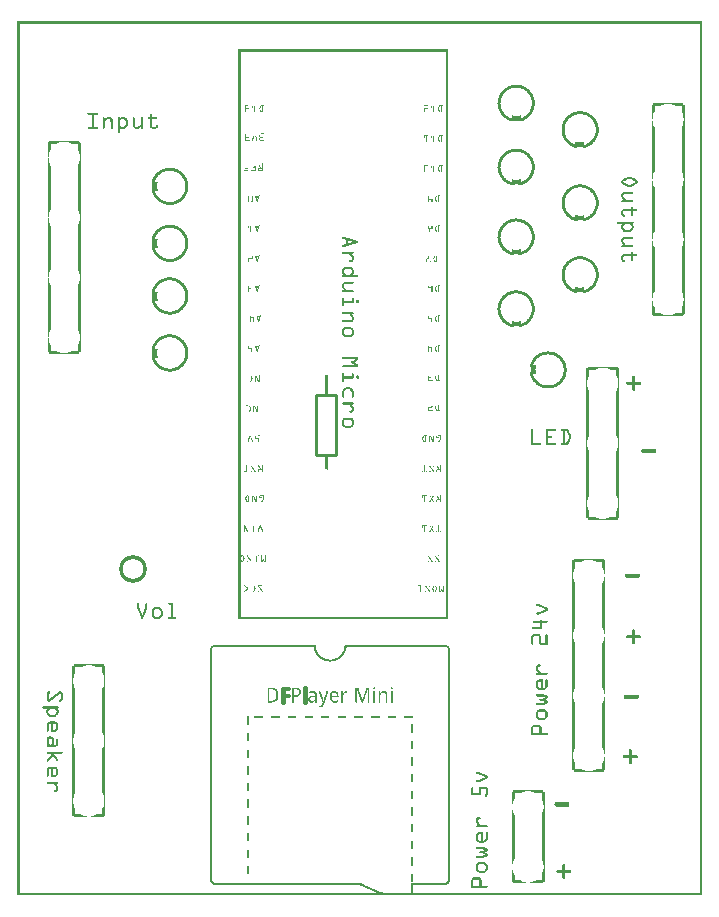
<source format=gto>
G04 MADE WITH FRITZING*
G04 WWW.FRITZING.ORG*
G04 DOUBLE SIDED*
G04 HOLES PLATED*
G04 CONTOUR ON CENTER OF CONTOUR VECTOR*
%ASAXBY*%
%FSLAX23Y23*%
%MOIN*%
%OFA0B0*%
%SFA1.0B1.0*%
%ADD10C,0.092000X0.068*%
%ADD11C,0.010000*%
%ADD12R,0.001000X0.001000*%
%LNSILK1*%
G90*
G70*
G54D10*
X385Y1089D03*
G54D11*
X1063Y1667D02*
X1063Y1467D01*
D02*
X1063Y1467D02*
X997Y1467D01*
D02*
X997Y1467D02*
X997Y1667D01*
D02*
X997Y1667D02*
X1063Y1667D01*
X888Y642D02*
X882Y642D01*
X882Y692D01*
X907Y692D01*
X907Y687D01*
X888Y686D01*
X888Y669D01*
X906Y669D01*
X906Y664D01*
X888Y663D01*
X888Y642D01*
D02*
X961Y642D02*
X955Y642D01*
X955Y695D01*
X961Y695D01*
X961Y642D01*
D02*
G54D12*
X0Y2913D02*
X2282Y2913D01*
X0Y2912D02*
X2282Y2912D01*
X0Y2911D02*
X2282Y2911D01*
X0Y2910D02*
X2282Y2910D01*
X0Y2909D02*
X2282Y2909D01*
X0Y2908D02*
X2282Y2908D01*
X0Y2907D02*
X2282Y2907D01*
X0Y2906D02*
X2282Y2906D01*
X0Y2905D02*
X7Y2905D01*
X2275Y2905D02*
X2282Y2905D01*
X0Y2904D02*
X7Y2904D01*
X2275Y2904D02*
X2282Y2904D01*
X0Y2903D02*
X7Y2903D01*
X2275Y2903D02*
X2282Y2903D01*
X0Y2902D02*
X7Y2902D01*
X2275Y2902D02*
X2282Y2902D01*
X0Y2901D02*
X7Y2901D01*
X2275Y2901D02*
X2282Y2901D01*
X0Y2900D02*
X7Y2900D01*
X2275Y2900D02*
X2282Y2900D01*
X0Y2899D02*
X7Y2899D01*
X2275Y2899D02*
X2282Y2899D01*
X0Y2898D02*
X7Y2898D01*
X2275Y2898D02*
X2282Y2898D01*
X0Y2897D02*
X7Y2897D01*
X2275Y2897D02*
X2282Y2897D01*
X0Y2896D02*
X7Y2896D01*
X2275Y2896D02*
X2282Y2896D01*
X0Y2895D02*
X7Y2895D01*
X2275Y2895D02*
X2282Y2895D01*
X0Y2894D02*
X7Y2894D01*
X2275Y2894D02*
X2282Y2894D01*
X0Y2893D02*
X7Y2893D01*
X2275Y2893D02*
X2282Y2893D01*
X0Y2892D02*
X7Y2892D01*
X2275Y2892D02*
X2282Y2892D01*
X0Y2891D02*
X7Y2891D01*
X2275Y2891D02*
X2282Y2891D01*
X0Y2890D02*
X7Y2890D01*
X2275Y2890D02*
X2282Y2890D01*
X0Y2889D02*
X7Y2889D01*
X2275Y2889D02*
X2282Y2889D01*
X0Y2888D02*
X7Y2888D01*
X2275Y2888D02*
X2282Y2888D01*
X0Y2887D02*
X7Y2887D01*
X2275Y2887D02*
X2282Y2887D01*
X0Y2886D02*
X7Y2886D01*
X2275Y2886D02*
X2282Y2886D01*
X0Y2885D02*
X7Y2885D01*
X2275Y2885D02*
X2282Y2885D01*
X0Y2884D02*
X7Y2884D01*
X2275Y2884D02*
X2282Y2884D01*
X0Y2883D02*
X7Y2883D01*
X2275Y2883D02*
X2282Y2883D01*
X0Y2882D02*
X7Y2882D01*
X2275Y2882D02*
X2282Y2882D01*
X0Y2881D02*
X7Y2881D01*
X2275Y2881D02*
X2282Y2881D01*
X0Y2880D02*
X7Y2880D01*
X2275Y2880D02*
X2282Y2880D01*
X0Y2879D02*
X7Y2879D01*
X2275Y2879D02*
X2282Y2879D01*
X0Y2878D02*
X7Y2878D01*
X2275Y2878D02*
X2282Y2878D01*
X0Y2877D02*
X7Y2877D01*
X2275Y2877D02*
X2282Y2877D01*
X0Y2876D02*
X7Y2876D01*
X2275Y2876D02*
X2282Y2876D01*
X0Y2875D02*
X7Y2875D01*
X2275Y2875D02*
X2282Y2875D01*
X0Y2874D02*
X7Y2874D01*
X2275Y2874D02*
X2282Y2874D01*
X0Y2873D02*
X7Y2873D01*
X2275Y2873D02*
X2282Y2873D01*
X0Y2872D02*
X7Y2872D01*
X2275Y2872D02*
X2282Y2872D01*
X0Y2871D02*
X7Y2871D01*
X2275Y2871D02*
X2282Y2871D01*
X0Y2870D02*
X7Y2870D01*
X2275Y2870D02*
X2282Y2870D01*
X0Y2869D02*
X7Y2869D01*
X2275Y2869D02*
X2282Y2869D01*
X0Y2868D02*
X7Y2868D01*
X2275Y2868D02*
X2282Y2868D01*
X0Y2867D02*
X7Y2867D01*
X2275Y2867D02*
X2282Y2867D01*
X0Y2866D02*
X7Y2866D01*
X2275Y2866D02*
X2282Y2866D01*
X0Y2865D02*
X7Y2865D01*
X2275Y2865D02*
X2282Y2865D01*
X0Y2864D02*
X7Y2864D01*
X2275Y2864D02*
X2282Y2864D01*
X0Y2863D02*
X7Y2863D01*
X2275Y2863D02*
X2282Y2863D01*
X0Y2862D02*
X7Y2862D01*
X2275Y2862D02*
X2282Y2862D01*
X0Y2861D02*
X7Y2861D01*
X2275Y2861D02*
X2282Y2861D01*
X0Y2860D02*
X7Y2860D01*
X2275Y2860D02*
X2282Y2860D01*
X0Y2859D02*
X7Y2859D01*
X2275Y2859D02*
X2282Y2859D01*
X0Y2858D02*
X7Y2858D01*
X2275Y2858D02*
X2282Y2858D01*
X0Y2857D02*
X7Y2857D01*
X2275Y2857D02*
X2282Y2857D01*
X0Y2856D02*
X7Y2856D01*
X2275Y2856D02*
X2282Y2856D01*
X0Y2855D02*
X7Y2855D01*
X2275Y2855D02*
X2282Y2855D01*
X0Y2854D02*
X7Y2854D01*
X2275Y2854D02*
X2282Y2854D01*
X0Y2853D02*
X7Y2853D01*
X2275Y2853D02*
X2282Y2853D01*
X0Y2852D02*
X7Y2852D01*
X2275Y2852D02*
X2282Y2852D01*
X0Y2851D02*
X7Y2851D01*
X2275Y2851D02*
X2282Y2851D01*
X0Y2850D02*
X7Y2850D01*
X2275Y2850D02*
X2282Y2850D01*
X0Y2849D02*
X7Y2849D01*
X2275Y2849D02*
X2282Y2849D01*
X0Y2848D02*
X7Y2848D01*
X2275Y2848D02*
X2282Y2848D01*
X0Y2847D02*
X7Y2847D01*
X2275Y2847D02*
X2282Y2847D01*
X0Y2846D02*
X7Y2846D01*
X2275Y2846D02*
X2282Y2846D01*
X0Y2845D02*
X7Y2845D01*
X2275Y2845D02*
X2282Y2845D01*
X0Y2844D02*
X7Y2844D01*
X2275Y2844D02*
X2282Y2844D01*
X0Y2843D02*
X7Y2843D01*
X2275Y2843D02*
X2282Y2843D01*
X0Y2842D02*
X7Y2842D01*
X2275Y2842D02*
X2282Y2842D01*
X0Y2841D02*
X7Y2841D01*
X2275Y2841D02*
X2282Y2841D01*
X0Y2840D02*
X7Y2840D01*
X2275Y2840D02*
X2282Y2840D01*
X0Y2839D02*
X7Y2839D01*
X2275Y2839D02*
X2282Y2839D01*
X0Y2838D02*
X7Y2838D01*
X2275Y2838D02*
X2282Y2838D01*
X0Y2837D02*
X7Y2837D01*
X2275Y2837D02*
X2282Y2837D01*
X0Y2836D02*
X7Y2836D01*
X2275Y2836D02*
X2282Y2836D01*
X0Y2835D02*
X7Y2835D01*
X2275Y2835D02*
X2282Y2835D01*
X0Y2834D02*
X7Y2834D01*
X2275Y2834D02*
X2282Y2834D01*
X0Y2833D02*
X7Y2833D01*
X2275Y2833D02*
X2282Y2833D01*
X0Y2832D02*
X7Y2832D01*
X2275Y2832D02*
X2282Y2832D01*
X0Y2831D02*
X7Y2831D01*
X2275Y2831D02*
X2282Y2831D01*
X0Y2830D02*
X7Y2830D01*
X2275Y2830D02*
X2282Y2830D01*
X0Y2829D02*
X7Y2829D01*
X2275Y2829D02*
X2282Y2829D01*
X0Y2828D02*
X7Y2828D01*
X2275Y2828D02*
X2282Y2828D01*
X0Y2827D02*
X7Y2827D01*
X2275Y2827D02*
X2282Y2827D01*
X0Y2826D02*
X7Y2826D01*
X2275Y2826D02*
X2282Y2826D01*
X0Y2825D02*
X7Y2825D01*
X2275Y2825D02*
X2282Y2825D01*
X0Y2824D02*
X7Y2824D01*
X2275Y2824D02*
X2282Y2824D01*
X0Y2823D02*
X7Y2823D01*
X2275Y2823D02*
X2282Y2823D01*
X0Y2822D02*
X7Y2822D01*
X2275Y2822D02*
X2282Y2822D01*
X0Y2821D02*
X7Y2821D01*
X2275Y2821D02*
X2282Y2821D01*
X0Y2820D02*
X7Y2820D01*
X2275Y2820D02*
X2282Y2820D01*
X0Y2819D02*
X7Y2819D01*
X737Y2819D02*
X1436Y2819D01*
X2275Y2819D02*
X2282Y2819D01*
X0Y2818D02*
X7Y2818D01*
X737Y2818D02*
X1436Y2818D01*
X2275Y2818D02*
X2282Y2818D01*
X0Y2817D02*
X7Y2817D01*
X737Y2817D02*
X1436Y2817D01*
X2275Y2817D02*
X2282Y2817D01*
X0Y2816D02*
X7Y2816D01*
X737Y2816D02*
X1436Y2816D01*
X2275Y2816D02*
X2282Y2816D01*
X0Y2815D02*
X7Y2815D01*
X737Y2815D02*
X1436Y2815D01*
X2275Y2815D02*
X2282Y2815D01*
X0Y2814D02*
X7Y2814D01*
X737Y2814D02*
X1436Y2814D01*
X2275Y2814D02*
X2282Y2814D01*
X0Y2813D02*
X7Y2813D01*
X737Y2813D02*
X1436Y2813D01*
X2275Y2813D02*
X2282Y2813D01*
X0Y2812D02*
X7Y2812D01*
X737Y2812D02*
X1436Y2812D01*
X2275Y2812D02*
X2282Y2812D01*
X0Y2811D02*
X7Y2811D01*
X737Y2811D02*
X744Y2811D01*
X1429Y2811D02*
X1436Y2811D01*
X2275Y2811D02*
X2282Y2811D01*
X0Y2810D02*
X7Y2810D01*
X737Y2810D02*
X744Y2810D01*
X1429Y2810D02*
X1436Y2810D01*
X2275Y2810D02*
X2282Y2810D01*
X0Y2809D02*
X7Y2809D01*
X737Y2809D02*
X744Y2809D01*
X1429Y2809D02*
X1436Y2809D01*
X2275Y2809D02*
X2282Y2809D01*
X0Y2808D02*
X7Y2808D01*
X737Y2808D02*
X744Y2808D01*
X1429Y2808D02*
X1436Y2808D01*
X2275Y2808D02*
X2282Y2808D01*
X0Y2807D02*
X7Y2807D01*
X737Y2807D02*
X744Y2807D01*
X1429Y2807D02*
X1436Y2807D01*
X2275Y2807D02*
X2282Y2807D01*
X0Y2806D02*
X7Y2806D01*
X737Y2806D02*
X744Y2806D01*
X1429Y2806D02*
X1436Y2806D01*
X2275Y2806D02*
X2282Y2806D01*
X0Y2805D02*
X7Y2805D01*
X737Y2805D02*
X744Y2805D01*
X1429Y2805D02*
X1436Y2805D01*
X2275Y2805D02*
X2282Y2805D01*
X0Y2804D02*
X7Y2804D01*
X737Y2804D02*
X744Y2804D01*
X1429Y2804D02*
X1436Y2804D01*
X2275Y2804D02*
X2282Y2804D01*
X0Y2803D02*
X7Y2803D01*
X737Y2803D02*
X744Y2803D01*
X1429Y2803D02*
X1436Y2803D01*
X2275Y2803D02*
X2282Y2803D01*
X0Y2802D02*
X7Y2802D01*
X737Y2802D02*
X744Y2802D01*
X1429Y2802D02*
X1436Y2802D01*
X2275Y2802D02*
X2282Y2802D01*
X0Y2801D02*
X7Y2801D01*
X737Y2801D02*
X744Y2801D01*
X1429Y2801D02*
X1436Y2801D01*
X2275Y2801D02*
X2282Y2801D01*
X0Y2800D02*
X7Y2800D01*
X737Y2800D02*
X744Y2800D01*
X1429Y2800D02*
X1436Y2800D01*
X2275Y2800D02*
X2282Y2800D01*
X0Y2799D02*
X7Y2799D01*
X737Y2799D02*
X744Y2799D01*
X1429Y2799D02*
X1436Y2799D01*
X2275Y2799D02*
X2282Y2799D01*
X0Y2798D02*
X7Y2798D01*
X737Y2798D02*
X744Y2798D01*
X1429Y2798D02*
X1436Y2798D01*
X2275Y2798D02*
X2282Y2798D01*
X0Y2797D02*
X7Y2797D01*
X737Y2797D02*
X744Y2797D01*
X1429Y2797D02*
X1436Y2797D01*
X2275Y2797D02*
X2282Y2797D01*
X0Y2796D02*
X7Y2796D01*
X737Y2796D02*
X744Y2796D01*
X1429Y2796D02*
X1436Y2796D01*
X2275Y2796D02*
X2282Y2796D01*
X0Y2795D02*
X7Y2795D01*
X737Y2795D02*
X744Y2795D01*
X1429Y2795D02*
X1436Y2795D01*
X2275Y2795D02*
X2282Y2795D01*
X0Y2794D02*
X7Y2794D01*
X737Y2794D02*
X744Y2794D01*
X1429Y2794D02*
X1436Y2794D01*
X2275Y2794D02*
X2282Y2794D01*
X0Y2793D02*
X7Y2793D01*
X737Y2793D02*
X744Y2793D01*
X1429Y2793D02*
X1436Y2793D01*
X2275Y2793D02*
X2282Y2793D01*
X0Y2792D02*
X7Y2792D01*
X737Y2792D02*
X744Y2792D01*
X1429Y2792D02*
X1436Y2792D01*
X2275Y2792D02*
X2282Y2792D01*
X0Y2791D02*
X7Y2791D01*
X737Y2791D02*
X744Y2791D01*
X1429Y2791D02*
X1436Y2791D01*
X2275Y2791D02*
X2282Y2791D01*
X0Y2790D02*
X7Y2790D01*
X737Y2790D02*
X744Y2790D01*
X1429Y2790D02*
X1436Y2790D01*
X2275Y2790D02*
X2282Y2790D01*
X0Y2789D02*
X7Y2789D01*
X737Y2789D02*
X744Y2789D01*
X1429Y2789D02*
X1436Y2789D01*
X2275Y2789D02*
X2282Y2789D01*
X0Y2788D02*
X7Y2788D01*
X737Y2788D02*
X744Y2788D01*
X1429Y2788D02*
X1436Y2788D01*
X2275Y2788D02*
X2282Y2788D01*
X0Y2787D02*
X7Y2787D01*
X737Y2787D02*
X744Y2787D01*
X1429Y2787D02*
X1436Y2787D01*
X2275Y2787D02*
X2282Y2787D01*
X0Y2786D02*
X7Y2786D01*
X737Y2786D02*
X744Y2786D01*
X1429Y2786D02*
X1436Y2786D01*
X2275Y2786D02*
X2282Y2786D01*
X0Y2785D02*
X7Y2785D01*
X737Y2785D02*
X744Y2785D01*
X1429Y2785D02*
X1436Y2785D01*
X2275Y2785D02*
X2282Y2785D01*
X0Y2784D02*
X7Y2784D01*
X737Y2784D02*
X744Y2784D01*
X1429Y2784D02*
X1436Y2784D01*
X2275Y2784D02*
X2282Y2784D01*
X0Y2783D02*
X7Y2783D01*
X737Y2783D02*
X744Y2783D01*
X1429Y2783D02*
X1436Y2783D01*
X2275Y2783D02*
X2282Y2783D01*
X0Y2782D02*
X7Y2782D01*
X737Y2782D02*
X744Y2782D01*
X1429Y2782D02*
X1436Y2782D01*
X2275Y2782D02*
X2282Y2782D01*
X0Y2781D02*
X7Y2781D01*
X737Y2781D02*
X744Y2781D01*
X1429Y2781D02*
X1436Y2781D01*
X2275Y2781D02*
X2282Y2781D01*
X0Y2780D02*
X7Y2780D01*
X737Y2780D02*
X744Y2780D01*
X1429Y2780D02*
X1436Y2780D01*
X2275Y2780D02*
X2282Y2780D01*
X0Y2779D02*
X7Y2779D01*
X737Y2779D02*
X744Y2779D01*
X1429Y2779D02*
X1436Y2779D01*
X2275Y2779D02*
X2282Y2779D01*
X0Y2778D02*
X7Y2778D01*
X737Y2778D02*
X744Y2778D01*
X1429Y2778D02*
X1436Y2778D01*
X2275Y2778D02*
X2282Y2778D01*
X0Y2777D02*
X7Y2777D01*
X737Y2777D02*
X744Y2777D01*
X1429Y2777D02*
X1436Y2777D01*
X2275Y2777D02*
X2282Y2777D01*
X0Y2776D02*
X7Y2776D01*
X737Y2776D02*
X744Y2776D01*
X1429Y2776D02*
X1436Y2776D01*
X2275Y2776D02*
X2282Y2776D01*
X0Y2775D02*
X7Y2775D01*
X737Y2775D02*
X744Y2775D01*
X1429Y2775D02*
X1436Y2775D01*
X2275Y2775D02*
X2282Y2775D01*
X0Y2774D02*
X7Y2774D01*
X737Y2774D02*
X744Y2774D01*
X1429Y2774D02*
X1436Y2774D01*
X2275Y2774D02*
X2282Y2774D01*
X0Y2773D02*
X7Y2773D01*
X737Y2773D02*
X744Y2773D01*
X1429Y2773D02*
X1436Y2773D01*
X2275Y2773D02*
X2282Y2773D01*
X0Y2772D02*
X7Y2772D01*
X737Y2772D02*
X744Y2772D01*
X1429Y2772D02*
X1436Y2772D01*
X2275Y2772D02*
X2282Y2772D01*
X0Y2771D02*
X7Y2771D01*
X737Y2771D02*
X744Y2771D01*
X1429Y2771D02*
X1436Y2771D01*
X2275Y2771D02*
X2282Y2771D01*
X0Y2770D02*
X7Y2770D01*
X737Y2770D02*
X744Y2770D01*
X1429Y2770D02*
X1436Y2770D01*
X2275Y2770D02*
X2282Y2770D01*
X0Y2769D02*
X7Y2769D01*
X737Y2769D02*
X744Y2769D01*
X1429Y2769D02*
X1436Y2769D01*
X2275Y2769D02*
X2282Y2769D01*
X0Y2768D02*
X7Y2768D01*
X737Y2768D02*
X744Y2768D01*
X1429Y2768D02*
X1436Y2768D01*
X2275Y2768D02*
X2282Y2768D01*
X0Y2767D02*
X7Y2767D01*
X737Y2767D02*
X744Y2767D01*
X1429Y2767D02*
X1436Y2767D01*
X2275Y2767D02*
X2282Y2767D01*
X0Y2766D02*
X7Y2766D01*
X737Y2766D02*
X744Y2766D01*
X1429Y2766D02*
X1436Y2766D01*
X2275Y2766D02*
X2282Y2766D01*
X0Y2765D02*
X7Y2765D01*
X737Y2765D02*
X744Y2765D01*
X1429Y2765D02*
X1436Y2765D01*
X2275Y2765D02*
X2282Y2765D01*
X0Y2764D02*
X7Y2764D01*
X737Y2764D02*
X744Y2764D01*
X1429Y2764D02*
X1436Y2764D01*
X2275Y2764D02*
X2282Y2764D01*
X0Y2763D02*
X7Y2763D01*
X737Y2763D02*
X744Y2763D01*
X1429Y2763D02*
X1436Y2763D01*
X2275Y2763D02*
X2282Y2763D01*
X0Y2762D02*
X7Y2762D01*
X737Y2762D02*
X744Y2762D01*
X1429Y2762D02*
X1436Y2762D01*
X2275Y2762D02*
X2282Y2762D01*
X0Y2761D02*
X7Y2761D01*
X737Y2761D02*
X744Y2761D01*
X1429Y2761D02*
X1436Y2761D01*
X2275Y2761D02*
X2282Y2761D01*
X0Y2760D02*
X7Y2760D01*
X737Y2760D02*
X744Y2760D01*
X1429Y2760D02*
X1436Y2760D01*
X2275Y2760D02*
X2282Y2760D01*
X0Y2759D02*
X7Y2759D01*
X737Y2759D02*
X744Y2759D01*
X1429Y2759D02*
X1436Y2759D01*
X2275Y2759D02*
X2282Y2759D01*
X0Y2758D02*
X7Y2758D01*
X737Y2758D02*
X744Y2758D01*
X1429Y2758D02*
X1436Y2758D01*
X2275Y2758D02*
X2282Y2758D01*
X0Y2757D02*
X7Y2757D01*
X737Y2757D02*
X744Y2757D01*
X1429Y2757D02*
X1436Y2757D01*
X2275Y2757D02*
X2282Y2757D01*
X0Y2756D02*
X7Y2756D01*
X737Y2756D02*
X744Y2756D01*
X1429Y2756D02*
X1436Y2756D01*
X2275Y2756D02*
X2282Y2756D01*
X0Y2755D02*
X7Y2755D01*
X737Y2755D02*
X744Y2755D01*
X1429Y2755D02*
X1436Y2755D01*
X2275Y2755D02*
X2282Y2755D01*
X0Y2754D02*
X7Y2754D01*
X737Y2754D02*
X744Y2754D01*
X1429Y2754D02*
X1436Y2754D01*
X2275Y2754D02*
X2282Y2754D01*
X0Y2753D02*
X7Y2753D01*
X737Y2753D02*
X744Y2753D01*
X1429Y2753D02*
X1436Y2753D01*
X2275Y2753D02*
X2282Y2753D01*
X0Y2752D02*
X7Y2752D01*
X737Y2752D02*
X744Y2752D01*
X1429Y2752D02*
X1436Y2752D01*
X2275Y2752D02*
X2282Y2752D01*
X0Y2751D02*
X7Y2751D01*
X737Y2751D02*
X744Y2751D01*
X1429Y2751D02*
X1436Y2751D01*
X2275Y2751D02*
X2282Y2751D01*
X0Y2750D02*
X7Y2750D01*
X737Y2750D02*
X744Y2750D01*
X1429Y2750D02*
X1436Y2750D01*
X2275Y2750D02*
X2282Y2750D01*
X0Y2749D02*
X7Y2749D01*
X737Y2749D02*
X744Y2749D01*
X1429Y2749D02*
X1436Y2749D01*
X2275Y2749D02*
X2282Y2749D01*
X0Y2748D02*
X7Y2748D01*
X737Y2748D02*
X744Y2748D01*
X1429Y2748D02*
X1436Y2748D01*
X2275Y2748D02*
X2282Y2748D01*
X0Y2747D02*
X7Y2747D01*
X737Y2747D02*
X744Y2747D01*
X1429Y2747D02*
X1436Y2747D01*
X2275Y2747D02*
X2282Y2747D01*
X0Y2746D02*
X7Y2746D01*
X737Y2746D02*
X744Y2746D01*
X1429Y2746D02*
X1436Y2746D01*
X2275Y2746D02*
X2282Y2746D01*
X0Y2745D02*
X7Y2745D01*
X737Y2745D02*
X744Y2745D01*
X1429Y2745D02*
X1436Y2745D01*
X2275Y2745D02*
X2282Y2745D01*
X0Y2744D02*
X7Y2744D01*
X737Y2744D02*
X744Y2744D01*
X1429Y2744D02*
X1436Y2744D01*
X2275Y2744D02*
X2282Y2744D01*
X0Y2743D02*
X7Y2743D01*
X737Y2743D02*
X744Y2743D01*
X1429Y2743D02*
X1436Y2743D01*
X2275Y2743D02*
X2282Y2743D01*
X0Y2742D02*
X7Y2742D01*
X737Y2742D02*
X744Y2742D01*
X1429Y2742D02*
X1436Y2742D01*
X2275Y2742D02*
X2282Y2742D01*
X0Y2741D02*
X7Y2741D01*
X737Y2741D02*
X744Y2741D01*
X1429Y2741D02*
X1436Y2741D01*
X2275Y2741D02*
X2282Y2741D01*
X0Y2740D02*
X7Y2740D01*
X737Y2740D02*
X744Y2740D01*
X1429Y2740D02*
X1436Y2740D01*
X2275Y2740D02*
X2282Y2740D01*
X0Y2739D02*
X7Y2739D01*
X737Y2739D02*
X744Y2739D01*
X1429Y2739D02*
X1436Y2739D01*
X2275Y2739D02*
X2282Y2739D01*
X0Y2738D02*
X7Y2738D01*
X737Y2738D02*
X744Y2738D01*
X1429Y2738D02*
X1436Y2738D01*
X2275Y2738D02*
X2282Y2738D01*
X0Y2737D02*
X7Y2737D01*
X737Y2737D02*
X744Y2737D01*
X1429Y2737D02*
X1436Y2737D01*
X2275Y2737D02*
X2282Y2737D01*
X0Y2736D02*
X7Y2736D01*
X737Y2736D02*
X744Y2736D01*
X1429Y2736D02*
X1436Y2736D01*
X2275Y2736D02*
X2282Y2736D01*
X0Y2735D02*
X7Y2735D01*
X737Y2735D02*
X744Y2735D01*
X1429Y2735D02*
X1436Y2735D01*
X2275Y2735D02*
X2282Y2735D01*
X0Y2734D02*
X7Y2734D01*
X737Y2734D02*
X744Y2734D01*
X1429Y2734D02*
X1436Y2734D01*
X2275Y2734D02*
X2282Y2734D01*
X0Y2733D02*
X7Y2733D01*
X737Y2733D02*
X744Y2733D01*
X1429Y2733D02*
X1436Y2733D01*
X2275Y2733D02*
X2282Y2733D01*
X0Y2732D02*
X7Y2732D01*
X737Y2732D02*
X744Y2732D01*
X1429Y2732D02*
X1436Y2732D01*
X2275Y2732D02*
X2282Y2732D01*
X0Y2731D02*
X7Y2731D01*
X737Y2731D02*
X744Y2731D01*
X1429Y2731D02*
X1436Y2731D01*
X2275Y2731D02*
X2282Y2731D01*
X0Y2730D02*
X7Y2730D01*
X737Y2730D02*
X744Y2730D01*
X1429Y2730D02*
X1436Y2730D01*
X2275Y2730D02*
X2282Y2730D01*
X0Y2729D02*
X7Y2729D01*
X737Y2729D02*
X744Y2729D01*
X1429Y2729D02*
X1436Y2729D01*
X2275Y2729D02*
X2282Y2729D01*
X0Y2728D02*
X7Y2728D01*
X737Y2728D02*
X744Y2728D01*
X1429Y2728D02*
X1436Y2728D01*
X2275Y2728D02*
X2282Y2728D01*
X0Y2727D02*
X7Y2727D01*
X737Y2727D02*
X744Y2727D01*
X1429Y2727D02*
X1436Y2727D01*
X2275Y2727D02*
X2282Y2727D01*
X0Y2726D02*
X7Y2726D01*
X737Y2726D02*
X744Y2726D01*
X1429Y2726D02*
X1436Y2726D01*
X2275Y2726D02*
X2282Y2726D01*
X0Y2725D02*
X7Y2725D01*
X737Y2725D02*
X744Y2725D01*
X1429Y2725D02*
X1436Y2725D01*
X2275Y2725D02*
X2282Y2725D01*
X0Y2724D02*
X7Y2724D01*
X737Y2724D02*
X744Y2724D01*
X1429Y2724D02*
X1436Y2724D01*
X2275Y2724D02*
X2282Y2724D01*
X0Y2723D02*
X7Y2723D01*
X737Y2723D02*
X744Y2723D01*
X1429Y2723D02*
X1436Y2723D01*
X2275Y2723D02*
X2282Y2723D01*
X0Y2722D02*
X7Y2722D01*
X737Y2722D02*
X744Y2722D01*
X1429Y2722D02*
X1436Y2722D01*
X2275Y2722D02*
X2282Y2722D01*
X0Y2721D02*
X7Y2721D01*
X737Y2721D02*
X744Y2721D01*
X1429Y2721D02*
X1436Y2721D01*
X2275Y2721D02*
X2282Y2721D01*
X0Y2720D02*
X7Y2720D01*
X737Y2720D02*
X744Y2720D01*
X1429Y2720D02*
X1436Y2720D01*
X2275Y2720D02*
X2282Y2720D01*
X0Y2719D02*
X7Y2719D01*
X737Y2719D02*
X744Y2719D01*
X1429Y2719D02*
X1436Y2719D01*
X2275Y2719D02*
X2282Y2719D01*
X0Y2718D02*
X7Y2718D01*
X737Y2718D02*
X744Y2718D01*
X1429Y2718D02*
X1436Y2718D01*
X2275Y2718D02*
X2282Y2718D01*
X0Y2717D02*
X7Y2717D01*
X737Y2717D02*
X744Y2717D01*
X1429Y2717D02*
X1436Y2717D01*
X2275Y2717D02*
X2282Y2717D01*
X0Y2716D02*
X7Y2716D01*
X737Y2716D02*
X744Y2716D01*
X1429Y2716D02*
X1436Y2716D01*
X2275Y2716D02*
X2282Y2716D01*
X0Y2715D02*
X7Y2715D01*
X737Y2715D02*
X744Y2715D01*
X1429Y2715D02*
X1436Y2715D01*
X2275Y2715D02*
X2282Y2715D01*
X0Y2714D02*
X7Y2714D01*
X737Y2714D02*
X744Y2714D01*
X1429Y2714D02*
X1436Y2714D01*
X2275Y2714D02*
X2282Y2714D01*
X0Y2713D02*
X7Y2713D01*
X737Y2713D02*
X744Y2713D01*
X1429Y2713D02*
X1436Y2713D01*
X2275Y2713D02*
X2282Y2713D01*
X0Y2712D02*
X7Y2712D01*
X737Y2712D02*
X744Y2712D01*
X1429Y2712D02*
X1436Y2712D01*
X2275Y2712D02*
X2282Y2712D01*
X0Y2711D02*
X7Y2711D01*
X737Y2711D02*
X744Y2711D01*
X1429Y2711D02*
X1436Y2711D01*
X2275Y2711D02*
X2282Y2711D01*
X0Y2710D02*
X7Y2710D01*
X737Y2710D02*
X744Y2710D01*
X1429Y2710D02*
X1436Y2710D01*
X2275Y2710D02*
X2282Y2710D01*
X0Y2709D02*
X7Y2709D01*
X737Y2709D02*
X744Y2709D01*
X1429Y2709D02*
X1436Y2709D01*
X2275Y2709D02*
X2282Y2709D01*
X0Y2708D02*
X7Y2708D01*
X737Y2708D02*
X744Y2708D01*
X1429Y2708D02*
X1436Y2708D01*
X2275Y2708D02*
X2282Y2708D01*
X0Y2707D02*
X7Y2707D01*
X737Y2707D02*
X744Y2707D01*
X1429Y2707D02*
X1436Y2707D01*
X2275Y2707D02*
X2282Y2707D01*
X0Y2706D02*
X7Y2706D01*
X737Y2706D02*
X744Y2706D01*
X1429Y2706D02*
X1436Y2706D01*
X2275Y2706D02*
X2282Y2706D01*
X0Y2705D02*
X7Y2705D01*
X737Y2705D02*
X744Y2705D01*
X1429Y2705D02*
X1436Y2705D01*
X2275Y2705D02*
X2282Y2705D01*
X0Y2704D02*
X7Y2704D01*
X737Y2704D02*
X744Y2704D01*
X1429Y2704D02*
X1436Y2704D01*
X2275Y2704D02*
X2282Y2704D01*
X0Y2703D02*
X7Y2703D01*
X737Y2703D02*
X744Y2703D01*
X1429Y2703D02*
X1436Y2703D01*
X2275Y2703D02*
X2282Y2703D01*
X0Y2702D02*
X7Y2702D01*
X737Y2702D02*
X744Y2702D01*
X1429Y2702D02*
X1436Y2702D01*
X2275Y2702D02*
X2282Y2702D01*
X0Y2701D02*
X7Y2701D01*
X737Y2701D02*
X744Y2701D01*
X1429Y2701D02*
X1436Y2701D01*
X1653Y2701D02*
X1672Y2701D01*
X2275Y2701D02*
X2282Y2701D01*
X0Y2700D02*
X7Y2700D01*
X737Y2700D02*
X744Y2700D01*
X1429Y2700D02*
X1436Y2700D01*
X1649Y2700D02*
X1677Y2700D01*
X2275Y2700D02*
X2282Y2700D01*
X0Y2699D02*
X7Y2699D01*
X737Y2699D02*
X744Y2699D01*
X1429Y2699D02*
X1436Y2699D01*
X1645Y2699D02*
X1681Y2699D01*
X2275Y2699D02*
X2282Y2699D01*
X0Y2698D02*
X7Y2698D01*
X737Y2698D02*
X744Y2698D01*
X1429Y2698D02*
X1436Y2698D01*
X1642Y2698D02*
X1684Y2698D01*
X2275Y2698D02*
X2282Y2698D01*
X0Y2697D02*
X7Y2697D01*
X737Y2697D02*
X744Y2697D01*
X1429Y2697D02*
X1436Y2697D01*
X1639Y2697D02*
X1686Y2697D01*
X2275Y2697D02*
X2282Y2697D01*
X0Y2696D02*
X7Y2696D01*
X737Y2696D02*
X744Y2696D01*
X1429Y2696D02*
X1436Y2696D01*
X1637Y2696D02*
X1688Y2696D01*
X2275Y2696D02*
X2282Y2696D01*
X0Y2695D02*
X7Y2695D01*
X737Y2695D02*
X744Y2695D01*
X1429Y2695D02*
X1436Y2695D01*
X1635Y2695D02*
X1691Y2695D01*
X2275Y2695D02*
X2282Y2695D01*
X0Y2694D02*
X7Y2694D01*
X737Y2694D02*
X744Y2694D01*
X1429Y2694D02*
X1436Y2694D01*
X1633Y2694D02*
X1693Y2694D01*
X2275Y2694D02*
X2282Y2694D01*
X0Y2693D02*
X7Y2693D01*
X737Y2693D02*
X744Y2693D01*
X1429Y2693D02*
X1436Y2693D01*
X1632Y2693D02*
X1694Y2693D01*
X2275Y2693D02*
X2282Y2693D01*
X0Y2692D02*
X7Y2692D01*
X737Y2692D02*
X744Y2692D01*
X1429Y2692D02*
X1436Y2692D01*
X1630Y2692D02*
X1696Y2692D01*
X2275Y2692D02*
X2282Y2692D01*
X0Y2691D02*
X7Y2691D01*
X737Y2691D02*
X744Y2691D01*
X1429Y2691D02*
X1436Y2691D01*
X1628Y2691D02*
X1653Y2691D01*
X1673Y2691D02*
X1697Y2691D01*
X2275Y2691D02*
X2282Y2691D01*
X0Y2690D02*
X7Y2690D01*
X737Y2690D02*
X744Y2690D01*
X1429Y2690D02*
X1436Y2690D01*
X1627Y2690D02*
X1648Y2690D01*
X1678Y2690D02*
X1699Y2690D01*
X2275Y2690D02*
X2282Y2690D01*
X0Y2689D02*
X7Y2689D01*
X737Y2689D02*
X744Y2689D01*
X1429Y2689D02*
X1436Y2689D01*
X1626Y2689D02*
X1645Y2689D01*
X1681Y2689D02*
X1700Y2689D01*
X2275Y2689D02*
X2282Y2689D01*
X0Y2688D02*
X7Y2688D01*
X737Y2688D02*
X744Y2688D01*
X1429Y2688D02*
X1436Y2688D01*
X1624Y2688D02*
X1642Y2688D01*
X1683Y2688D02*
X1701Y2688D01*
X2275Y2688D02*
X2282Y2688D01*
X0Y2687D02*
X7Y2687D01*
X737Y2687D02*
X744Y2687D01*
X1429Y2687D02*
X1436Y2687D01*
X1623Y2687D02*
X1640Y2687D01*
X1686Y2687D02*
X1703Y2687D01*
X2275Y2687D02*
X2282Y2687D01*
X0Y2686D02*
X7Y2686D01*
X737Y2686D02*
X744Y2686D01*
X1429Y2686D02*
X1436Y2686D01*
X1622Y2686D02*
X1638Y2686D01*
X1688Y2686D02*
X1704Y2686D01*
X2275Y2686D02*
X2282Y2686D01*
X0Y2685D02*
X7Y2685D01*
X737Y2685D02*
X744Y2685D01*
X1429Y2685D02*
X1436Y2685D01*
X1621Y2685D02*
X1636Y2685D01*
X1689Y2685D02*
X1705Y2685D01*
X2275Y2685D02*
X2282Y2685D01*
X0Y2684D02*
X7Y2684D01*
X737Y2684D02*
X744Y2684D01*
X1429Y2684D02*
X1436Y2684D01*
X1620Y2684D02*
X1635Y2684D01*
X1691Y2684D02*
X1706Y2684D01*
X2275Y2684D02*
X2282Y2684D01*
X0Y2683D02*
X7Y2683D01*
X737Y2683D02*
X744Y2683D01*
X1429Y2683D02*
X1436Y2683D01*
X1619Y2683D02*
X1633Y2683D01*
X1693Y2683D02*
X1707Y2683D01*
X2275Y2683D02*
X2282Y2683D01*
X0Y2682D02*
X7Y2682D01*
X737Y2682D02*
X744Y2682D01*
X1429Y2682D02*
X1436Y2682D01*
X1618Y2682D02*
X1632Y2682D01*
X1694Y2682D02*
X1708Y2682D01*
X2275Y2682D02*
X2282Y2682D01*
X0Y2681D02*
X7Y2681D01*
X737Y2681D02*
X744Y2681D01*
X1429Y2681D02*
X1436Y2681D01*
X1617Y2681D02*
X1631Y2681D01*
X1695Y2681D02*
X1709Y2681D01*
X2275Y2681D02*
X2282Y2681D01*
X0Y2680D02*
X7Y2680D01*
X737Y2680D02*
X744Y2680D01*
X1429Y2680D02*
X1436Y2680D01*
X1616Y2680D02*
X1629Y2680D01*
X1697Y2680D02*
X1710Y2680D01*
X2275Y2680D02*
X2282Y2680D01*
X0Y2679D02*
X7Y2679D01*
X737Y2679D02*
X744Y2679D01*
X1429Y2679D02*
X1436Y2679D01*
X1615Y2679D02*
X1628Y2679D01*
X1698Y2679D02*
X1710Y2679D01*
X2275Y2679D02*
X2282Y2679D01*
X0Y2678D02*
X7Y2678D01*
X737Y2678D02*
X744Y2678D01*
X1429Y2678D02*
X1436Y2678D01*
X1615Y2678D02*
X1627Y2678D01*
X1699Y2678D02*
X1711Y2678D01*
X2275Y2678D02*
X2282Y2678D01*
X0Y2677D02*
X7Y2677D01*
X737Y2677D02*
X744Y2677D01*
X1429Y2677D02*
X1436Y2677D01*
X1614Y2677D02*
X1626Y2677D01*
X1700Y2677D02*
X1712Y2677D01*
X2275Y2677D02*
X2282Y2677D01*
X0Y2676D02*
X7Y2676D01*
X737Y2676D02*
X744Y2676D01*
X1429Y2676D02*
X1436Y2676D01*
X1613Y2676D02*
X1625Y2676D01*
X1701Y2676D02*
X1713Y2676D01*
X2275Y2676D02*
X2282Y2676D01*
X0Y2675D02*
X7Y2675D01*
X737Y2675D02*
X744Y2675D01*
X1429Y2675D02*
X1436Y2675D01*
X1612Y2675D02*
X1624Y2675D01*
X1702Y2675D02*
X1713Y2675D01*
X2275Y2675D02*
X2282Y2675D01*
X0Y2674D02*
X7Y2674D01*
X737Y2674D02*
X744Y2674D01*
X1429Y2674D02*
X1436Y2674D01*
X1612Y2674D02*
X1623Y2674D01*
X1703Y2674D02*
X1714Y2674D01*
X2275Y2674D02*
X2282Y2674D01*
X0Y2673D02*
X7Y2673D01*
X737Y2673D02*
X744Y2673D01*
X1429Y2673D02*
X1436Y2673D01*
X1611Y2673D02*
X1622Y2673D01*
X1704Y2673D02*
X1715Y2673D01*
X2275Y2673D02*
X2282Y2673D01*
X0Y2672D02*
X7Y2672D01*
X737Y2672D02*
X744Y2672D01*
X1429Y2672D02*
X1436Y2672D01*
X1611Y2672D02*
X1622Y2672D01*
X1704Y2672D02*
X1715Y2672D01*
X2275Y2672D02*
X2282Y2672D01*
X0Y2671D02*
X7Y2671D01*
X737Y2671D02*
X744Y2671D01*
X1429Y2671D02*
X1436Y2671D01*
X1610Y2671D02*
X1621Y2671D01*
X1705Y2671D02*
X1716Y2671D01*
X2275Y2671D02*
X2282Y2671D01*
X0Y2670D02*
X7Y2670D01*
X737Y2670D02*
X744Y2670D01*
X1429Y2670D02*
X1436Y2670D01*
X1609Y2670D02*
X1620Y2670D01*
X1706Y2670D02*
X1717Y2670D01*
X2275Y2670D02*
X2282Y2670D01*
X0Y2669D02*
X7Y2669D01*
X737Y2669D02*
X744Y2669D01*
X1429Y2669D02*
X1436Y2669D01*
X1609Y2669D02*
X1619Y2669D01*
X1707Y2669D02*
X1717Y2669D01*
X2275Y2669D02*
X2282Y2669D01*
X0Y2668D02*
X7Y2668D01*
X737Y2668D02*
X744Y2668D01*
X1429Y2668D02*
X1436Y2668D01*
X1608Y2668D02*
X1619Y2668D01*
X1707Y2668D02*
X1718Y2668D01*
X2275Y2668D02*
X2282Y2668D01*
X0Y2667D02*
X7Y2667D01*
X737Y2667D02*
X744Y2667D01*
X1429Y2667D02*
X1436Y2667D01*
X1608Y2667D02*
X1618Y2667D01*
X1708Y2667D02*
X1718Y2667D01*
X2275Y2667D02*
X2282Y2667D01*
X0Y2666D02*
X7Y2666D01*
X737Y2666D02*
X744Y2666D01*
X1429Y2666D02*
X1436Y2666D01*
X1607Y2666D02*
X1617Y2666D01*
X1708Y2666D02*
X1718Y2666D01*
X2275Y2666D02*
X2282Y2666D01*
X0Y2665D02*
X7Y2665D01*
X737Y2665D02*
X744Y2665D01*
X1429Y2665D02*
X1436Y2665D01*
X1607Y2665D02*
X1617Y2665D01*
X1709Y2665D02*
X1719Y2665D01*
X2275Y2665D02*
X2282Y2665D01*
X0Y2664D02*
X7Y2664D01*
X737Y2664D02*
X744Y2664D01*
X1429Y2664D02*
X1436Y2664D01*
X1606Y2664D02*
X1616Y2664D01*
X1710Y2664D02*
X1719Y2664D01*
X2275Y2664D02*
X2282Y2664D01*
X0Y2663D02*
X7Y2663D01*
X737Y2663D02*
X744Y2663D01*
X1429Y2663D02*
X1436Y2663D01*
X1606Y2663D02*
X1616Y2663D01*
X1710Y2663D02*
X1720Y2663D01*
X2275Y2663D02*
X2282Y2663D01*
X0Y2662D02*
X7Y2662D01*
X737Y2662D02*
X744Y2662D01*
X1429Y2662D02*
X1436Y2662D01*
X1606Y2662D02*
X1615Y2662D01*
X1711Y2662D02*
X1720Y2662D01*
X2275Y2662D02*
X2282Y2662D01*
X0Y2661D02*
X7Y2661D01*
X737Y2661D02*
X744Y2661D01*
X1429Y2661D02*
X1436Y2661D01*
X1605Y2661D02*
X1615Y2661D01*
X1711Y2661D02*
X1721Y2661D01*
X2275Y2661D02*
X2282Y2661D01*
X0Y2660D02*
X7Y2660D01*
X737Y2660D02*
X744Y2660D01*
X1429Y2660D02*
X1436Y2660D01*
X1605Y2660D02*
X1614Y2660D01*
X1711Y2660D02*
X1721Y2660D01*
X2275Y2660D02*
X2282Y2660D01*
X0Y2659D02*
X7Y2659D01*
X737Y2659D02*
X744Y2659D01*
X1429Y2659D02*
X1436Y2659D01*
X1605Y2659D02*
X1614Y2659D01*
X1712Y2659D02*
X1721Y2659D01*
X2275Y2659D02*
X2282Y2659D01*
X0Y2658D02*
X7Y2658D01*
X737Y2658D02*
X744Y2658D01*
X1429Y2658D02*
X1436Y2658D01*
X1604Y2658D02*
X1614Y2658D01*
X1712Y2658D02*
X1722Y2658D01*
X2275Y2658D02*
X2282Y2658D01*
X0Y2657D02*
X7Y2657D01*
X737Y2657D02*
X744Y2657D01*
X1429Y2657D02*
X1436Y2657D01*
X1604Y2657D02*
X1613Y2657D01*
X1713Y2657D02*
X1722Y2657D01*
X2275Y2657D02*
X2282Y2657D01*
X0Y2656D02*
X7Y2656D01*
X737Y2656D02*
X744Y2656D01*
X1429Y2656D02*
X1436Y2656D01*
X1604Y2656D02*
X1613Y2656D01*
X1713Y2656D02*
X1722Y2656D01*
X2275Y2656D02*
X2282Y2656D01*
X0Y2655D02*
X7Y2655D01*
X737Y2655D02*
X744Y2655D01*
X1429Y2655D02*
X1436Y2655D01*
X1603Y2655D02*
X1613Y2655D01*
X1713Y2655D02*
X1722Y2655D01*
X2275Y2655D02*
X2282Y2655D01*
X0Y2654D02*
X7Y2654D01*
X737Y2654D02*
X744Y2654D01*
X1429Y2654D02*
X1436Y2654D01*
X1603Y2654D02*
X1612Y2654D01*
X1714Y2654D02*
X1723Y2654D01*
X2275Y2654D02*
X2282Y2654D01*
X0Y2653D02*
X7Y2653D01*
X737Y2653D02*
X744Y2653D01*
X1429Y2653D02*
X1436Y2653D01*
X1603Y2653D02*
X1612Y2653D01*
X1714Y2653D02*
X1723Y2653D01*
X2275Y2653D02*
X2282Y2653D01*
X0Y2652D02*
X7Y2652D01*
X737Y2652D02*
X744Y2652D01*
X1429Y2652D02*
X1436Y2652D01*
X1603Y2652D02*
X1612Y2652D01*
X1714Y2652D02*
X1723Y2652D01*
X2275Y2652D02*
X2282Y2652D01*
X0Y2651D02*
X7Y2651D01*
X737Y2651D02*
X744Y2651D01*
X1429Y2651D02*
X1436Y2651D01*
X1603Y2651D02*
X1612Y2651D01*
X1714Y2651D02*
X1723Y2651D01*
X2275Y2651D02*
X2282Y2651D01*
X0Y2650D02*
X7Y2650D01*
X737Y2650D02*
X744Y2650D01*
X1429Y2650D02*
X1436Y2650D01*
X1602Y2650D02*
X1611Y2650D01*
X1714Y2650D02*
X1723Y2650D01*
X2275Y2650D02*
X2282Y2650D01*
X0Y2649D02*
X7Y2649D01*
X737Y2649D02*
X744Y2649D01*
X1429Y2649D02*
X1436Y2649D01*
X1602Y2649D02*
X1611Y2649D01*
X1715Y2649D02*
X1724Y2649D01*
X2275Y2649D02*
X2282Y2649D01*
X0Y2648D02*
X7Y2648D01*
X737Y2648D02*
X744Y2648D01*
X1429Y2648D02*
X1436Y2648D01*
X1602Y2648D02*
X1611Y2648D01*
X1715Y2648D02*
X1724Y2648D01*
X2275Y2648D02*
X2282Y2648D01*
X0Y2647D02*
X7Y2647D01*
X737Y2647D02*
X744Y2647D01*
X1429Y2647D02*
X1436Y2647D01*
X1602Y2647D02*
X1611Y2647D01*
X1715Y2647D02*
X1724Y2647D01*
X2275Y2647D02*
X2282Y2647D01*
X0Y2646D02*
X7Y2646D01*
X737Y2646D02*
X744Y2646D01*
X1429Y2646D02*
X1436Y2646D01*
X1602Y2646D02*
X1611Y2646D01*
X1715Y2646D02*
X1724Y2646D01*
X2275Y2646D02*
X2282Y2646D01*
X0Y2645D02*
X7Y2645D01*
X737Y2645D02*
X744Y2645D01*
X1429Y2645D02*
X1436Y2645D01*
X1602Y2645D02*
X1611Y2645D01*
X1715Y2645D02*
X1724Y2645D01*
X2275Y2645D02*
X2282Y2645D01*
X0Y2644D02*
X7Y2644D01*
X737Y2644D02*
X744Y2644D01*
X1429Y2644D02*
X1436Y2644D01*
X1602Y2644D02*
X1611Y2644D01*
X1715Y2644D02*
X1724Y2644D01*
X2275Y2644D02*
X2282Y2644D01*
X0Y2643D02*
X7Y2643D01*
X737Y2643D02*
X744Y2643D01*
X1429Y2643D02*
X1436Y2643D01*
X1602Y2643D02*
X1611Y2643D01*
X1715Y2643D02*
X1724Y2643D01*
X2275Y2643D02*
X2282Y2643D01*
X0Y2642D02*
X7Y2642D01*
X737Y2642D02*
X744Y2642D01*
X1429Y2642D02*
X1436Y2642D01*
X1602Y2642D02*
X1611Y2642D01*
X1715Y2642D02*
X1724Y2642D01*
X2275Y2642D02*
X2282Y2642D01*
X0Y2641D02*
X7Y2641D01*
X737Y2641D02*
X744Y2641D01*
X1429Y2641D02*
X1436Y2641D01*
X1601Y2641D02*
X1610Y2641D01*
X1715Y2641D02*
X1724Y2641D01*
X2275Y2641D02*
X2282Y2641D01*
X0Y2640D02*
X7Y2640D01*
X737Y2640D02*
X744Y2640D01*
X1429Y2640D02*
X1436Y2640D01*
X1601Y2640D02*
X1610Y2640D01*
X1715Y2640D02*
X1724Y2640D01*
X2120Y2640D02*
X2219Y2640D01*
X2275Y2640D02*
X2282Y2640D01*
X0Y2639D02*
X7Y2639D01*
X737Y2639D02*
X744Y2639D01*
X1429Y2639D02*
X1436Y2639D01*
X1601Y2639D02*
X1610Y2639D01*
X1715Y2639D02*
X1724Y2639D01*
X2120Y2639D02*
X2219Y2639D01*
X2275Y2639D02*
X2282Y2639D01*
X0Y2638D02*
X7Y2638D01*
X737Y2638D02*
X744Y2638D01*
X1429Y2638D02*
X1436Y2638D01*
X1602Y2638D02*
X1611Y2638D01*
X1715Y2638D02*
X1724Y2638D01*
X2120Y2638D02*
X2219Y2638D01*
X2275Y2638D02*
X2282Y2638D01*
X0Y2637D02*
X7Y2637D01*
X737Y2637D02*
X744Y2637D01*
X1429Y2637D02*
X1436Y2637D01*
X1602Y2637D02*
X1611Y2637D01*
X1715Y2637D02*
X1724Y2637D01*
X2120Y2637D02*
X2159Y2637D01*
X2179Y2637D02*
X2219Y2637D01*
X2275Y2637D02*
X2282Y2637D01*
X0Y2636D02*
X7Y2636D01*
X737Y2636D02*
X744Y2636D01*
X1429Y2636D02*
X1436Y2636D01*
X1602Y2636D02*
X1611Y2636D01*
X1715Y2636D02*
X1724Y2636D01*
X2120Y2636D02*
X2155Y2636D01*
X2183Y2636D02*
X2219Y2636D01*
X2275Y2636D02*
X2282Y2636D01*
X0Y2635D02*
X7Y2635D01*
X737Y2635D02*
X744Y2635D01*
X1429Y2635D02*
X1436Y2635D01*
X1602Y2635D02*
X1611Y2635D01*
X1715Y2635D02*
X1724Y2635D01*
X2115Y2635D02*
X2151Y2635D01*
X2187Y2635D02*
X2224Y2635D01*
X2275Y2635D02*
X2282Y2635D01*
X0Y2634D02*
X7Y2634D01*
X737Y2634D02*
X744Y2634D01*
X761Y2634D02*
X767Y2634D01*
X813Y2634D02*
X822Y2634D01*
X1355Y2634D02*
X1367Y2634D01*
X1408Y2634D02*
X1417Y2634D01*
X1429Y2634D02*
X1436Y2634D01*
X1602Y2634D02*
X1611Y2634D01*
X1715Y2634D02*
X1724Y2634D01*
X2115Y2634D02*
X2149Y2634D01*
X2190Y2634D02*
X2224Y2634D01*
X2275Y2634D02*
X2282Y2634D01*
X0Y2633D02*
X7Y2633D01*
X737Y2633D02*
X744Y2633D01*
X761Y2633D02*
X769Y2633D01*
X812Y2633D02*
X822Y2633D01*
X1355Y2633D02*
X1369Y2633D01*
X1407Y2633D02*
X1417Y2633D01*
X1429Y2633D02*
X1436Y2633D01*
X1602Y2633D02*
X1611Y2633D01*
X1715Y2633D02*
X1724Y2633D01*
X2115Y2633D02*
X2146Y2633D01*
X2192Y2633D02*
X2224Y2633D01*
X2275Y2633D02*
X2282Y2633D01*
X0Y2632D02*
X7Y2632D01*
X737Y2632D02*
X744Y2632D01*
X760Y2632D02*
X772Y2632D01*
X811Y2632D02*
X822Y2632D01*
X1356Y2632D02*
X1370Y2632D01*
X1406Y2632D02*
X1417Y2632D01*
X1429Y2632D02*
X1436Y2632D01*
X1602Y2632D02*
X1611Y2632D01*
X1715Y2632D02*
X1724Y2632D01*
X2115Y2632D02*
X2144Y2632D01*
X2194Y2632D02*
X2224Y2632D01*
X2275Y2632D02*
X2282Y2632D01*
X0Y2631D02*
X7Y2631D01*
X737Y2631D02*
X744Y2631D01*
X760Y2631D02*
X762Y2631D01*
X811Y2631D02*
X814Y2631D01*
X817Y2631D02*
X819Y2631D01*
X1368Y2631D02*
X1370Y2631D01*
X1406Y2631D02*
X1409Y2631D01*
X1412Y2631D02*
X1414Y2631D01*
X1429Y2631D02*
X1436Y2631D01*
X1602Y2631D02*
X1611Y2631D01*
X1715Y2631D02*
X1724Y2631D01*
X2115Y2631D02*
X2143Y2631D01*
X2195Y2631D02*
X2224Y2631D01*
X2275Y2631D02*
X2282Y2631D01*
X0Y2630D02*
X7Y2630D01*
X737Y2630D02*
X744Y2630D01*
X760Y2630D02*
X762Y2630D01*
X810Y2630D02*
X813Y2630D01*
X817Y2630D02*
X819Y2630D01*
X1368Y2630D02*
X1370Y2630D01*
X1379Y2630D02*
X1380Y2630D01*
X1405Y2630D02*
X1408Y2630D01*
X1412Y2630D02*
X1414Y2630D01*
X1429Y2630D02*
X1436Y2630D01*
X1602Y2630D02*
X1611Y2630D01*
X1714Y2630D02*
X1724Y2630D01*
X2115Y2630D02*
X2124Y2630D01*
X2215Y2630D02*
X2224Y2630D01*
X2275Y2630D02*
X2282Y2630D01*
X0Y2629D02*
X7Y2629D01*
X737Y2629D02*
X744Y2629D01*
X760Y2629D02*
X762Y2629D01*
X784Y2629D02*
X786Y2629D01*
X790Y2629D02*
X792Y2629D01*
X810Y2629D02*
X812Y2629D01*
X817Y2629D02*
X819Y2629D01*
X1368Y2629D02*
X1370Y2629D01*
X1379Y2629D02*
X1381Y2629D01*
X1385Y2629D02*
X1387Y2629D01*
X1405Y2629D02*
X1407Y2629D01*
X1412Y2629D02*
X1414Y2629D01*
X1429Y2629D02*
X1436Y2629D01*
X1602Y2629D02*
X1612Y2629D01*
X1714Y2629D02*
X1723Y2629D01*
X2115Y2629D02*
X2124Y2629D01*
X2215Y2629D02*
X2224Y2629D01*
X2275Y2629D02*
X2282Y2629D01*
X0Y2628D02*
X7Y2628D01*
X737Y2628D02*
X744Y2628D01*
X760Y2628D02*
X762Y2628D01*
X784Y2628D02*
X786Y2628D01*
X790Y2628D02*
X792Y2628D01*
X809Y2628D02*
X812Y2628D01*
X817Y2628D02*
X819Y2628D01*
X1368Y2628D02*
X1370Y2628D01*
X1379Y2628D02*
X1381Y2628D01*
X1385Y2628D02*
X1387Y2628D01*
X1404Y2628D02*
X1407Y2628D01*
X1412Y2628D02*
X1414Y2628D01*
X1429Y2628D02*
X1436Y2628D01*
X1603Y2628D02*
X1612Y2628D01*
X1714Y2628D02*
X1723Y2628D01*
X2115Y2628D02*
X2124Y2628D01*
X2215Y2628D02*
X2224Y2628D01*
X2275Y2628D02*
X2282Y2628D01*
X0Y2627D02*
X7Y2627D01*
X737Y2627D02*
X744Y2627D01*
X760Y2627D02*
X762Y2627D01*
X784Y2627D02*
X786Y2627D01*
X790Y2627D02*
X792Y2627D01*
X809Y2627D02*
X811Y2627D01*
X817Y2627D02*
X819Y2627D01*
X1368Y2627D02*
X1370Y2627D01*
X1379Y2627D02*
X1381Y2627D01*
X1385Y2627D02*
X1387Y2627D01*
X1404Y2627D02*
X1406Y2627D01*
X1412Y2627D02*
X1414Y2627D01*
X1429Y2627D02*
X1436Y2627D01*
X1603Y2627D02*
X1612Y2627D01*
X1714Y2627D02*
X1723Y2627D01*
X2115Y2627D02*
X2124Y2627D01*
X2215Y2627D02*
X2224Y2627D01*
X2275Y2627D02*
X2282Y2627D01*
X0Y2626D02*
X7Y2626D01*
X737Y2626D02*
X744Y2626D01*
X760Y2626D02*
X762Y2626D01*
X784Y2626D02*
X786Y2626D01*
X790Y2626D02*
X792Y2626D01*
X808Y2626D02*
X811Y2626D01*
X817Y2626D02*
X819Y2626D01*
X1368Y2626D02*
X1370Y2626D01*
X1379Y2626D02*
X1381Y2626D01*
X1385Y2626D02*
X1387Y2626D01*
X1403Y2626D02*
X1406Y2626D01*
X1412Y2626D02*
X1414Y2626D01*
X1429Y2626D02*
X1436Y2626D01*
X1603Y2626D02*
X1612Y2626D01*
X1714Y2626D02*
X1723Y2626D01*
X2115Y2626D02*
X2124Y2626D01*
X2215Y2626D02*
X2224Y2626D01*
X2275Y2626D02*
X2282Y2626D01*
X0Y2625D02*
X7Y2625D01*
X737Y2625D02*
X744Y2625D01*
X760Y2625D02*
X763Y2625D01*
X784Y2625D02*
X786Y2625D01*
X790Y2625D02*
X792Y2625D01*
X808Y2625D02*
X810Y2625D01*
X817Y2625D02*
X819Y2625D01*
X1368Y2625D02*
X1370Y2625D01*
X1379Y2625D02*
X1381Y2625D01*
X1385Y2625D02*
X1387Y2625D01*
X1403Y2625D02*
X1405Y2625D01*
X1412Y2625D02*
X1414Y2625D01*
X1429Y2625D02*
X1436Y2625D01*
X1603Y2625D02*
X1613Y2625D01*
X1713Y2625D02*
X1722Y2625D01*
X2115Y2625D02*
X2124Y2625D01*
X2215Y2625D02*
X2224Y2625D01*
X2275Y2625D02*
X2282Y2625D01*
X0Y2624D02*
X7Y2624D01*
X737Y2624D02*
X744Y2624D01*
X760Y2624D02*
X763Y2624D01*
X784Y2624D02*
X786Y2624D01*
X790Y2624D02*
X792Y2624D01*
X807Y2624D02*
X810Y2624D01*
X817Y2624D02*
X819Y2624D01*
X1368Y2624D02*
X1370Y2624D01*
X1379Y2624D02*
X1381Y2624D01*
X1385Y2624D02*
X1387Y2624D01*
X1402Y2624D02*
X1405Y2624D01*
X1412Y2624D02*
X1414Y2624D01*
X1429Y2624D02*
X1436Y2624D01*
X1604Y2624D02*
X1613Y2624D01*
X1713Y2624D02*
X1722Y2624D01*
X2115Y2624D02*
X2124Y2624D01*
X2215Y2624D02*
X2224Y2624D01*
X2275Y2624D02*
X2282Y2624D01*
X0Y2623D02*
X7Y2623D01*
X737Y2623D02*
X744Y2623D01*
X761Y2623D02*
X772Y2623D01*
X790Y2623D02*
X792Y2623D01*
X807Y2623D02*
X810Y2623D01*
X817Y2623D02*
X819Y2623D01*
X1356Y2623D02*
X1370Y2623D01*
X1385Y2623D02*
X1387Y2623D01*
X1402Y2623D02*
X1405Y2623D01*
X1412Y2623D02*
X1414Y2623D01*
X1429Y2623D02*
X1436Y2623D01*
X1604Y2623D02*
X1613Y2623D01*
X1713Y2623D02*
X1722Y2623D01*
X2115Y2623D02*
X2124Y2623D01*
X2215Y2623D02*
X2224Y2623D01*
X2275Y2623D02*
X2282Y2623D01*
X0Y2622D02*
X7Y2622D01*
X737Y2622D02*
X744Y2622D01*
X761Y2622D02*
X772Y2622D01*
X790Y2622D02*
X792Y2622D01*
X807Y2622D02*
X809Y2622D01*
X817Y2622D02*
X819Y2622D01*
X1356Y2622D02*
X1370Y2622D01*
X1385Y2622D02*
X1387Y2622D01*
X1402Y2622D02*
X1404Y2622D01*
X1412Y2622D02*
X1414Y2622D01*
X1429Y2622D02*
X1436Y2622D01*
X1604Y2622D02*
X1614Y2622D01*
X1712Y2622D02*
X1722Y2622D01*
X2115Y2622D02*
X2124Y2622D01*
X2215Y2622D02*
X2224Y2622D01*
X2275Y2622D02*
X2282Y2622D01*
X0Y2621D02*
X7Y2621D01*
X737Y2621D02*
X744Y2621D01*
X761Y2621D02*
X772Y2621D01*
X790Y2621D02*
X792Y2621D01*
X807Y2621D02*
X810Y2621D01*
X817Y2621D02*
X819Y2621D01*
X1355Y2621D02*
X1369Y2621D01*
X1385Y2621D02*
X1387Y2621D01*
X1402Y2621D02*
X1404Y2621D01*
X1412Y2621D02*
X1414Y2621D01*
X1429Y2621D02*
X1436Y2621D01*
X1604Y2621D02*
X1614Y2621D01*
X1712Y2621D02*
X1721Y2621D01*
X2115Y2621D02*
X2124Y2621D01*
X2215Y2621D02*
X2224Y2621D01*
X2275Y2621D02*
X2282Y2621D01*
X0Y2620D02*
X7Y2620D01*
X737Y2620D02*
X744Y2620D01*
X760Y2620D02*
X763Y2620D01*
X790Y2620D02*
X792Y2620D01*
X807Y2620D02*
X810Y2620D01*
X817Y2620D02*
X819Y2620D01*
X1355Y2620D02*
X1357Y2620D01*
X1385Y2620D02*
X1387Y2620D01*
X1402Y2620D02*
X1405Y2620D01*
X1412Y2620D02*
X1414Y2620D01*
X1429Y2620D02*
X1436Y2620D01*
X1605Y2620D02*
X1614Y2620D01*
X1712Y2620D02*
X1721Y2620D01*
X2115Y2620D02*
X2124Y2620D01*
X2215Y2620D02*
X2224Y2620D01*
X2275Y2620D02*
X2282Y2620D01*
X0Y2619D02*
X7Y2619D01*
X737Y2619D02*
X744Y2619D01*
X760Y2619D02*
X763Y2619D01*
X790Y2619D02*
X792Y2619D01*
X808Y2619D02*
X810Y2619D01*
X817Y2619D02*
X819Y2619D01*
X1355Y2619D02*
X1357Y2619D01*
X1385Y2619D02*
X1387Y2619D01*
X1403Y2619D02*
X1405Y2619D01*
X1412Y2619D02*
X1414Y2619D01*
X1429Y2619D02*
X1436Y2619D01*
X1605Y2619D02*
X1615Y2619D01*
X1711Y2619D02*
X1721Y2619D01*
X2115Y2619D02*
X2124Y2619D01*
X2215Y2619D02*
X2224Y2619D01*
X2275Y2619D02*
X2282Y2619D01*
X0Y2618D02*
X7Y2618D01*
X737Y2618D02*
X744Y2618D01*
X760Y2618D02*
X762Y2618D01*
X790Y2618D02*
X792Y2618D01*
X808Y2618D02*
X811Y2618D01*
X817Y2618D02*
X819Y2618D01*
X1355Y2618D02*
X1357Y2618D01*
X1385Y2618D02*
X1387Y2618D01*
X1403Y2618D02*
X1406Y2618D01*
X1412Y2618D02*
X1414Y2618D01*
X1429Y2618D02*
X1436Y2618D01*
X1606Y2618D02*
X1615Y2618D01*
X1711Y2618D02*
X1720Y2618D01*
X2115Y2618D02*
X2124Y2618D01*
X2215Y2618D02*
X2224Y2618D01*
X2275Y2618D02*
X2282Y2618D01*
X0Y2617D02*
X7Y2617D01*
X737Y2617D02*
X744Y2617D01*
X760Y2617D02*
X762Y2617D01*
X790Y2617D02*
X792Y2617D01*
X809Y2617D02*
X811Y2617D01*
X817Y2617D02*
X819Y2617D01*
X1355Y2617D02*
X1357Y2617D01*
X1385Y2617D02*
X1387Y2617D01*
X1404Y2617D02*
X1406Y2617D01*
X1412Y2617D02*
X1414Y2617D01*
X1429Y2617D02*
X1436Y2617D01*
X1606Y2617D02*
X1616Y2617D01*
X1710Y2617D02*
X1720Y2617D01*
X2115Y2617D02*
X2124Y2617D01*
X2215Y2617D02*
X2224Y2617D01*
X2275Y2617D02*
X2282Y2617D01*
X0Y2616D02*
X7Y2616D01*
X737Y2616D02*
X744Y2616D01*
X760Y2616D02*
X762Y2616D01*
X790Y2616D02*
X792Y2616D01*
X809Y2616D02*
X812Y2616D01*
X817Y2616D02*
X819Y2616D01*
X1355Y2616D02*
X1357Y2616D01*
X1385Y2616D02*
X1387Y2616D01*
X1404Y2616D02*
X1407Y2616D01*
X1412Y2616D02*
X1414Y2616D01*
X1429Y2616D02*
X1436Y2616D01*
X1606Y2616D02*
X1616Y2616D01*
X1710Y2616D02*
X1720Y2616D01*
X2115Y2616D02*
X2124Y2616D01*
X2215Y2616D02*
X2224Y2616D01*
X2275Y2616D02*
X2282Y2616D01*
X0Y2615D02*
X7Y2615D01*
X737Y2615D02*
X744Y2615D01*
X760Y2615D02*
X762Y2615D01*
X790Y2615D02*
X792Y2615D01*
X810Y2615D02*
X812Y2615D01*
X817Y2615D02*
X819Y2615D01*
X1355Y2615D02*
X1357Y2615D01*
X1385Y2615D02*
X1387Y2615D01*
X1405Y2615D02*
X1407Y2615D01*
X1412Y2615D02*
X1414Y2615D01*
X1429Y2615D02*
X1436Y2615D01*
X1607Y2615D02*
X1617Y2615D01*
X1709Y2615D02*
X1719Y2615D01*
X2115Y2615D02*
X2124Y2615D01*
X2215Y2615D02*
X2224Y2615D01*
X2275Y2615D02*
X2282Y2615D01*
X0Y2614D02*
X7Y2614D01*
X737Y2614D02*
X744Y2614D01*
X760Y2614D02*
X762Y2614D01*
X790Y2614D02*
X792Y2614D01*
X810Y2614D02*
X813Y2614D01*
X817Y2614D02*
X819Y2614D01*
X1355Y2614D02*
X1357Y2614D01*
X1385Y2614D02*
X1387Y2614D01*
X1405Y2614D02*
X1408Y2614D01*
X1412Y2614D02*
X1414Y2614D01*
X1429Y2614D02*
X1436Y2614D01*
X1607Y2614D02*
X1617Y2614D01*
X1709Y2614D02*
X1719Y2614D01*
X2115Y2614D02*
X2124Y2614D01*
X2215Y2614D02*
X2224Y2614D01*
X2275Y2614D02*
X2282Y2614D01*
X0Y2613D02*
X7Y2613D01*
X737Y2613D02*
X744Y2613D01*
X760Y2613D02*
X763Y2613D01*
X790Y2613D02*
X793Y2613D01*
X811Y2613D02*
X814Y2613D01*
X817Y2613D02*
X819Y2613D01*
X1355Y2613D02*
X1357Y2613D01*
X1385Y2613D02*
X1387Y2613D01*
X1406Y2613D02*
X1409Y2613D01*
X1412Y2613D02*
X1414Y2613D01*
X1429Y2613D02*
X1436Y2613D01*
X1608Y2613D02*
X1618Y2613D01*
X1708Y2613D02*
X1718Y2613D01*
X1867Y2613D02*
X1885Y2613D01*
X2115Y2613D02*
X2124Y2613D01*
X2215Y2613D02*
X2224Y2613D01*
X2275Y2613D02*
X2282Y2613D01*
X0Y2612D02*
X7Y2612D01*
X737Y2612D02*
X744Y2612D01*
X760Y2612D02*
X775Y2612D01*
X790Y2612D02*
X798Y2612D01*
X811Y2612D02*
X822Y2612D01*
X1355Y2612D02*
X1370Y2612D01*
X1385Y2612D02*
X1393Y2612D01*
X1406Y2612D02*
X1417Y2612D01*
X1429Y2612D02*
X1436Y2612D01*
X1608Y2612D02*
X1619Y2612D01*
X1707Y2612D02*
X1718Y2612D01*
X1862Y2612D02*
X1890Y2612D01*
X2115Y2612D02*
X2124Y2612D01*
X2215Y2612D02*
X2224Y2612D01*
X2275Y2612D02*
X2282Y2612D01*
X0Y2611D02*
X7Y2611D01*
X737Y2611D02*
X744Y2611D01*
X761Y2611D02*
X775Y2611D01*
X790Y2611D02*
X799Y2611D01*
X812Y2611D02*
X822Y2611D01*
X1356Y2611D02*
X1370Y2611D01*
X1385Y2611D02*
X1394Y2611D01*
X1407Y2611D02*
X1417Y2611D01*
X1429Y2611D02*
X1436Y2611D01*
X1609Y2611D02*
X1619Y2611D01*
X1707Y2611D02*
X1717Y2611D01*
X1858Y2611D02*
X1894Y2611D01*
X2115Y2611D02*
X2123Y2611D01*
X2215Y2611D02*
X2224Y2611D01*
X2275Y2611D02*
X2282Y2611D01*
X0Y2610D02*
X7Y2610D01*
X737Y2610D02*
X744Y2610D01*
X762Y2610D02*
X775Y2610D01*
X790Y2610D02*
X798Y2610D01*
X813Y2610D02*
X822Y2610D01*
X1357Y2610D02*
X1370Y2610D01*
X1385Y2610D02*
X1393Y2610D01*
X1408Y2610D02*
X1417Y2610D01*
X1429Y2610D02*
X1436Y2610D01*
X1609Y2610D02*
X1620Y2610D01*
X1706Y2610D02*
X1717Y2610D01*
X1856Y2610D02*
X1896Y2610D01*
X2115Y2610D02*
X2122Y2610D01*
X2216Y2610D02*
X2224Y2610D01*
X2275Y2610D02*
X2282Y2610D01*
X0Y2609D02*
X7Y2609D01*
X737Y2609D02*
X744Y2609D01*
X1429Y2609D02*
X1436Y2609D01*
X1610Y2609D02*
X1621Y2609D01*
X1705Y2609D02*
X1716Y2609D01*
X1853Y2609D02*
X1899Y2609D01*
X2115Y2609D02*
X2122Y2609D01*
X2216Y2609D02*
X2224Y2609D01*
X2275Y2609D02*
X2282Y2609D01*
X0Y2608D02*
X7Y2608D01*
X236Y2608D02*
X267Y2608D01*
X737Y2608D02*
X744Y2608D01*
X1429Y2608D02*
X1436Y2608D01*
X1610Y2608D02*
X1621Y2608D01*
X1704Y2608D02*
X1715Y2608D01*
X1851Y2608D02*
X1901Y2608D01*
X2115Y2608D02*
X2121Y2608D01*
X2217Y2608D02*
X2224Y2608D01*
X2275Y2608D02*
X2282Y2608D01*
X0Y2607D02*
X7Y2607D01*
X235Y2607D02*
X268Y2607D01*
X737Y2607D02*
X744Y2607D01*
X1429Y2607D02*
X1436Y2607D01*
X1611Y2607D02*
X1622Y2607D01*
X1704Y2607D02*
X1715Y2607D01*
X1849Y2607D02*
X1903Y2607D01*
X2115Y2607D02*
X2121Y2607D01*
X2217Y2607D02*
X2224Y2607D01*
X2275Y2607D02*
X2282Y2607D01*
X0Y2606D02*
X7Y2606D01*
X234Y2606D02*
X268Y2606D01*
X445Y2606D02*
X445Y2606D01*
X737Y2606D02*
X744Y2606D01*
X1429Y2606D02*
X1436Y2606D01*
X1612Y2606D02*
X1623Y2606D01*
X1703Y2606D02*
X1714Y2606D01*
X1847Y2606D02*
X1905Y2606D01*
X2115Y2606D02*
X2120Y2606D01*
X2218Y2606D02*
X2224Y2606D01*
X2275Y2606D02*
X2282Y2606D01*
X0Y2605D02*
X7Y2605D01*
X234Y2605D02*
X268Y2605D01*
X443Y2605D02*
X447Y2605D01*
X737Y2605D02*
X744Y2605D01*
X1429Y2605D02*
X1436Y2605D01*
X1612Y2605D02*
X1624Y2605D01*
X1702Y2605D02*
X1714Y2605D01*
X1845Y2605D02*
X1907Y2605D01*
X2115Y2605D02*
X2120Y2605D01*
X2218Y2605D02*
X2224Y2605D01*
X2275Y2605D02*
X2282Y2605D01*
X0Y2604D02*
X7Y2604D01*
X235Y2604D02*
X268Y2604D01*
X442Y2604D02*
X448Y2604D01*
X737Y2604D02*
X744Y2604D01*
X1429Y2604D02*
X1436Y2604D01*
X1613Y2604D02*
X1625Y2604D01*
X1701Y2604D02*
X1713Y2604D01*
X1843Y2604D02*
X1909Y2604D01*
X2115Y2604D02*
X2120Y2604D01*
X2218Y2604D02*
X2224Y2604D01*
X2275Y2604D02*
X2282Y2604D01*
X0Y2603D02*
X7Y2603D01*
X236Y2603D02*
X267Y2603D01*
X442Y2603D02*
X448Y2603D01*
X737Y2603D02*
X744Y2603D01*
X1429Y2603D02*
X1436Y2603D01*
X1614Y2603D02*
X1626Y2603D01*
X1700Y2603D02*
X1712Y2603D01*
X1842Y2603D02*
X1866Y2603D01*
X1885Y2603D02*
X1910Y2603D01*
X2115Y2603D02*
X2119Y2603D01*
X2219Y2603D02*
X2224Y2603D01*
X2275Y2603D02*
X2282Y2603D01*
X0Y2602D02*
X7Y2602D01*
X238Y2602D02*
X265Y2602D01*
X442Y2602D02*
X448Y2602D01*
X737Y2602D02*
X744Y2602D01*
X1429Y2602D02*
X1436Y2602D01*
X1614Y2602D02*
X1627Y2602D01*
X1699Y2602D02*
X1711Y2602D01*
X1840Y2602D02*
X1862Y2602D01*
X1890Y2602D02*
X1912Y2602D01*
X2115Y2602D02*
X2119Y2602D01*
X2219Y2602D02*
X2224Y2602D01*
X2275Y2602D02*
X2282Y2602D01*
X0Y2601D02*
X7Y2601D01*
X248Y2601D02*
X254Y2601D01*
X442Y2601D02*
X448Y2601D01*
X737Y2601D02*
X744Y2601D01*
X1429Y2601D02*
X1436Y2601D01*
X1615Y2601D02*
X1628Y2601D01*
X1698Y2601D02*
X1711Y2601D01*
X1839Y2601D02*
X1859Y2601D01*
X1893Y2601D02*
X1913Y2601D01*
X2115Y2601D02*
X2119Y2601D01*
X2219Y2601D02*
X2224Y2601D01*
X2275Y2601D02*
X2282Y2601D01*
X0Y2600D02*
X7Y2600D01*
X248Y2600D02*
X254Y2600D01*
X442Y2600D02*
X448Y2600D01*
X737Y2600D02*
X744Y2600D01*
X1429Y2600D02*
X1436Y2600D01*
X1616Y2600D02*
X1629Y2600D01*
X1648Y2600D02*
X1648Y2600D01*
X1697Y2600D02*
X1710Y2600D01*
X1838Y2600D02*
X1856Y2600D01*
X1896Y2600D02*
X1914Y2600D01*
X2115Y2600D02*
X2118Y2600D01*
X2220Y2600D02*
X2224Y2600D01*
X2275Y2600D02*
X2282Y2600D01*
X0Y2599D02*
X7Y2599D01*
X248Y2599D02*
X254Y2599D01*
X442Y2599D02*
X448Y2599D01*
X737Y2599D02*
X744Y2599D01*
X1429Y2599D02*
X1436Y2599D01*
X1617Y2599D02*
X1630Y2599D01*
X1648Y2599D02*
X1651Y2599D01*
X1675Y2599D02*
X1677Y2599D01*
X1695Y2599D02*
X1709Y2599D01*
X1836Y2599D02*
X1854Y2599D01*
X1898Y2599D02*
X1916Y2599D01*
X2115Y2599D02*
X2118Y2599D01*
X2220Y2599D02*
X2224Y2599D01*
X2275Y2599D02*
X2282Y2599D01*
X0Y2598D02*
X7Y2598D01*
X248Y2598D02*
X254Y2598D01*
X442Y2598D02*
X448Y2598D01*
X737Y2598D02*
X744Y2598D01*
X1429Y2598D02*
X1436Y2598D01*
X1618Y2598D02*
X1632Y2598D01*
X1648Y2598D02*
X1656Y2598D01*
X1670Y2598D02*
X1677Y2598D01*
X1694Y2598D02*
X1708Y2598D01*
X1835Y2598D02*
X1851Y2598D01*
X1900Y2598D02*
X1917Y2598D01*
X2115Y2598D02*
X2118Y2598D01*
X2220Y2598D02*
X2224Y2598D01*
X2275Y2598D02*
X2282Y2598D01*
X0Y2597D02*
X7Y2597D01*
X248Y2597D02*
X254Y2597D01*
X442Y2597D02*
X448Y2597D01*
X737Y2597D02*
X744Y2597D01*
X1429Y2597D02*
X1436Y2597D01*
X1619Y2597D02*
X1633Y2597D01*
X1648Y2597D02*
X1677Y2597D01*
X1693Y2597D02*
X1707Y2597D01*
X1834Y2597D02*
X1850Y2597D01*
X1902Y2597D02*
X1918Y2597D01*
X2115Y2597D02*
X2118Y2597D01*
X2220Y2597D02*
X2224Y2597D01*
X2275Y2597D02*
X2282Y2597D01*
X0Y2596D02*
X7Y2596D01*
X248Y2596D02*
X254Y2596D01*
X442Y2596D02*
X448Y2596D01*
X737Y2596D02*
X744Y2596D01*
X1429Y2596D02*
X1436Y2596D01*
X1620Y2596D02*
X1635Y2596D01*
X1648Y2596D02*
X1677Y2596D01*
X1691Y2596D02*
X1706Y2596D01*
X1833Y2596D02*
X1848Y2596D01*
X1904Y2596D02*
X1919Y2596D01*
X2115Y2596D02*
X2117Y2596D01*
X2221Y2596D02*
X2224Y2596D01*
X2275Y2596D02*
X2282Y2596D01*
X0Y2595D02*
X7Y2595D01*
X248Y2595D02*
X254Y2595D01*
X336Y2595D02*
X339Y2595D01*
X348Y2595D02*
X356Y2595D01*
X442Y2595D02*
X448Y2595D01*
X737Y2595D02*
X744Y2595D01*
X1429Y2595D02*
X1436Y2595D01*
X1621Y2595D02*
X1636Y2595D01*
X1648Y2595D02*
X1677Y2595D01*
X1690Y2595D02*
X1705Y2595D01*
X1832Y2595D02*
X1846Y2595D01*
X1905Y2595D02*
X1920Y2595D01*
X2115Y2595D02*
X2117Y2595D01*
X2221Y2595D02*
X2224Y2595D01*
X2275Y2595D02*
X2282Y2595D01*
X0Y2594D02*
X7Y2594D01*
X248Y2594D02*
X254Y2594D01*
X287Y2594D02*
X288Y2594D01*
X302Y2594D02*
X309Y2594D01*
X335Y2594D02*
X340Y2594D01*
X346Y2594D02*
X357Y2594D01*
X387Y2594D02*
X389Y2594D01*
X415Y2594D02*
X416Y2594D01*
X437Y2594D02*
X463Y2594D01*
X737Y2594D02*
X744Y2594D01*
X1429Y2594D02*
X1436Y2594D01*
X1622Y2594D02*
X1638Y2594D01*
X1648Y2594D02*
X1677Y2594D01*
X1688Y2594D02*
X1704Y2594D01*
X1831Y2594D02*
X1845Y2594D01*
X1907Y2594D02*
X1921Y2594D01*
X2115Y2594D02*
X2117Y2594D01*
X2221Y2594D02*
X2224Y2594D01*
X2275Y2594D02*
X2282Y2594D01*
X0Y2593D02*
X7Y2593D01*
X248Y2593D02*
X254Y2593D01*
X285Y2593D02*
X290Y2593D01*
X299Y2593D02*
X312Y2593D01*
X335Y2593D02*
X341Y2593D01*
X345Y2593D02*
X359Y2593D01*
X386Y2593D02*
X390Y2593D01*
X413Y2593D02*
X418Y2593D01*
X436Y2593D02*
X464Y2593D01*
X737Y2593D02*
X744Y2593D01*
X1429Y2593D02*
X1436Y2593D01*
X1623Y2593D02*
X1640Y2593D01*
X1648Y2593D02*
X1677Y2593D01*
X1686Y2593D02*
X1703Y2593D01*
X1830Y2593D02*
X1844Y2593D01*
X1908Y2593D02*
X1922Y2593D01*
X2115Y2593D02*
X2117Y2593D01*
X2221Y2593D02*
X2224Y2593D01*
X2275Y2593D02*
X2282Y2593D01*
X0Y2592D02*
X7Y2592D01*
X248Y2592D02*
X254Y2592D01*
X285Y2592D02*
X290Y2592D01*
X297Y2592D02*
X313Y2592D01*
X335Y2592D02*
X341Y2592D01*
X343Y2592D02*
X360Y2592D01*
X385Y2592D02*
X391Y2592D01*
X413Y2592D02*
X418Y2592D01*
X435Y2592D02*
X465Y2592D01*
X737Y2592D02*
X744Y2592D01*
X1429Y2592D02*
X1436Y2592D01*
X1624Y2592D02*
X1642Y2592D01*
X1648Y2592D02*
X1677Y2592D01*
X1684Y2592D02*
X1702Y2592D01*
X1829Y2592D02*
X1842Y2592D01*
X1909Y2592D02*
X1923Y2592D01*
X2115Y2592D02*
X2117Y2592D01*
X2221Y2592D02*
X2224Y2592D01*
X2275Y2592D02*
X2282Y2592D01*
X0Y2591D02*
X7Y2591D01*
X248Y2591D02*
X254Y2591D01*
X285Y2591D02*
X291Y2591D01*
X296Y2591D02*
X314Y2591D01*
X335Y2591D02*
X361Y2591D01*
X385Y2591D02*
X391Y2591D01*
X413Y2591D02*
X419Y2591D01*
X435Y2591D02*
X465Y2591D01*
X737Y2591D02*
X744Y2591D01*
X1429Y2591D02*
X1436Y2591D01*
X1625Y2591D02*
X1645Y2591D01*
X1648Y2591D02*
X1677Y2591D01*
X1681Y2591D02*
X1700Y2591D01*
X1828Y2591D02*
X1841Y2591D01*
X1911Y2591D02*
X1923Y2591D01*
X2115Y2591D02*
X2117Y2591D01*
X2221Y2591D02*
X2224Y2591D01*
X2275Y2591D02*
X2282Y2591D01*
X0Y2590D02*
X7Y2590D01*
X248Y2590D02*
X254Y2590D01*
X285Y2590D02*
X291Y2590D01*
X294Y2590D02*
X315Y2590D01*
X335Y2590D02*
X363Y2590D01*
X385Y2590D02*
X391Y2590D01*
X413Y2590D02*
X419Y2590D01*
X435Y2590D02*
X465Y2590D01*
X737Y2590D02*
X744Y2590D01*
X1429Y2590D02*
X1436Y2590D01*
X1627Y2590D02*
X1699Y2590D01*
X1828Y2590D02*
X1840Y2590D01*
X1912Y2590D02*
X1924Y2590D01*
X2115Y2590D02*
X2117Y2590D01*
X2222Y2590D02*
X2224Y2590D01*
X2275Y2590D02*
X2282Y2590D01*
X0Y2589D02*
X7Y2589D01*
X248Y2589D02*
X254Y2589D01*
X285Y2589D02*
X291Y2589D01*
X293Y2589D02*
X316Y2589D01*
X335Y2589D02*
X364Y2589D01*
X385Y2589D02*
X391Y2589D01*
X413Y2589D02*
X419Y2589D01*
X436Y2589D02*
X465Y2589D01*
X737Y2589D02*
X744Y2589D01*
X1429Y2589D02*
X1436Y2589D01*
X1628Y2589D02*
X1698Y2589D01*
X1827Y2589D02*
X1839Y2589D01*
X1913Y2589D02*
X1925Y2589D01*
X2115Y2589D02*
X2117Y2589D01*
X2222Y2589D02*
X2224Y2589D01*
X2275Y2589D02*
X2282Y2589D01*
X0Y2588D02*
X7Y2588D01*
X248Y2588D02*
X254Y2588D01*
X285Y2588D02*
X316Y2588D01*
X335Y2588D02*
X348Y2588D01*
X355Y2588D02*
X365Y2588D01*
X385Y2588D02*
X391Y2588D01*
X413Y2588D02*
X419Y2588D01*
X437Y2588D02*
X464Y2588D01*
X737Y2588D02*
X744Y2588D01*
X1429Y2588D02*
X1436Y2588D01*
X1630Y2588D02*
X1696Y2588D01*
X1826Y2588D02*
X1838Y2588D01*
X1914Y2588D02*
X1926Y2588D01*
X2115Y2588D02*
X2116Y2588D01*
X2222Y2588D02*
X2224Y2588D01*
X2275Y2588D02*
X2282Y2588D01*
X0Y2587D02*
X7Y2587D01*
X248Y2587D02*
X254Y2587D01*
X285Y2587D02*
X302Y2587D01*
X309Y2587D02*
X317Y2587D01*
X335Y2587D02*
X347Y2587D01*
X356Y2587D02*
X366Y2587D01*
X385Y2587D02*
X391Y2587D01*
X413Y2587D02*
X419Y2587D01*
X442Y2587D02*
X448Y2587D01*
X737Y2587D02*
X744Y2587D01*
X1429Y2587D02*
X1436Y2587D01*
X1631Y2587D02*
X1694Y2587D01*
X1826Y2587D02*
X1837Y2587D01*
X1915Y2587D02*
X1926Y2587D01*
X2115Y2587D02*
X2116Y2587D01*
X2222Y2587D02*
X2224Y2587D01*
X2275Y2587D02*
X2282Y2587D01*
X0Y2586D02*
X7Y2586D01*
X248Y2586D02*
X254Y2586D01*
X285Y2586D02*
X300Y2586D01*
X310Y2586D02*
X317Y2586D01*
X335Y2586D02*
X346Y2586D01*
X357Y2586D02*
X366Y2586D01*
X385Y2586D02*
X391Y2586D01*
X413Y2586D02*
X419Y2586D01*
X442Y2586D02*
X448Y2586D01*
X737Y2586D02*
X744Y2586D01*
X1429Y2586D02*
X1436Y2586D01*
X1633Y2586D02*
X1693Y2586D01*
X1825Y2586D02*
X1836Y2586D01*
X1916Y2586D02*
X1927Y2586D01*
X2115Y2586D02*
X2116Y2586D01*
X2222Y2586D02*
X2224Y2586D01*
X2275Y2586D02*
X2282Y2586D01*
X0Y2585D02*
X7Y2585D01*
X248Y2585D02*
X254Y2585D01*
X285Y2585D02*
X298Y2585D01*
X311Y2585D02*
X317Y2585D01*
X335Y2585D02*
X345Y2585D01*
X358Y2585D02*
X367Y2585D01*
X385Y2585D02*
X391Y2585D01*
X413Y2585D02*
X419Y2585D01*
X442Y2585D02*
X448Y2585D01*
X737Y2585D02*
X744Y2585D01*
X1429Y2585D02*
X1436Y2585D01*
X1635Y2585D02*
X1691Y2585D01*
X1824Y2585D02*
X1835Y2585D01*
X1916Y2585D02*
X1928Y2585D01*
X2115Y2585D02*
X2116Y2585D01*
X2222Y2585D02*
X2224Y2585D01*
X2275Y2585D02*
X2282Y2585D01*
X0Y2584D02*
X7Y2584D01*
X248Y2584D02*
X254Y2584D01*
X285Y2584D02*
X297Y2584D01*
X311Y2584D02*
X317Y2584D01*
X335Y2584D02*
X344Y2584D01*
X360Y2584D02*
X368Y2584D01*
X385Y2584D02*
X391Y2584D01*
X413Y2584D02*
X419Y2584D01*
X442Y2584D02*
X448Y2584D01*
X737Y2584D02*
X744Y2584D01*
X1429Y2584D02*
X1436Y2584D01*
X1637Y2584D02*
X1689Y2584D01*
X1824Y2584D02*
X1835Y2584D01*
X1917Y2584D02*
X1928Y2584D01*
X2115Y2584D02*
X2116Y2584D01*
X2222Y2584D02*
X2224Y2584D01*
X2275Y2584D02*
X2282Y2584D01*
X0Y2583D02*
X7Y2583D01*
X248Y2583D02*
X254Y2583D01*
X285Y2583D02*
X295Y2583D01*
X311Y2583D02*
X317Y2583D01*
X335Y2583D02*
X343Y2583D01*
X361Y2583D02*
X368Y2583D01*
X385Y2583D02*
X391Y2583D01*
X413Y2583D02*
X419Y2583D01*
X442Y2583D02*
X448Y2583D01*
X737Y2583D02*
X744Y2583D01*
X1429Y2583D02*
X1436Y2583D01*
X1639Y2583D02*
X1687Y2583D01*
X1823Y2583D02*
X1834Y2583D01*
X1918Y2583D02*
X1929Y2583D01*
X2115Y2583D02*
X2116Y2583D01*
X2222Y2583D02*
X2224Y2583D01*
X2275Y2583D02*
X2282Y2583D01*
X0Y2582D02*
X7Y2582D01*
X248Y2582D02*
X254Y2582D01*
X285Y2582D02*
X294Y2582D01*
X311Y2582D02*
X317Y2582D01*
X335Y2582D02*
X342Y2582D01*
X362Y2582D02*
X368Y2582D01*
X385Y2582D02*
X391Y2582D01*
X413Y2582D02*
X419Y2582D01*
X442Y2582D02*
X448Y2582D01*
X737Y2582D02*
X744Y2582D01*
X1429Y2582D02*
X1436Y2582D01*
X1642Y2582D02*
X1657Y2582D01*
X1669Y2582D02*
X1684Y2582D01*
X1822Y2582D02*
X1833Y2582D01*
X1919Y2582D02*
X1929Y2582D01*
X2115Y2582D02*
X2117Y2582D01*
X2222Y2582D02*
X2224Y2582D01*
X2275Y2582D02*
X2282Y2582D01*
X0Y2581D02*
X7Y2581D01*
X248Y2581D02*
X254Y2581D01*
X285Y2581D02*
X292Y2581D01*
X311Y2581D02*
X317Y2581D01*
X335Y2581D02*
X341Y2581D01*
X362Y2581D02*
X368Y2581D01*
X385Y2581D02*
X391Y2581D01*
X413Y2581D02*
X419Y2581D01*
X442Y2581D02*
X448Y2581D01*
X737Y2581D02*
X744Y2581D01*
X1429Y2581D02*
X1436Y2581D01*
X1644Y2581D02*
X1652Y2581D01*
X1674Y2581D02*
X1681Y2581D01*
X1822Y2581D02*
X1832Y2581D01*
X1920Y2581D02*
X1930Y2581D01*
X2115Y2581D02*
X2117Y2581D01*
X2222Y2581D02*
X2224Y2581D01*
X2275Y2581D02*
X2282Y2581D01*
X0Y2580D02*
X7Y2580D01*
X248Y2580D02*
X254Y2580D01*
X285Y2580D02*
X291Y2580D01*
X311Y2580D02*
X317Y2580D01*
X335Y2580D02*
X341Y2580D01*
X362Y2580D02*
X368Y2580D01*
X385Y2580D02*
X391Y2580D01*
X413Y2580D02*
X419Y2580D01*
X442Y2580D02*
X448Y2580D01*
X737Y2580D02*
X744Y2580D01*
X1429Y2580D02*
X1436Y2580D01*
X1648Y2580D02*
X1648Y2580D01*
X1677Y2580D02*
X1678Y2580D01*
X1821Y2580D02*
X1832Y2580D01*
X1920Y2580D02*
X1931Y2580D01*
X2115Y2580D02*
X2117Y2580D01*
X2221Y2580D02*
X2224Y2580D01*
X2275Y2580D02*
X2282Y2580D01*
X0Y2579D02*
X7Y2579D01*
X248Y2579D02*
X254Y2579D01*
X285Y2579D02*
X291Y2579D01*
X311Y2579D02*
X317Y2579D01*
X335Y2579D02*
X341Y2579D01*
X362Y2579D02*
X368Y2579D01*
X385Y2579D02*
X391Y2579D01*
X413Y2579D02*
X419Y2579D01*
X442Y2579D02*
X448Y2579D01*
X737Y2579D02*
X744Y2579D01*
X1429Y2579D02*
X1436Y2579D01*
X1821Y2579D02*
X1831Y2579D01*
X1921Y2579D02*
X1931Y2579D01*
X2115Y2579D02*
X2117Y2579D01*
X2221Y2579D02*
X2224Y2579D01*
X2275Y2579D02*
X2282Y2579D01*
X0Y2578D02*
X7Y2578D01*
X248Y2578D02*
X254Y2578D01*
X285Y2578D02*
X291Y2578D01*
X311Y2578D02*
X317Y2578D01*
X335Y2578D02*
X341Y2578D01*
X362Y2578D02*
X368Y2578D01*
X385Y2578D02*
X391Y2578D01*
X413Y2578D02*
X419Y2578D01*
X442Y2578D02*
X448Y2578D01*
X737Y2578D02*
X744Y2578D01*
X1429Y2578D02*
X1436Y2578D01*
X1820Y2578D02*
X1831Y2578D01*
X1921Y2578D02*
X1931Y2578D01*
X2115Y2578D02*
X2117Y2578D01*
X2221Y2578D02*
X2224Y2578D01*
X2275Y2578D02*
X2282Y2578D01*
X0Y2577D02*
X7Y2577D01*
X248Y2577D02*
X254Y2577D01*
X285Y2577D02*
X291Y2577D01*
X312Y2577D02*
X318Y2577D01*
X335Y2577D02*
X341Y2577D01*
X362Y2577D02*
X368Y2577D01*
X385Y2577D02*
X391Y2577D01*
X413Y2577D02*
X419Y2577D01*
X442Y2577D02*
X448Y2577D01*
X737Y2577D02*
X744Y2577D01*
X1429Y2577D02*
X1436Y2577D01*
X1820Y2577D02*
X1830Y2577D01*
X1922Y2577D02*
X1932Y2577D01*
X2115Y2577D02*
X2117Y2577D01*
X2221Y2577D02*
X2224Y2577D01*
X2275Y2577D02*
X2282Y2577D01*
X0Y2576D02*
X7Y2576D01*
X248Y2576D02*
X254Y2576D01*
X285Y2576D02*
X291Y2576D01*
X312Y2576D02*
X318Y2576D01*
X335Y2576D02*
X341Y2576D01*
X362Y2576D02*
X368Y2576D01*
X385Y2576D02*
X391Y2576D01*
X413Y2576D02*
X419Y2576D01*
X442Y2576D02*
X448Y2576D01*
X737Y2576D02*
X744Y2576D01*
X1429Y2576D02*
X1436Y2576D01*
X1819Y2576D02*
X1829Y2576D01*
X1923Y2576D02*
X1932Y2576D01*
X2115Y2576D02*
X2117Y2576D01*
X2221Y2576D02*
X2224Y2576D01*
X2275Y2576D02*
X2282Y2576D01*
X0Y2575D02*
X7Y2575D01*
X248Y2575D02*
X254Y2575D01*
X285Y2575D02*
X291Y2575D01*
X312Y2575D02*
X318Y2575D01*
X335Y2575D02*
X341Y2575D01*
X362Y2575D02*
X368Y2575D01*
X385Y2575D02*
X391Y2575D01*
X413Y2575D02*
X419Y2575D01*
X442Y2575D02*
X448Y2575D01*
X737Y2575D02*
X744Y2575D01*
X1429Y2575D02*
X1436Y2575D01*
X1819Y2575D02*
X1829Y2575D01*
X1923Y2575D02*
X1933Y2575D01*
X2115Y2575D02*
X2118Y2575D01*
X2221Y2575D02*
X2224Y2575D01*
X2275Y2575D02*
X2282Y2575D01*
X0Y2574D02*
X7Y2574D01*
X248Y2574D02*
X254Y2574D01*
X285Y2574D02*
X291Y2574D01*
X312Y2574D02*
X318Y2574D01*
X335Y2574D02*
X341Y2574D01*
X362Y2574D02*
X368Y2574D01*
X386Y2574D02*
X392Y2574D01*
X413Y2574D02*
X419Y2574D01*
X442Y2574D02*
X448Y2574D01*
X737Y2574D02*
X744Y2574D01*
X1429Y2574D02*
X1436Y2574D01*
X1819Y2574D02*
X1828Y2574D01*
X1924Y2574D02*
X1933Y2574D01*
X2115Y2574D02*
X2118Y2574D01*
X2220Y2574D02*
X2224Y2574D01*
X2275Y2574D02*
X2282Y2574D01*
X0Y2573D02*
X7Y2573D01*
X248Y2573D02*
X254Y2573D01*
X285Y2573D02*
X291Y2573D01*
X312Y2573D02*
X318Y2573D01*
X335Y2573D02*
X341Y2573D01*
X362Y2573D02*
X368Y2573D01*
X386Y2573D02*
X392Y2573D01*
X413Y2573D02*
X419Y2573D01*
X442Y2573D02*
X448Y2573D01*
X737Y2573D02*
X744Y2573D01*
X1429Y2573D02*
X1436Y2573D01*
X1818Y2573D02*
X1828Y2573D01*
X1924Y2573D02*
X1934Y2573D01*
X2115Y2573D02*
X2118Y2573D01*
X2220Y2573D02*
X2224Y2573D01*
X2275Y2573D02*
X2282Y2573D01*
X0Y2572D02*
X7Y2572D01*
X248Y2572D02*
X254Y2572D01*
X285Y2572D02*
X291Y2572D01*
X312Y2572D02*
X318Y2572D01*
X335Y2572D02*
X341Y2572D01*
X362Y2572D02*
X368Y2572D01*
X386Y2572D02*
X392Y2572D01*
X413Y2572D02*
X419Y2572D01*
X442Y2572D02*
X448Y2572D01*
X737Y2572D02*
X744Y2572D01*
X1429Y2572D02*
X1436Y2572D01*
X1818Y2572D02*
X1827Y2572D01*
X1924Y2572D02*
X1934Y2572D01*
X2115Y2572D02*
X2118Y2572D01*
X2220Y2572D02*
X2224Y2572D01*
X2275Y2572D02*
X2282Y2572D01*
X0Y2571D02*
X7Y2571D01*
X248Y2571D02*
X254Y2571D01*
X285Y2571D02*
X291Y2571D01*
X312Y2571D02*
X318Y2571D01*
X335Y2571D02*
X341Y2571D01*
X362Y2571D02*
X368Y2571D01*
X386Y2571D02*
X392Y2571D01*
X413Y2571D02*
X419Y2571D01*
X442Y2571D02*
X448Y2571D01*
X737Y2571D02*
X744Y2571D01*
X1429Y2571D02*
X1436Y2571D01*
X1818Y2571D02*
X1827Y2571D01*
X1925Y2571D02*
X1934Y2571D01*
X2115Y2571D02*
X2119Y2571D01*
X2220Y2571D02*
X2224Y2571D01*
X2275Y2571D02*
X2282Y2571D01*
X0Y2570D02*
X7Y2570D01*
X248Y2570D02*
X254Y2570D01*
X285Y2570D02*
X291Y2570D01*
X312Y2570D02*
X318Y2570D01*
X335Y2570D02*
X341Y2570D01*
X362Y2570D02*
X368Y2570D01*
X386Y2570D02*
X392Y2570D01*
X413Y2570D02*
X419Y2570D01*
X442Y2570D02*
X448Y2570D01*
X737Y2570D02*
X744Y2570D01*
X1429Y2570D02*
X1436Y2570D01*
X1817Y2570D02*
X1827Y2570D01*
X1925Y2570D02*
X1935Y2570D01*
X2115Y2570D02*
X2119Y2570D01*
X2219Y2570D02*
X2224Y2570D01*
X2275Y2570D02*
X2282Y2570D01*
X0Y2569D02*
X7Y2569D01*
X248Y2569D02*
X254Y2569D01*
X285Y2569D02*
X291Y2569D01*
X312Y2569D02*
X318Y2569D01*
X335Y2569D02*
X341Y2569D01*
X362Y2569D02*
X368Y2569D01*
X386Y2569D02*
X392Y2569D01*
X412Y2569D02*
X419Y2569D01*
X442Y2569D02*
X448Y2569D01*
X737Y2569D02*
X744Y2569D01*
X1429Y2569D02*
X1436Y2569D01*
X1817Y2569D02*
X1826Y2569D01*
X1926Y2569D02*
X1935Y2569D01*
X2115Y2569D02*
X2119Y2569D01*
X2219Y2569D02*
X2224Y2569D01*
X2275Y2569D02*
X2282Y2569D01*
X0Y2568D02*
X7Y2568D01*
X248Y2568D02*
X254Y2568D01*
X285Y2568D02*
X291Y2568D01*
X312Y2568D02*
X318Y2568D01*
X335Y2568D02*
X341Y2568D01*
X362Y2568D02*
X368Y2568D01*
X386Y2568D02*
X392Y2568D01*
X411Y2568D02*
X419Y2568D01*
X442Y2568D02*
X448Y2568D01*
X737Y2568D02*
X744Y2568D01*
X1429Y2568D02*
X1436Y2568D01*
X1817Y2568D02*
X1826Y2568D01*
X1926Y2568D02*
X1935Y2568D01*
X2115Y2568D02*
X2120Y2568D01*
X2219Y2568D02*
X2224Y2568D01*
X2275Y2568D02*
X2282Y2568D01*
X0Y2567D02*
X7Y2567D01*
X248Y2567D02*
X254Y2567D01*
X285Y2567D02*
X291Y2567D01*
X312Y2567D02*
X318Y2567D01*
X335Y2567D02*
X342Y2567D01*
X362Y2567D02*
X368Y2567D01*
X386Y2567D02*
X392Y2567D01*
X409Y2567D02*
X419Y2567D01*
X442Y2567D02*
X448Y2567D01*
X464Y2567D02*
X467Y2567D01*
X737Y2567D02*
X744Y2567D01*
X1429Y2567D02*
X1436Y2567D01*
X1816Y2567D02*
X1826Y2567D01*
X1926Y2567D02*
X1935Y2567D01*
X2115Y2567D02*
X2120Y2567D01*
X2218Y2567D02*
X2224Y2567D01*
X2275Y2567D02*
X2282Y2567D01*
X0Y2566D02*
X7Y2566D01*
X248Y2566D02*
X254Y2566D01*
X285Y2566D02*
X291Y2566D01*
X312Y2566D02*
X318Y2566D01*
X335Y2566D02*
X343Y2566D01*
X361Y2566D02*
X368Y2566D01*
X386Y2566D02*
X392Y2566D01*
X408Y2566D02*
X419Y2566D01*
X442Y2566D02*
X448Y2566D01*
X463Y2566D02*
X468Y2566D01*
X737Y2566D02*
X744Y2566D01*
X1429Y2566D02*
X1436Y2566D01*
X1816Y2566D02*
X1825Y2566D01*
X1927Y2566D02*
X1936Y2566D01*
X2115Y2566D02*
X2120Y2566D01*
X2218Y2566D02*
X2224Y2566D01*
X2275Y2566D02*
X2282Y2566D01*
X0Y2565D02*
X7Y2565D01*
X248Y2565D02*
X254Y2565D01*
X285Y2565D02*
X291Y2565D01*
X312Y2565D02*
X318Y2565D01*
X335Y2565D02*
X344Y2565D01*
X360Y2565D02*
X368Y2565D01*
X386Y2565D02*
X392Y2565D01*
X406Y2565D02*
X419Y2565D01*
X442Y2565D02*
X448Y2565D01*
X463Y2565D02*
X469Y2565D01*
X737Y2565D02*
X744Y2565D01*
X1429Y2565D02*
X1436Y2565D01*
X1816Y2565D02*
X1825Y2565D01*
X1927Y2565D02*
X1936Y2565D01*
X2115Y2565D02*
X2121Y2565D01*
X2217Y2565D02*
X2224Y2565D01*
X2275Y2565D02*
X2282Y2565D01*
X0Y2564D02*
X7Y2564D01*
X248Y2564D02*
X254Y2564D01*
X285Y2564D02*
X291Y2564D01*
X312Y2564D02*
X318Y2564D01*
X335Y2564D02*
X345Y2564D01*
X358Y2564D02*
X367Y2564D01*
X386Y2564D02*
X392Y2564D01*
X405Y2564D02*
X419Y2564D01*
X442Y2564D02*
X448Y2564D01*
X462Y2564D02*
X469Y2564D01*
X737Y2564D02*
X744Y2564D01*
X1429Y2564D02*
X1436Y2564D01*
X1816Y2564D02*
X1825Y2564D01*
X1927Y2564D02*
X1936Y2564D01*
X2115Y2564D02*
X2121Y2564D01*
X2217Y2564D02*
X2224Y2564D01*
X2275Y2564D02*
X2282Y2564D01*
X0Y2563D02*
X7Y2563D01*
X248Y2563D02*
X254Y2563D01*
X285Y2563D02*
X291Y2563D01*
X312Y2563D02*
X318Y2563D01*
X335Y2563D02*
X346Y2563D01*
X357Y2563D02*
X366Y2563D01*
X386Y2563D02*
X393Y2563D01*
X403Y2563D02*
X419Y2563D01*
X442Y2563D02*
X449Y2563D01*
X462Y2563D02*
X469Y2563D01*
X737Y2563D02*
X744Y2563D01*
X1429Y2563D02*
X1436Y2563D01*
X1816Y2563D02*
X1825Y2563D01*
X1927Y2563D02*
X1936Y2563D01*
X2115Y2563D02*
X2122Y2563D01*
X2216Y2563D02*
X2224Y2563D01*
X2275Y2563D02*
X2282Y2563D01*
X0Y2562D02*
X7Y2562D01*
X248Y2562D02*
X254Y2562D01*
X285Y2562D02*
X291Y2562D01*
X312Y2562D02*
X318Y2562D01*
X335Y2562D02*
X347Y2562D01*
X356Y2562D02*
X366Y2562D01*
X386Y2562D02*
X394Y2562D01*
X401Y2562D02*
X419Y2562D01*
X443Y2562D02*
X451Y2562D01*
X460Y2562D02*
X468Y2562D01*
X737Y2562D02*
X744Y2562D01*
X1429Y2562D02*
X1436Y2562D01*
X1815Y2562D02*
X1824Y2562D01*
X1927Y2562D02*
X1937Y2562D01*
X2115Y2562D02*
X2122Y2562D01*
X2216Y2562D02*
X2224Y2562D01*
X2275Y2562D02*
X2282Y2562D01*
X0Y2561D02*
X7Y2561D01*
X236Y2561D02*
X267Y2561D01*
X285Y2561D02*
X291Y2561D01*
X312Y2561D02*
X318Y2561D01*
X335Y2561D02*
X349Y2561D01*
X355Y2561D02*
X365Y2561D01*
X387Y2561D02*
X419Y2561D01*
X443Y2561D02*
X468Y2561D01*
X737Y2561D02*
X744Y2561D01*
X1429Y2561D02*
X1436Y2561D01*
X1815Y2561D02*
X1824Y2561D01*
X1928Y2561D02*
X1937Y2561D01*
X2115Y2561D02*
X2123Y2561D01*
X2215Y2561D02*
X2224Y2561D01*
X2275Y2561D02*
X2282Y2561D01*
X0Y2560D02*
X7Y2560D01*
X235Y2560D02*
X267Y2560D01*
X285Y2560D02*
X291Y2560D01*
X312Y2560D02*
X318Y2560D01*
X335Y2560D02*
X364Y2560D01*
X387Y2560D02*
X410Y2560D01*
X413Y2560D02*
X419Y2560D01*
X444Y2560D02*
X467Y2560D01*
X737Y2560D02*
X744Y2560D01*
X1429Y2560D02*
X1436Y2560D01*
X1815Y2560D02*
X1824Y2560D01*
X1928Y2560D02*
X1937Y2560D01*
X2115Y2560D02*
X2123Y2560D01*
X2215Y2560D02*
X2224Y2560D01*
X2275Y2560D02*
X2282Y2560D01*
X0Y2559D02*
X7Y2559D01*
X235Y2559D02*
X268Y2559D01*
X285Y2559D02*
X291Y2559D01*
X312Y2559D02*
X318Y2559D01*
X335Y2559D02*
X362Y2559D01*
X388Y2559D02*
X409Y2559D01*
X413Y2559D02*
X419Y2559D01*
X444Y2559D02*
X467Y2559D01*
X737Y2559D02*
X744Y2559D01*
X1429Y2559D02*
X1436Y2559D01*
X1815Y2559D02*
X1824Y2559D01*
X1928Y2559D02*
X1937Y2559D01*
X2115Y2559D02*
X2124Y2559D01*
X2215Y2559D02*
X2224Y2559D01*
X2275Y2559D02*
X2282Y2559D01*
X0Y2558D02*
X7Y2558D01*
X234Y2558D02*
X268Y2558D01*
X285Y2558D02*
X291Y2558D01*
X312Y2558D02*
X318Y2558D01*
X335Y2558D02*
X361Y2558D01*
X389Y2558D02*
X407Y2558D01*
X413Y2558D02*
X419Y2558D01*
X445Y2558D02*
X466Y2558D01*
X737Y2558D02*
X744Y2558D01*
X1429Y2558D02*
X1436Y2558D01*
X1815Y2558D02*
X1824Y2558D01*
X1928Y2558D02*
X1937Y2558D01*
X2115Y2558D02*
X2124Y2558D01*
X2215Y2558D02*
X2224Y2558D01*
X2275Y2558D02*
X2282Y2558D01*
X0Y2557D02*
X7Y2557D01*
X235Y2557D02*
X268Y2557D01*
X285Y2557D02*
X290Y2557D01*
X312Y2557D02*
X318Y2557D01*
X335Y2557D02*
X341Y2557D01*
X343Y2557D02*
X360Y2557D01*
X390Y2557D02*
X406Y2557D01*
X413Y2557D02*
X418Y2557D01*
X446Y2557D02*
X465Y2557D01*
X737Y2557D02*
X744Y2557D01*
X1429Y2557D02*
X1436Y2557D01*
X1815Y2557D02*
X1824Y2557D01*
X1928Y2557D02*
X1937Y2557D01*
X2115Y2557D02*
X2124Y2557D01*
X2215Y2557D02*
X2224Y2557D01*
X2275Y2557D02*
X2282Y2557D01*
X0Y2556D02*
X7Y2556D01*
X235Y2556D02*
X267Y2556D01*
X286Y2556D02*
X290Y2556D01*
X313Y2556D02*
X317Y2556D01*
X335Y2556D02*
X341Y2556D01*
X344Y2556D02*
X359Y2556D01*
X392Y2556D02*
X404Y2556D01*
X414Y2556D02*
X418Y2556D01*
X448Y2556D02*
X463Y2556D01*
X737Y2556D02*
X744Y2556D01*
X1429Y2556D02*
X1436Y2556D01*
X1815Y2556D02*
X1824Y2556D01*
X1928Y2556D02*
X1937Y2556D01*
X2115Y2556D02*
X2124Y2556D01*
X2215Y2556D02*
X2224Y2556D01*
X2275Y2556D02*
X2282Y2556D01*
X0Y2555D02*
X7Y2555D01*
X237Y2555D02*
X265Y2555D01*
X287Y2555D02*
X288Y2555D01*
X315Y2555D02*
X316Y2555D01*
X335Y2555D02*
X341Y2555D01*
X346Y2555D02*
X358Y2555D01*
X394Y2555D02*
X401Y2555D01*
X415Y2555D02*
X416Y2555D01*
X451Y2555D02*
X460Y2555D01*
X737Y2555D02*
X744Y2555D01*
X1429Y2555D02*
X1436Y2555D01*
X1815Y2555D02*
X1824Y2555D01*
X1928Y2555D02*
X1937Y2555D01*
X2115Y2555D02*
X2124Y2555D01*
X2215Y2555D02*
X2224Y2555D01*
X2275Y2555D02*
X2282Y2555D01*
X0Y2554D02*
X7Y2554D01*
X335Y2554D02*
X341Y2554D01*
X348Y2554D02*
X356Y2554D01*
X737Y2554D02*
X744Y2554D01*
X1429Y2554D02*
X1436Y2554D01*
X1815Y2554D02*
X1824Y2554D01*
X1928Y2554D02*
X1937Y2554D01*
X2115Y2554D02*
X2124Y2554D01*
X2215Y2554D02*
X2224Y2554D01*
X2275Y2554D02*
X2282Y2554D01*
X0Y2553D02*
X7Y2553D01*
X335Y2553D02*
X341Y2553D01*
X737Y2553D02*
X744Y2553D01*
X1429Y2553D02*
X1436Y2553D01*
X1815Y2553D02*
X1824Y2553D01*
X1928Y2553D02*
X1937Y2553D01*
X2115Y2553D02*
X2124Y2553D01*
X2215Y2553D02*
X2224Y2553D01*
X2275Y2553D02*
X2282Y2553D01*
X0Y2552D02*
X7Y2552D01*
X335Y2552D02*
X341Y2552D01*
X737Y2552D02*
X744Y2552D01*
X1429Y2552D02*
X1436Y2552D01*
X1814Y2552D02*
X1823Y2552D01*
X1928Y2552D02*
X1937Y2552D01*
X2115Y2552D02*
X2124Y2552D01*
X2215Y2552D02*
X2224Y2552D01*
X2275Y2552D02*
X2282Y2552D01*
X0Y2551D02*
X7Y2551D01*
X335Y2551D02*
X341Y2551D01*
X737Y2551D02*
X744Y2551D01*
X1429Y2551D02*
X1436Y2551D01*
X1815Y2551D02*
X1824Y2551D01*
X1928Y2551D02*
X1937Y2551D01*
X2115Y2551D02*
X2124Y2551D01*
X2215Y2551D02*
X2224Y2551D01*
X2275Y2551D02*
X2282Y2551D01*
X0Y2550D02*
X7Y2550D01*
X335Y2550D02*
X341Y2550D01*
X737Y2550D02*
X744Y2550D01*
X1429Y2550D02*
X1436Y2550D01*
X1815Y2550D02*
X1824Y2550D01*
X1928Y2550D02*
X1937Y2550D01*
X2115Y2550D02*
X2124Y2550D01*
X2215Y2550D02*
X2224Y2550D01*
X2275Y2550D02*
X2282Y2550D01*
X0Y2549D02*
X7Y2549D01*
X335Y2549D02*
X341Y2549D01*
X737Y2549D02*
X744Y2549D01*
X1429Y2549D02*
X1436Y2549D01*
X1815Y2549D02*
X1824Y2549D01*
X1928Y2549D02*
X1937Y2549D01*
X2115Y2549D02*
X2124Y2549D01*
X2215Y2549D02*
X2224Y2549D01*
X2275Y2549D02*
X2282Y2549D01*
X0Y2548D02*
X7Y2548D01*
X335Y2548D02*
X341Y2548D01*
X737Y2548D02*
X744Y2548D01*
X1429Y2548D02*
X1436Y2548D01*
X1815Y2548D02*
X1824Y2548D01*
X1928Y2548D02*
X1937Y2548D01*
X2115Y2548D02*
X2124Y2548D01*
X2215Y2548D02*
X2224Y2548D01*
X2275Y2548D02*
X2282Y2548D01*
X0Y2547D02*
X7Y2547D01*
X335Y2547D02*
X341Y2547D01*
X737Y2547D02*
X744Y2547D01*
X1429Y2547D02*
X1436Y2547D01*
X1815Y2547D02*
X1824Y2547D01*
X1928Y2547D02*
X1937Y2547D01*
X2115Y2547D02*
X2124Y2547D01*
X2215Y2547D02*
X2224Y2547D01*
X2275Y2547D02*
X2282Y2547D01*
X0Y2546D02*
X7Y2546D01*
X335Y2546D02*
X341Y2546D01*
X737Y2546D02*
X744Y2546D01*
X1429Y2546D02*
X1436Y2546D01*
X1815Y2546D02*
X1824Y2546D01*
X1928Y2546D02*
X1937Y2546D01*
X2115Y2546D02*
X2124Y2546D01*
X2215Y2546D02*
X2224Y2546D01*
X2275Y2546D02*
X2282Y2546D01*
X0Y2545D02*
X7Y2545D01*
X335Y2545D02*
X341Y2545D01*
X737Y2545D02*
X744Y2545D01*
X1429Y2545D02*
X1436Y2545D01*
X1815Y2545D02*
X1824Y2545D01*
X1928Y2545D02*
X1937Y2545D01*
X2115Y2545D02*
X2124Y2545D01*
X2215Y2545D02*
X2224Y2545D01*
X2275Y2545D02*
X2282Y2545D01*
X0Y2544D02*
X7Y2544D01*
X335Y2544D02*
X341Y2544D01*
X737Y2544D02*
X744Y2544D01*
X1429Y2544D02*
X1436Y2544D01*
X1815Y2544D02*
X1824Y2544D01*
X1928Y2544D02*
X1937Y2544D01*
X2115Y2544D02*
X2124Y2544D01*
X2215Y2544D02*
X2224Y2544D01*
X2275Y2544D02*
X2282Y2544D01*
X0Y2543D02*
X7Y2543D01*
X335Y2543D02*
X341Y2543D01*
X737Y2543D02*
X744Y2543D01*
X1429Y2543D02*
X1436Y2543D01*
X1815Y2543D02*
X1824Y2543D01*
X1928Y2543D02*
X1937Y2543D01*
X2115Y2543D02*
X2124Y2543D01*
X2215Y2543D02*
X2224Y2543D01*
X2275Y2543D02*
X2282Y2543D01*
X0Y2542D02*
X7Y2542D01*
X335Y2542D02*
X340Y2542D01*
X737Y2542D02*
X744Y2542D01*
X1429Y2542D02*
X1436Y2542D01*
X1815Y2542D02*
X1824Y2542D01*
X1928Y2542D02*
X1937Y2542D01*
X2115Y2542D02*
X2124Y2542D01*
X2215Y2542D02*
X2224Y2542D01*
X2275Y2542D02*
X2282Y2542D01*
X0Y2541D02*
X7Y2541D01*
X336Y2541D02*
X340Y2541D01*
X737Y2541D02*
X744Y2541D01*
X1429Y2541D02*
X1436Y2541D01*
X1816Y2541D02*
X1825Y2541D01*
X1927Y2541D02*
X1936Y2541D01*
X2115Y2541D02*
X2124Y2541D01*
X2215Y2541D02*
X2224Y2541D01*
X2275Y2541D02*
X2282Y2541D01*
X0Y2540D02*
X7Y2540D01*
X737Y2540D02*
X744Y2540D01*
X1429Y2540D02*
X1436Y2540D01*
X1816Y2540D02*
X1825Y2540D01*
X1927Y2540D02*
X1936Y2540D01*
X2115Y2540D02*
X2124Y2540D01*
X2215Y2540D02*
X2224Y2540D01*
X2275Y2540D02*
X2282Y2540D01*
X0Y2539D02*
X7Y2539D01*
X737Y2539D02*
X744Y2539D01*
X813Y2539D02*
X822Y2539D01*
X1429Y2539D02*
X1436Y2539D01*
X1816Y2539D02*
X1825Y2539D01*
X1927Y2539D02*
X1936Y2539D01*
X2115Y2539D02*
X2124Y2539D01*
X2215Y2539D02*
X2224Y2539D01*
X2275Y2539D02*
X2282Y2539D01*
X0Y2538D02*
X7Y2538D01*
X737Y2538D02*
X744Y2538D01*
X761Y2538D02*
X761Y2538D01*
X812Y2538D02*
X822Y2538D01*
X1429Y2538D02*
X1436Y2538D01*
X1816Y2538D02*
X1825Y2538D01*
X1927Y2538D02*
X1936Y2538D01*
X2115Y2538D02*
X2124Y2538D01*
X2215Y2538D02*
X2224Y2538D01*
X2275Y2538D02*
X2282Y2538D01*
X0Y2537D02*
X7Y2537D01*
X737Y2537D02*
X744Y2537D01*
X760Y2537D02*
X763Y2537D01*
X810Y2537D02*
X822Y2537D01*
X1429Y2537D02*
X1436Y2537D01*
X1816Y2537D02*
X1826Y2537D01*
X1926Y2537D02*
X1936Y2537D01*
X2115Y2537D02*
X2124Y2537D01*
X2215Y2537D02*
X2224Y2537D01*
X2275Y2537D02*
X2282Y2537D01*
X0Y2536D02*
X7Y2536D01*
X737Y2536D02*
X744Y2536D01*
X760Y2536D02*
X762Y2536D01*
X809Y2536D02*
X809Y2536D01*
X1429Y2536D02*
X1436Y2536D01*
X1817Y2536D02*
X1826Y2536D01*
X1926Y2536D02*
X1935Y2536D01*
X2115Y2536D02*
X2124Y2536D01*
X2215Y2536D02*
X2224Y2536D01*
X2275Y2536D02*
X2282Y2536D01*
X0Y2535D02*
X7Y2535D01*
X737Y2535D02*
X744Y2535D01*
X760Y2535D02*
X762Y2535D01*
X807Y2535D02*
X809Y2535D01*
X1429Y2535D02*
X1436Y2535D01*
X1817Y2535D02*
X1826Y2535D01*
X1926Y2535D02*
X1935Y2535D01*
X2115Y2535D02*
X2124Y2535D01*
X2215Y2535D02*
X2224Y2535D01*
X2275Y2535D02*
X2282Y2535D01*
X0Y2534D02*
X7Y2534D01*
X737Y2534D02*
X744Y2534D01*
X760Y2534D02*
X762Y2534D01*
X807Y2534D02*
X809Y2534D01*
X1355Y2534D02*
X1367Y2534D01*
X1408Y2534D02*
X1417Y2534D01*
X1429Y2534D02*
X1436Y2534D01*
X1817Y2534D02*
X1827Y2534D01*
X1925Y2534D02*
X1935Y2534D01*
X2115Y2534D02*
X2124Y2534D01*
X2215Y2534D02*
X2224Y2534D01*
X2275Y2534D02*
X2282Y2534D01*
X0Y2533D02*
X7Y2533D01*
X737Y2533D02*
X744Y2533D01*
X760Y2533D02*
X762Y2533D01*
X807Y2533D02*
X809Y2533D01*
X1355Y2533D02*
X1369Y2533D01*
X1407Y2533D02*
X1417Y2533D01*
X1429Y2533D02*
X1436Y2533D01*
X1817Y2533D02*
X1827Y2533D01*
X1925Y2533D02*
X1934Y2533D01*
X2115Y2533D02*
X2124Y2533D01*
X2215Y2533D02*
X2224Y2533D01*
X2275Y2533D02*
X2282Y2533D01*
X0Y2532D02*
X7Y2532D01*
X737Y2532D02*
X744Y2532D01*
X760Y2532D02*
X762Y2532D01*
X807Y2532D02*
X809Y2532D01*
X1355Y2532D02*
X1370Y2532D01*
X1406Y2532D02*
X1417Y2532D01*
X1429Y2532D02*
X1436Y2532D01*
X1818Y2532D02*
X1827Y2532D01*
X1925Y2532D02*
X1934Y2532D01*
X2115Y2532D02*
X2124Y2532D01*
X2215Y2532D02*
X2224Y2532D01*
X2275Y2532D02*
X2282Y2532D01*
X0Y2531D02*
X7Y2531D01*
X737Y2531D02*
X744Y2531D01*
X760Y2531D02*
X762Y2531D01*
X807Y2531D02*
X809Y2531D01*
X1355Y2531D02*
X1357Y2531D01*
X1361Y2531D02*
X1364Y2531D01*
X1406Y2531D02*
X1409Y2531D01*
X1412Y2531D02*
X1414Y2531D01*
X1429Y2531D02*
X1436Y2531D01*
X1818Y2531D02*
X1828Y2531D01*
X1924Y2531D02*
X1934Y2531D01*
X2115Y2531D02*
X2124Y2531D01*
X2215Y2531D02*
X2224Y2531D01*
X2275Y2531D02*
X2282Y2531D01*
X0Y2530D02*
X7Y2530D01*
X737Y2530D02*
X744Y2530D01*
X760Y2530D02*
X763Y2530D01*
X793Y2530D02*
X796Y2530D01*
X807Y2530D02*
X810Y2530D01*
X1355Y2530D02*
X1357Y2530D01*
X1362Y2530D02*
X1364Y2530D01*
X1379Y2530D02*
X1380Y2530D01*
X1405Y2530D02*
X1408Y2530D01*
X1412Y2530D02*
X1414Y2530D01*
X1429Y2530D02*
X1436Y2530D01*
X1819Y2530D02*
X1828Y2530D01*
X1924Y2530D02*
X1933Y2530D01*
X2115Y2530D02*
X2124Y2530D01*
X2215Y2530D02*
X2224Y2530D01*
X2275Y2530D02*
X2282Y2530D01*
X0Y2529D02*
X7Y2529D01*
X737Y2529D02*
X744Y2529D01*
X760Y2529D02*
X763Y2529D01*
X786Y2529D02*
X789Y2529D01*
X794Y2529D02*
X796Y2529D01*
X807Y2529D02*
X810Y2529D01*
X1355Y2529D02*
X1357Y2529D01*
X1362Y2529D02*
X1364Y2529D01*
X1379Y2529D02*
X1381Y2529D01*
X1385Y2529D02*
X1387Y2529D01*
X1405Y2529D02*
X1407Y2529D01*
X1412Y2529D02*
X1414Y2529D01*
X1429Y2529D02*
X1436Y2529D01*
X1819Y2529D02*
X1829Y2529D01*
X1923Y2529D02*
X1933Y2529D01*
X2115Y2529D02*
X2124Y2529D01*
X2215Y2529D02*
X2224Y2529D01*
X2275Y2529D02*
X2282Y2529D01*
X0Y2528D02*
X7Y2528D01*
X737Y2528D02*
X744Y2528D01*
X761Y2528D02*
X772Y2528D01*
X786Y2528D02*
X789Y2528D01*
X794Y2528D02*
X796Y2528D01*
X808Y2528D02*
X819Y2528D01*
X1355Y2528D02*
X1357Y2528D01*
X1362Y2528D02*
X1364Y2528D01*
X1379Y2528D02*
X1381Y2528D01*
X1385Y2528D02*
X1387Y2528D01*
X1404Y2528D02*
X1407Y2528D01*
X1412Y2528D02*
X1414Y2528D01*
X1429Y2528D02*
X1436Y2528D01*
X1819Y2528D02*
X1829Y2528D01*
X1923Y2528D02*
X1933Y2528D01*
X2115Y2528D02*
X2124Y2528D01*
X2215Y2528D02*
X2224Y2528D01*
X2275Y2528D02*
X2282Y2528D01*
X0Y2527D02*
X7Y2527D01*
X737Y2527D02*
X744Y2527D01*
X761Y2527D02*
X772Y2527D01*
X786Y2527D02*
X788Y2527D01*
X794Y2527D02*
X797Y2527D01*
X808Y2527D02*
X819Y2527D01*
X1355Y2527D02*
X1357Y2527D01*
X1362Y2527D02*
X1364Y2527D01*
X1379Y2527D02*
X1381Y2527D01*
X1385Y2527D02*
X1387Y2527D01*
X1404Y2527D02*
X1406Y2527D01*
X1412Y2527D02*
X1414Y2527D01*
X1429Y2527D02*
X1436Y2527D01*
X1820Y2527D02*
X1830Y2527D01*
X1922Y2527D02*
X1932Y2527D01*
X2115Y2527D02*
X2124Y2527D01*
X2215Y2527D02*
X2224Y2527D01*
X2275Y2527D02*
X2282Y2527D01*
X0Y2526D02*
X7Y2526D01*
X737Y2526D02*
X744Y2526D01*
X761Y2526D02*
X772Y2526D01*
X785Y2526D02*
X788Y2526D01*
X795Y2526D02*
X797Y2526D01*
X808Y2526D02*
X819Y2526D01*
X1355Y2526D02*
X1357Y2526D01*
X1362Y2526D02*
X1364Y2526D01*
X1379Y2526D02*
X1381Y2526D01*
X1385Y2526D02*
X1387Y2526D01*
X1403Y2526D02*
X1406Y2526D01*
X1412Y2526D02*
X1414Y2526D01*
X1429Y2526D02*
X1436Y2526D01*
X1820Y2526D02*
X1830Y2526D01*
X1922Y2526D02*
X1932Y2526D01*
X2115Y2526D02*
X2124Y2526D01*
X2215Y2526D02*
X2224Y2526D01*
X2275Y2526D02*
X2282Y2526D01*
X0Y2525D02*
X7Y2525D01*
X737Y2525D02*
X744Y2525D01*
X760Y2525D02*
X763Y2525D01*
X785Y2525D02*
X787Y2525D01*
X795Y2525D02*
X798Y2525D01*
X807Y2525D02*
X810Y2525D01*
X1355Y2525D02*
X1357Y2525D01*
X1362Y2525D02*
X1364Y2525D01*
X1379Y2525D02*
X1381Y2525D01*
X1385Y2525D02*
X1387Y2525D01*
X1403Y2525D02*
X1405Y2525D01*
X1412Y2525D02*
X1414Y2525D01*
X1429Y2525D02*
X1436Y2525D01*
X1821Y2525D02*
X1831Y2525D01*
X1921Y2525D02*
X1931Y2525D01*
X2115Y2525D02*
X2124Y2525D01*
X2215Y2525D02*
X2224Y2525D01*
X2275Y2525D02*
X2282Y2525D01*
X0Y2524D02*
X7Y2524D01*
X737Y2524D02*
X744Y2524D01*
X760Y2524D02*
X762Y2524D01*
X784Y2524D02*
X787Y2524D01*
X795Y2524D02*
X798Y2524D01*
X807Y2524D02*
X809Y2524D01*
X1355Y2524D02*
X1357Y2524D01*
X1362Y2524D02*
X1364Y2524D01*
X1379Y2524D02*
X1381Y2524D01*
X1385Y2524D02*
X1387Y2524D01*
X1402Y2524D02*
X1405Y2524D01*
X1412Y2524D02*
X1414Y2524D01*
X1429Y2524D02*
X1436Y2524D01*
X1821Y2524D02*
X1832Y2524D01*
X1920Y2524D02*
X1931Y2524D01*
X2115Y2524D02*
X2124Y2524D01*
X2215Y2524D02*
X2224Y2524D01*
X2275Y2524D02*
X2282Y2524D01*
X0Y2523D02*
X7Y2523D01*
X737Y2523D02*
X744Y2523D01*
X760Y2523D02*
X762Y2523D01*
X784Y2523D02*
X787Y2523D01*
X796Y2523D02*
X798Y2523D01*
X807Y2523D02*
X809Y2523D01*
X1362Y2523D02*
X1364Y2523D01*
X1385Y2523D02*
X1387Y2523D01*
X1402Y2523D02*
X1405Y2523D01*
X1412Y2523D02*
X1414Y2523D01*
X1429Y2523D02*
X1436Y2523D01*
X1822Y2523D02*
X1832Y2523D01*
X1920Y2523D02*
X1930Y2523D01*
X2115Y2523D02*
X2124Y2523D01*
X2215Y2523D02*
X2224Y2523D01*
X2275Y2523D02*
X2282Y2523D01*
X0Y2522D02*
X7Y2522D01*
X737Y2522D02*
X744Y2522D01*
X760Y2522D02*
X762Y2522D01*
X784Y2522D02*
X786Y2522D01*
X796Y2522D02*
X799Y2522D01*
X807Y2522D02*
X809Y2522D01*
X1362Y2522D02*
X1364Y2522D01*
X1385Y2522D02*
X1387Y2522D01*
X1402Y2522D02*
X1404Y2522D01*
X1412Y2522D02*
X1414Y2522D01*
X1429Y2522D02*
X1436Y2522D01*
X1822Y2522D02*
X1833Y2522D01*
X1919Y2522D02*
X1930Y2522D01*
X2115Y2522D02*
X2124Y2522D01*
X2215Y2522D02*
X2224Y2522D01*
X2275Y2522D02*
X2282Y2522D01*
X0Y2521D02*
X7Y2521D01*
X737Y2521D02*
X744Y2521D01*
X760Y2521D02*
X762Y2521D01*
X784Y2521D02*
X786Y2521D01*
X797Y2521D02*
X799Y2521D01*
X807Y2521D02*
X809Y2521D01*
X1362Y2521D02*
X1364Y2521D01*
X1385Y2521D02*
X1387Y2521D01*
X1402Y2521D02*
X1404Y2521D01*
X1412Y2521D02*
X1414Y2521D01*
X1429Y2521D02*
X1436Y2521D01*
X1823Y2521D02*
X1834Y2521D01*
X1918Y2521D02*
X1929Y2521D01*
X2115Y2521D02*
X2124Y2521D01*
X2215Y2521D02*
X2224Y2521D01*
X2275Y2521D02*
X2282Y2521D01*
X0Y2520D02*
X7Y2520D01*
X737Y2520D02*
X744Y2520D01*
X760Y2520D02*
X762Y2520D01*
X784Y2520D02*
X786Y2520D01*
X797Y2520D02*
X799Y2520D01*
X807Y2520D02*
X809Y2520D01*
X1362Y2520D02*
X1364Y2520D01*
X1385Y2520D02*
X1387Y2520D01*
X1402Y2520D02*
X1405Y2520D01*
X1412Y2520D02*
X1414Y2520D01*
X1429Y2520D02*
X1436Y2520D01*
X1823Y2520D02*
X1834Y2520D01*
X1918Y2520D02*
X1929Y2520D01*
X2115Y2520D02*
X2124Y2520D01*
X2215Y2520D02*
X2224Y2520D01*
X2275Y2520D02*
X2282Y2520D01*
X0Y2519D02*
X7Y2519D01*
X737Y2519D02*
X744Y2519D01*
X760Y2519D02*
X762Y2519D01*
X784Y2519D02*
X786Y2519D01*
X797Y2519D02*
X799Y2519D01*
X807Y2519D02*
X809Y2519D01*
X1362Y2519D02*
X1364Y2519D01*
X1385Y2519D02*
X1387Y2519D01*
X1403Y2519D02*
X1405Y2519D01*
X1412Y2519D02*
X1414Y2519D01*
X1429Y2519D02*
X1436Y2519D01*
X1824Y2519D02*
X1835Y2519D01*
X1917Y2519D02*
X1928Y2519D01*
X2115Y2519D02*
X2124Y2519D01*
X2215Y2519D02*
X2224Y2519D01*
X2275Y2519D02*
X2282Y2519D01*
X0Y2518D02*
X7Y2518D01*
X737Y2518D02*
X744Y2518D01*
X760Y2518D02*
X763Y2518D01*
X784Y2518D02*
X786Y2518D01*
X797Y2518D02*
X799Y2518D01*
X807Y2518D02*
X810Y2518D01*
X1362Y2518D02*
X1364Y2518D01*
X1385Y2518D02*
X1387Y2518D01*
X1403Y2518D02*
X1406Y2518D01*
X1412Y2518D02*
X1414Y2518D01*
X1429Y2518D02*
X1436Y2518D01*
X1825Y2518D02*
X1836Y2518D01*
X1916Y2518D02*
X1927Y2518D01*
X2115Y2518D02*
X2124Y2518D01*
X2215Y2518D02*
X2224Y2518D01*
X2275Y2518D02*
X2282Y2518D01*
X0Y2517D02*
X7Y2517D01*
X737Y2517D02*
X744Y2517D01*
X760Y2517D02*
X775Y2517D01*
X784Y2517D02*
X786Y2517D01*
X797Y2517D02*
X799Y2517D01*
X807Y2517D02*
X822Y2517D01*
X1362Y2517D02*
X1364Y2517D01*
X1385Y2517D02*
X1387Y2517D01*
X1404Y2517D02*
X1406Y2517D01*
X1412Y2517D02*
X1414Y2517D01*
X1429Y2517D02*
X1436Y2517D01*
X1825Y2517D02*
X1837Y2517D01*
X1915Y2517D02*
X1927Y2517D01*
X2115Y2517D02*
X2124Y2517D01*
X2215Y2517D02*
X2224Y2517D01*
X2275Y2517D02*
X2282Y2517D01*
X0Y2516D02*
X7Y2516D01*
X737Y2516D02*
X744Y2516D01*
X761Y2516D02*
X775Y2516D01*
X784Y2516D02*
X786Y2516D01*
X797Y2516D02*
X799Y2516D01*
X808Y2516D02*
X822Y2516D01*
X1362Y2516D02*
X1364Y2516D01*
X1385Y2516D02*
X1387Y2516D01*
X1404Y2516D02*
X1407Y2516D01*
X1412Y2516D02*
X1414Y2516D01*
X1429Y2516D02*
X1436Y2516D01*
X1826Y2516D02*
X1838Y2516D01*
X1914Y2516D02*
X1926Y2516D01*
X2115Y2516D02*
X2124Y2516D01*
X2215Y2516D02*
X2224Y2516D01*
X2275Y2516D02*
X2282Y2516D01*
X0Y2515D02*
X7Y2515D01*
X737Y2515D02*
X744Y2515D01*
X762Y2515D02*
X775Y2515D01*
X784Y2515D02*
X785Y2515D01*
X797Y2515D02*
X798Y2515D01*
X809Y2515D02*
X822Y2515D01*
X1362Y2515D02*
X1364Y2515D01*
X1385Y2515D02*
X1387Y2515D01*
X1405Y2515D02*
X1407Y2515D01*
X1412Y2515D02*
X1414Y2515D01*
X1429Y2515D02*
X1436Y2515D01*
X1827Y2515D02*
X1839Y2515D01*
X1913Y2515D02*
X1925Y2515D01*
X2115Y2515D02*
X2124Y2515D01*
X2215Y2515D02*
X2224Y2515D01*
X2275Y2515D02*
X2282Y2515D01*
X0Y2514D02*
X7Y2514D01*
X107Y2514D02*
X205Y2514D01*
X737Y2514D02*
X744Y2514D01*
X1362Y2514D02*
X1364Y2514D01*
X1385Y2514D02*
X1387Y2514D01*
X1405Y2514D02*
X1408Y2514D01*
X1412Y2514D02*
X1414Y2514D01*
X1429Y2514D02*
X1436Y2514D01*
X1827Y2514D02*
X1840Y2514D01*
X1912Y2514D02*
X1924Y2514D01*
X2115Y2514D02*
X2124Y2514D01*
X2215Y2514D02*
X2224Y2514D01*
X2275Y2514D02*
X2282Y2514D01*
X0Y2513D02*
X7Y2513D01*
X107Y2513D02*
X206Y2513D01*
X737Y2513D02*
X744Y2513D01*
X1362Y2513D02*
X1364Y2513D01*
X1385Y2513D02*
X1387Y2513D01*
X1406Y2513D02*
X1409Y2513D01*
X1412Y2513D02*
X1414Y2513D01*
X1429Y2513D02*
X1436Y2513D01*
X1828Y2513D02*
X1841Y2513D01*
X1911Y2513D02*
X1924Y2513D01*
X2115Y2513D02*
X2124Y2513D01*
X2215Y2513D02*
X2224Y2513D01*
X2275Y2513D02*
X2282Y2513D01*
X0Y2512D02*
X7Y2512D01*
X107Y2512D02*
X206Y2512D01*
X737Y2512D02*
X744Y2512D01*
X1362Y2512D02*
X1370Y2512D01*
X1385Y2512D02*
X1393Y2512D01*
X1406Y2512D02*
X1417Y2512D01*
X1429Y2512D02*
X1436Y2512D01*
X1829Y2512D02*
X1842Y2512D01*
X1861Y2512D02*
X1861Y2512D01*
X1910Y2512D02*
X1923Y2512D01*
X2115Y2512D02*
X2124Y2512D01*
X2215Y2512D02*
X2224Y2512D01*
X2275Y2512D02*
X2282Y2512D01*
X0Y2511D02*
X7Y2511D01*
X107Y2511D02*
X150Y2511D01*
X162Y2511D02*
X206Y2511D01*
X737Y2511D02*
X744Y2511D01*
X1362Y2511D02*
X1370Y2511D01*
X1385Y2511D02*
X1394Y2511D01*
X1407Y2511D02*
X1417Y2511D01*
X1429Y2511D02*
X1436Y2511D01*
X1830Y2511D02*
X1843Y2511D01*
X1861Y2511D02*
X1864Y2511D01*
X1888Y2511D02*
X1890Y2511D01*
X1909Y2511D02*
X1922Y2511D01*
X2115Y2511D02*
X2124Y2511D01*
X2215Y2511D02*
X2224Y2511D01*
X2275Y2511D02*
X2282Y2511D01*
X0Y2510D02*
X7Y2510D01*
X107Y2510D02*
X144Y2510D01*
X168Y2510D02*
X206Y2510D01*
X737Y2510D02*
X744Y2510D01*
X1362Y2510D02*
X1370Y2510D01*
X1385Y2510D02*
X1393Y2510D01*
X1408Y2510D02*
X1417Y2510D01*
X1429Y2510D02*
X1436Y2510D01*
X1831Y2510D02*
X1845Y2510D01*
X1861Y2510D02*
X1868Y2510D01*
X1883Y2510D02*
X1890Y2510D01*
X1907Y2510D02*
X1921Y2510D01*
X2115Y2510D02*
X2124Y2510D01*
X2215Y2510D02*
X2224Y2510D01*
X2275Y2510D02*
X2282Y2510D01*
X0Y2509D02*
X7Y2509D01*
X102Y2509D02*
X140Y2509D01*
X172Y2509D02*
X210Y2509D01*
X737Y2509D02*
X744Y2509D01*
X1429Y2509D02*
X1436Y2509D01*
X1832Y2509D02*
X1846Y2509D01*
X1861Y2509D02*
X1890Y2509D01*
X1906Y2509D02*
X1920Y2509D01*
X2115Y2509D02*
X2124Y2509D01*
X2215Y2509D02*
X2224Y2509D01*
X2275Y2509D02*
X2282Y2509D01*
X0Y2508D02*
X7Y2508D01*
X102Y2508D02*
X137Y2508D01*
X175Y2508D02*
X211Y2508D01*
X737Y2508D02*
X744Y2508D01*
X1429Y2508D02*
X1436Y2508D01*
X1833Y2508D02*
X1847Y2508D01*
X1861Y2508D02*
X1890Y2508D01*
X1905Y2508D02*
X1919Y2508D01*
X2115Y2508D02*
X2124Y2508D01*
X2215Y2508D02*
X2224Y2508D01*
X2275Y2508D02*
X2282Y2508D01*
X0Y2507D02*
X7Y2507D01*
X102Y2507D02*
X135Y2507D01*
X177Y2507D02*
X211Y2507D01*
X737Y2507D02*
X744Y2507D01*
X1429Y2507D02*
X1436Y2507D01*
X1834Y2507D02*
X1849Y2507D01*
X1861Y2507D02*
X1890Y2507D01*
X1903Y2507D02*
X1918Y2507D01*
X2115Y2507D02*
X2124Y2507D01*
X2215Y2507D02*
X2224Y2507D01*
X2275Y2507D02*
X2282Y2507D01*
X0Y2506D02*
X7Y2506D01*
X102Y2506D02*
X133Y2506D01*
X179Y2506D02*
X211Y2506D01*
X737Y2506D02*
X744Y2506D01*
X1429Y2506D02*
X1436Y2506D01*
X1835Y2506D02*
X1851Y2506D01*
X1861Y2506D02*
X1890Y2506D01*
X1901Y2506D02*
X1917Y2506D01*
X2115Y2506D02*
X2124Y2506D01*
X2215Y2506D02*
X2224Y2506D01*
X2275Y2506D02*
X2282Y2506D01*
X0Y2505D02*
X7Y2505D01*
X102Y2505D02*
X131Y2505D01*
X181Y2505D02*
X211Y2505D01*
X737Y2505D02*
X744Y2505D01*
X1429Y2505D02*
X1436Y2505D01*
X1836Y2505D02*
X1853Y2505D01*
X1861Y2505D02*
X1890Y2505D01*
X1899Y2505D02*
X1916Y2505D01*
X2115Y2505D02*
X2124Y2505D01*
X2215Y2505D02*
X2224Y2505D01*
X2275Y2505D02*
X2282Y2505D01*
X0Y2504D02*
X7Y2504D01*
X102Y2504D02*
X111Y2504D01*
X202Y2504D02*
X211Y2504D01*
X737Y2504D02*
X744Y2504D01*
X1429Y2504D02*
X1436Y2504D01*
X1837Y2504D02*
X1855Y2504D01*
X1861Y2504D02*
X1890Y2504D01*
X1897Y2504D02*
X1915Y2504D01*
X2115Y2504D02*
X2124Y2504D01*
X2215Y2504D02*
X2224Y2504D01*
X2275Y2504D02*
X2282Y2504D01*
X0Y2503D02*
X7Y2503D01*
X102Y2503D02*
X111Y2503D01*
X202Y2503D02*
X211Y2503D01*
X737Y2503D02*
X744Y2503D01*
X1429Y2503D02*
X1436Y2503D01*
X1838Y2503D02*
X1857Y2503D01*
X1861Y2503D02*
X1890Y2503D01*
X1895Y2503D02*
X1914Y2503D01*
X2115Y2503D02*
X2124Y2503D01*
X2215Y2503D02*
X2224Y2503D01*
X2275Y2503D02*
X2282Y2503D01*
X0Y2502D02*
X7Y2502D01*
X102Y2502D02*
X111Y2502D01*
X202Y2502D02*
X211Y2502D01*
X737Y2502D02*
X744Y2502D01*
X1429Y2502D02*
X1436Y2502D01*
X1840Y2502D02*
X1890Y2502D01*
X1892Y2502D02*
X1912Y2502D01*
X2115Y2502D02*
X2124Y2502D01*
X2215Y2502D02*
X2224Y2502D01*
X2275Y2502D02*
X2282Y2502D01*
X0Y2501D02*
X7Y2501D01*
X102Y2501D02*
X111Y2501D01*
X202Y2501D02*
X211Y2501D01*
X737Y2501D02*
X744Y2501D01*
X1429Y2501D02*
X1436Y2501D01*
X1841Y2501D02*
X1911Y2501D01*
X2115Y2501D02*
X2124Y2501D01*
X2215Y2501D02*
X2224Y2501D01*
X2275Y2501D02*
X2282Y2501D01*
X0Y2500D02*
X7Y2500D01*
X102Y2500D02*
X111Y2500D01*
X202Y2500D02*
X211Y2500D01*
X737Y2500D02*
X744Y2500D01*
X1429Y2500D02*
X1436Y2500D01*
X1843Y2500D02*
X1909Y2500D01*
X2115Y2500D02*
X2124Y2500D01*
X2215Y2500D02*
X2224Y2500D01*
X2275Y2500D02*
X2282Y2500D01*
X0Y2499D02*
X7Y2499D01*
X102Y2499D02*
X111Y2499D01*
X202Y2499D02*
X211Y2499D01*
X737Y2499D02*
X744Y2499D01*
X1429Y2499D02*
X1436Y2499D01*
X1844Y2499D02*
X1908Y2499D01*
X2115Y2499D02*
X2124Y2499D01*
X2215Y2499D02*
X2224Y2499D01*
X2275Y2499D02*
X2282Y2499D01*
X0Y2498D02*
X7Y2498D01*
X102Y2498D02*
X111Y2498D01*
X202Y2498D02*
X211Y2498D01*
X737Y2498D02*
X744Y2498D01*
X1429Y2498D02*
X1436Y2498D01*
X1846Y2498D02*
X1906Y2498D01*
X2115Y2498D02*
X2124Y2498D01*
X2215Y2498D02*
X2224Y2498D01*
X2275Y2498D02*
X2282Y2498D01*
X0Y2497D02*
X7Y2497D01*
X102Y2497D02*
X111Y2497D01*
X202Y2497D02*
X211Y2497D01*
X737Y2497D02*
X744Y2497D01*
X1429Y2497D02*
X1436Y2497D01*
X1848Y2497D02*
X1904Y2497D01*
X2115Y2497D02*
X2124Y2497D01*
X2215Y2497D02*
X2224Y2497D01*
X2275Y2497D02*
X2282Y2497D01*
X0Y2496D02*
X7Y2496D01*
X102Y2496D02*
X111Y2496D01*
X202Y2496D02*
X211Y2496D01*
X737Y2496D02*
X744Y2496D01*
X1429Y2496D02*
X1436Y2496D01*
X1850Y2496D02*
X1902Y2496D01*
X2115Y2496D02*
X2124Y2496D01*
X2215Y2496D02*
X2224Y2496D01*
X2275Y2496D02*
X2282Y2496D01*
X0Y2495D02*
X7Y2495D01*
X102Y2495D02*
X111Y2495D01*
X202Y2495D02*
X211Y2495D01*
X737Y2495D02*
X744Y2495D01*
X1429Y2495D02*
X1436Y2495D01*
X1852Y2495D02*
X1900Y2495D01*
X2115Y2495D02*
X2124Y2495D01*
X2215Y2495D02*
X2224Y2495D01*
X2275Y2495D02*
X2282Y2495D01*
X0Y2494D02*
X7Y2494D01*
X102Y2494D02*
X111Y2494D01*
X202Y2494D02*
X211Y2494D01*
X737Y2494D02*
X744Y2494D01*
X1429Y2494D02*
X1436Y2494D01*
X1854Y2494D02*
X1871Y2494D01*
X1881Y2494D02*
X1897Y2494D01*
X2115Y2494D02*
X2124Y2494D01*
X2215Y2494D02*
X2224Y2494D01*
X2275Y2494D02*
X2282Y2494D01*
X0Y2493D02*
X7Y2493D01*
X102Y2493D02*
X111Y2493D01*
X202Y2493D02*
X211Y2493D01*
X737Y2493D02*
X744Y2493D01*
X1429Y2493D02*
X1436Y2493D01*
X1857Y2493D02*
X1865Y2493D01*
X1886Y2493D02*
X1895Y2493D01*
X2115Y2493D02*
X2124Y2493D01*
X2215Y2493D02*
X2224Y2493D01*
X2275Y2493D02*
X2282Y2493D01*
X0Y2492D02*
X7Y2492D01*
X102Y2492D02*
X111Y2492D01*
X202Y2492D02*
X211Y2492D01*
X737Y2492D02*
X744Y2492D01*
X1429Y2492D02*
X1436Y2492D01*
X1861Y2492D02*
X1862Y2492D01*
X1890Y2492D02*
X1891Y2492D01*
X2115Y2492D02*
X2124Y2492D01*
X2215Y2492D02*
X2224Y2492D01*
X2275Y2492D02*
X2282Y2492D01*
X0Y2491D02*
X7Y2491D01*
X102Y2491D02*
X111Y2491D01*
X202Y2491D02*
X211Y2491D01*
X737Y2491D02*
X744Y2491D01*
X1429Y2491D02*
X1436Y2491D01*
X2115Y2491D02*
X2124Y2491D01*
X2215Y2491D02*
X2224Y2491D01*
X2275Y2491D02*
X2282Y2491D01*
X0Y2490D02*
X7Y2490D01*
X102Y2490D02*
X111Y2490D01*
X202Y2490D02*
X211Y2490D01*
X737Y2490D02*
X744Y2490D01*
X1429Y2490D02*
X1436Y2490D01*
X2115Y2490D02*
X2124Y2490D01*
X2215Y2490D02*
X2224Y2490D01*
X2275Y2490D02*
X2282Y2490D01*
X0Y2489D02*
X7Y2489D01*
X102Y2489D02*
X111Y2489D01*
X202Y2489D02*
X211Y2489D01*
X737Y2489D02*
X744Y2489D01*
X1429Y2489D02*
X1436Y2489D01*
X2115Y2489D02*
X2124Y2489D01*
X2215Y2489D02*
X2224Y2489D01*
X2275Y2489D02*
X2282Y2489D01*
X0Y2488D02*
X7Y2488D01*
X102Y2488D02*
X111Y2488D01*
X202Y2488D02*
X211Y2488D01*
X737Y2488D02*
X744Y2488D01*
X1429Y2488D02*
X1436Y2488D01*
X1653Y2488D02*
X1673Y2488D01*
X2115Y2488D02*
X2124Y2488D01*
X2215Y2488D02*
X2224Y2488D01*
X2275Y2488D02*
X2282Y2488D01*
X0Y2487D02*
X7Y2487D01*
X102Y2487D02*
X111Y2487D01*
X202Y2487D02*
X211Y2487D01*
X737Y2487D02*
X744Y2487D01*
X1429Y2487D02*
X1436Y2487D01*
X1649Y2487D02*
X1677Y2487D01*
X2115Y2487D02*
X2124Y2487D01*
X2215Y2487D02*
X2224Y2487D01*
X2275Y2487D02*
X2282Y2487D01*
X0Y2486D02*
X7Y2486D01*
X102Y2486D02*
X111Y2486D01*
X202Y2486D02*
X211Y2486D01*
X737Y2486D02*
X744Y2486D01*
X1429Y2486D02*
X1436Y2486D01*
X1645Y2486D02*
X1681Y2486D01*
X2115Y2486D02*
X2124Y2486D01*
X2215Y2486D02*
X2224Y2486D01*
X2275Y2486D02*
X2282Y2486D01*
X0Y2485D02*
X7Y2485D01*
X102Y2485D02*
X110Y2485D01*
X202Y2485D02*
X211Y2485D01*
X737Y2485D02*
X744Y2485D01*
X1429Y2485D02*
X1436Y2485D01*
X1642Y2485D02*
X1684Y2485D01*
X2115Y2485D02*
X2124Y2485D01*
X2215Y2485D02*
X2224Y2485D01*
X2275Y2485D02*
X2282Y2485D01*
X0Y2484D02*
X7Y2484D01*
X102Y2484D02*
X110Y2484D01*
X202Y2484D02*
X211Y2484D01*
X737Y2484D02*
X744Y2484D01*
X1429Y2484D02*
X1436Y2484D01*
X1639Y2484D02*
X1686Y2484D01*
X2115Y2484D02*
X2124Y2484D01*
X2215Y2484D02*
X2224Y2484D01*
X2275Y2484D02*
X2282Y2484D01*
X0Y2483D02*
X7Y2483D01*
X102Y2483D02*
X109Y2483D01*
X203Y2483D02*
X211Y2483D01*
X737Y2483D02*
X744Y2483D01*
X1429Y2483D02*
X1436Y2483D01*
X1637Y2483D02*
X1689Y2483D01*
X2115Y2483D02*
X2124Y2483D01*
X2215Y2483D02*
X2224Y2483D01*
X2275Y2483D02*
X2282Y2483D01*
X0Y2482D02*
X7Y2482D01*
X102Y2482D02*
X109Y2482D01*
X203Y2482D02*
X211Y2482D01*
X737Y2482D02*
X744Y2482D01*
X1429Y2482D02*
X1436Y2482D01*
X1635Y2482D02*
X1691Y2482D01*
X2115Y2482D02*
X2124Y2482D01*
X2215Y2482D02*
X2224Y2482D01*
X2275Y2482D02*
X2282Y2482D01*
X0Y2481D02*
X7Y2481D01*
X102Y2481D02*
X108Y2481D01*
X204Y2481D02*
X211Y2481D01*
X737Y2481D02*
X744Y2481D01*
X1429Y2481D02*
X1436Y2481D01*
X1633Y2481D02*
X1693Y2481D01*
X2115Y2481D02*
X2124Y2481D01*
X2215Y2481D02*
X2224Y2481D01*
X2275Y2481D02*
X2282Y2481D01*
X0Y2480D02*
X7Y2480D01*
X102Y2480D02*
X108Y2480D01*
X204Y2480D02*
X211Y2480D01*
X737Y2480D02*
X744Y2480D01*
X1429Y2480D02*
X1436Y2480D01*
X1632Y2480D02*
X1694Y2480D01*
X2115Y2480D02*
X2124Y2480D01*
X2215Y2480D02*
X2224Y2480D01*
X2275Y2480D02*
X2282Y2480D01*
X0Y2479D02*
X7Y2479D01*
X102Y2479D02*
X107Y2479D01*
X205Y2479D02*
X211Y2479D01*
X737Y2479D02*
X744Y2479D01*
X1429Y2479D02*
X1436Y2479D01*
X1630Y2479D02*
X1696Y2479D01*
X2115Y2479D02*
X2124Y2479D01*
X2215Y2479D02*
X2224Y2479D01*
X2275Y2479D02*
X2282Y2479D01*
X0Y2478D02*
X7Y2478D01*
X102Y2478D02*
X107Y2478D01*
X205Y2478D02*
X211Y2478D01*
X737Y2478D02*
X744Y2478D01*
X1429Y2478D02*
X1436Y2478D01*
X1628Y2478D02*
X1652Y2478D01*
X1673Y2478D02*
X1697Y2478D01*
X2115Y2478D02*
X2124Y2478D01*
X2215Y2478D02*
X2224Y2478D01*
X2275Y2478D02*
X2282Y2478D01*
X0Y2477D02*
X7Y2477D01*
X102Y2477D02*
X107Y2477D01*
X206Y2477D02*
X211Y2477D01*
X737Y2477D02*
X744Y2477D01*
X1429Y2477D02*
X1436Y2477D01*
X1627Y2477D02*
X1648Y2477D01*
X1678Y2477D02*
X1699Y2477D01*
X2115Y2477D02*
X2124Y2477D01*
X2215Y2477D02*
X2224Y2477D01*
X2275Y2477D02*
X2282Y2477D01*
X0Y2476D02*
X7Y2476D01*
X102Y2476D02*
X106Y2476D01*
X206Y2476D02*
X211Y2476D01*
X737Y2476D02*
X744Y2476D01*
X1429Y2476D02*
X1436Y2476D01*
X1626Y2476D02*
X1645Y2476D01*
X1681Y2476D02*
X1700Y2476D01*
X2115Y2476D02*
X2124Y2476D01*
X2215Y2476D02*
X2224Y2476D01*
X2275Y2476D02*
X2282Y2476D01*
X0Y2475D02*
X7Y2475D01*
X102Y2475D02*
X106Y2475D01*
X206Y2475D02*
X211Y2475D01*
X737Y2475D02*
X744Y2475D01*
X1429Y2475D02*
X1436Y2475D01*
X1624Y2475D02*
X1642Y2475D01*
X1684Y2475D02*
X1702Y2475D01*
X2115Y2475D02*
X2124Y2475D01*
X2215Y2475D02*
X2224Y2475D01*
X2275Y2475D02*
X2282Y2475D01*
X0Y2474D02*
X7Y2474D01*
X102Y2474D02*
X106Y2474D01*
X207Y2474D02*
X211Y2474D01*
X737Y2474D02*
X744Y2474D01*
X1429Y2474D02*
X1436Y2474D01*
X1623Y2474D02*
X1640Y2474D01*
X1686Y2474D02*
X1703Y2474D01*
X2115Y2474D02*
X2124Y2474D01*
X2215Y2474D02*
X2224Y2474D01*
X2275Y2474D02*
X2282Y2474D01*
X0Y2473D02*
X7Y2473D01*
X102Y2473D02*
X105Y2473D01*
X207Y2473D02*
X211Y2473D01*
X737Y2473D02*
X744Y2473D01*
X1429Y2473D02*
X1436Y2473D01*
X1622Y2473D02*
X1638Y2473D01*
X1688Y2473D02*
X1704Y2473D01*
X2115Y2473D02*
X2124Y2473D01*
X2215Y2473D02*
X2224Y2473D01*
X2275Y2473D02*
X2282Y2473D01*
X0Y2472D02*
X7Y2472D01*
X102Y2472D02*
X105Y2472D01*
X207Y2472D02*
X211Y2472D01*
X737Y2472D02*
X744Y2472D01*
X1429Y2472D02*
X1436Y2472D01*
X1621Y2472D02*
X1636Y2472D01*
X1689Y2472D02*
X1705Y2472D01*
X2115Y2472D02*
X2124Y2472D01*
X2215Y2472D02*
X2224Y2472D01*
X2275Y2472D02*
X2282Y2472D01*
X0Y2471D02*
X7Y2471D01*
X102Y2471D02*
X105Y2471D01*
X207Y2471D02*
X211Y2471D01*
X737Y2471D02*
X744Y2471D01*
X1429Y2471D02*
X1436Y2471D01*
X1620Y2471D02*
X1635Y2471D01*
X1691Y2471D02*
X1706Y2471D01*
X2115Y2471D02*
X2124Y2471D01*
X2215Y2471D02*
X2224Y2471D01*
X2275Y2471D02*
X2282Y2471D01*
X0Y2470D02*
X7Y2470D01*
X102Y2470D02*
X105Y2470D01*
X208Y2470D02*
X211Y2470D01*
X737Y2470D02*
X744Y2470D01*
X1429Y2470D02*
X1436Y2470D01*
X1619Y2470D02*
X1633Y2470D01*
X1693Y2470D02*
X1707Y2470D01*
X2115Y2470D02*
X2124Y2470D01*
X2215Y2470D02*
X2224Y2470D01*
X2275Y2470D02*
X2282Y2470D01*
X0Y2469D02*
X7Y2469D01*
X102Y2469D02*
X104Y2469D01*
X208Y2469D02*
X211Y2469D01*
X737Y2469D02*
X744Y2469D01*
X1429Y2469D02*
X1436Y2469D01*
X1618Y2469D02*
X1632Y2469D01*
X1694Y2469D02*
X1708Y2469D01*
X2115Y2469D02*
X2124Y2469D01*
X2215Y2469D02*
X2224Y2469D01*
X2275Y2469D02*
X2282Y2469D01*
X0Y2468D02*
X7Y2468D01*
X102Y2468D02*
X104Y2468D01*
X208Y2468D02*
X211Y2468D01*
X737Y2468D02*
X744Y2468D01*
X1429Y2468D02*
X1436Y2468D01*
X1617Y2468D02*
X1631Y2468D01*
X1695Y2468D02*
X1709Y2468D01*
X2115Y2468D02*
X2124Y2468D01*
X2215Y2468D02*
X2224Y2468D01*
X2275Y2468D02*
X2282Y2468D01*
X0Y2467D02*
X7Y2467D01*
X102Y2467D02*
X104Y2467D01*
X208Y2467D02*
X211Y2467D01*
X737Y2467D02*
X744Y2467D01*
X1429Y2467D02*
X1436Y2467D01*
X1616Y2467D02*
X1629Y2467D01*
X1697Y2467D02*
X1710Y2467D01*
X2115Y2467D02*
X2124Y2467D01*
X2215Y2467D02*
X2224Y2467D01*
X2275Y2467D02*
X2282Y2467D01*
X0Y2466D02*
X7Y2466D01*
X102Y2466D02*
X104Y2466D01*
X208Y2466D02*
X211Y2466D01*
X737Y2466D02*
X744Y2466D01*
X1429Y2466D02*
X1436Y2466D01*
X1615Y2466D02*
X1628Y2466D01*
X1698Y2466D02*
X1710Y2466D01*
X2115Y2466D02*
X2124Y2466D01*
X2215Y2466D02*
X2224Y2466D01*
X2275Y2466D02*
X2282Y2466D01*
X0Y2465D02*
X7Y2465D01*
X102Y2465D02*
X104Y2465D01*
X208Y2465D02*
X211Y2465D01*
X737Y2465D02*
X744Y2465D01*
X1429Y2465D02*
X1436Y2465D01*
X1615Y2465D02*
X1627Y2465D01*
X1699Y2465D02*
X1711Y2465D01*
X2115Y2465D02*
X2124Y2465D01*
X2215Y2465D02*
X2224Y2465D01*
X2275Y2465D02*
X2282Y2465D01*
X0Y2464D02*
X7Y2464D01*
X102Y2464D02*
X104Y2464D01*
X209Y2464D02*
X211Y2464D01*
X737Y2464D02*
X744Y2464D01*
X1429Y2464D02*
X1436Y2464D01*
X1614Y2464D02*
X1626Y2464D01*
X1700Y2464D02*
X1712Y2464D01*
X2115Y2464D02*
X2124Y2464D01*
X2215Y2464D02*
X2224Y2464D01*
X2275Y2464D02*
X2282Y2464D01*
X0Y2463D02*
X7Y2463D01*
X102Y2463D02*
X104Y2463D01*
X209Y2463D02*
X211Y2463D01*
X737Y2463D02*
X744Y2463D01*
X1429Y2463D02*
X1436Y2463D01*
X1613Y2463D02*
X1625Y2463D01*
X1701Y2463D02*
X1713Y2463D01*
X2115Y2463D02*
X2124Y2463D01*
X2215Y2463D02*
X2224Y2463D01*
X2275Y2463D02*
X2282Y2463D01*
X0Y2462D02*
X7Y2462D01*
X102Y2462D02*
X104Y2462D01*
X209Y2462D02*
X211Y2462D01*
X737Y2462D02*
X744Y2462D01*
X1429Y2462D02*
X1436Y2462D01*
X1612Y2462D02*
X1624Y2462D01*
X1702Y2462D02*
X1713Y2462D01*
X2115Y2462D02*
X2124Y2462D01*
X2215Y2462D02*
X2224Y2462D01*
X2275Y2462D02*
X2282Y2462D01*
X0Y2461D02*
X7Y2461D01*
X102Y2461D02*
X103Y2461D01*
X209Y2461D02*
X211Y2461D01*
X737Y2461D02*
X744Y2461D01*
X1429Y2461D02*
X1436Y2461D01*
X1612Y2461D02*
X1623Y2461D01*
X1703Y2461D02*
X1714Y2461D01*
X2115Y2461D02*
X2124Y2461D01*
X2215Y2461D02*
X2224Y2461D01*
X2275Y2461D02*
X2282Y2461D01*
X0Y2460D02*
X7Y2460D01*
X102Y2460D02*
X103Y2460D01*
X209Y2460D02*
X211Y2460D01*
X737Y2460D02*
X744Y2460D01*
X1429Y2460D02*
X1436Y2460D01*
X1611Y2460D02*
X1622Y2460D01*
X1704Y2460D02*
X1715Y2460D01*
X2115Y2460D02*
X2124Y2460D01*
X2215Y2460D02*
X2224Y2460D01*
X2275Y2460D02*
X2282Y2460D01*
X0Y2459D02*
X7Y2459D01*
X102Y2459D02*
X103Y2459D01*
X209Y2459D02*
X211Y2459D01*
X737Y2459D02*
X744Y2459D01*
X1429Y2459D02*
X1436Y2459D01*
X1611Y2459D02*
X1622Y2459D01*
X1704Y2459D02*
X1715Y2459D01*
X2115Y2459D02*
X2124Y2459D01*
X2215Y2459D02*
X2224Y2459D01*
X2275Y2459D02*
X2282Y2459D01*
X0Y2458D02*
X7Y2458D01*
X102Y2458D02*
X103Y2458D01*
X209Y2458D02*
X211Y2458D01*
X737Y2458D02*
X744Y2458D01*
X1429Y2458D02*
X1436Y2458D01*
X1610Y2458D02*
X1621Y2458D01*
X1705Y2458D02*
X1716Y2458D01*
X2115Y2458D02*
X2124Y2458D01*
X2215Y2458D02*
X2224Y2458D01*
X2275Y2458D02*
X2282Y2458D01*
X0Y2457D02*
X7Y2457D01*
X102Y2457D02*
X103Y2457D01*
X209Y2457D02*
X211Y2457D01*
X737Y2457D02*
X744Y2457D01*
X1429Y2457D02*
X1436Y2457D01*
X1609Y2457D02*
X1620Y2457D01*
X1706Y2457D02*
X1717Y2457D01*
X2115Y2457D02*
X2124Y2457D01*
X2215Y2457D02*
X2224Y2457D01*
X2275Y2457D02*
X2282Y2457D01*
X0Y2456D02*
X7Y2456D01*
X102Y2456D02*
X104Y2456D01*
X209Y2456D02*
X211Y2456D01*
X737Y2456D02*
X744Y2456D01*
X1429Y2456D02*
X1436Y2456D01*
X1609Y2456D02*
X1619Y2456D01*
X1707Y2456D02*
X1717Y2456D01*
X2115Y2456D02*
X2124Y2456D01*
X2215Y2456D02*
X2224Y2456D01*
X2275Y2456D02*
X2282Y2456D01*
X0Y2455D02*
X7Y2455D01*
X102Y2455D02*
X104Y2455D01*
X209Y2455D02*
X211Y2455D01*
X737Y2455D02*
X744Y2455D01*
X1429Y2455D02*
X1436Y2455D01*
X1608Y2455D02*
X1619Y2455D01*
X1707Y2455D02*
X1718Y2455D01*
X2115Y2455D02*
X2124Y2455D01*
X2215Y2455D02*
X2224Y2455D01*
X2275Y2455D02*
X2282Y2455D01*
X0Y2454D02*
X7Y2454D01*
X102Y2454D02*
X104Y2454D01*
X208Y2454D02*
X211Y2454D01*
X737Y2454D02*
X744Y2454D01*
X1429Y2454D02*
X1436Y2454D01*
X1608Y2454D02*
X1618Y2454D01*
X1708Y2454D02*
X1718Y2454D01*
X2115Y2454D02*
X2124Y2454D01*
X2215Y2454D02*
X2224Y2454D01*
X2275Y2454D02*
X2282Y2454D01*
X0Y2453D02*
X7Y2453D01*
X102Y2453D02*
X104Y2453D01*
X208Y2453D02*
X211Y2453D01*
X737Y2453D02*
X744Y2453D01*
X1429Y2453D02*
X1436Y2453D01*
X1607Y2453D02*
X1617Y2453D01*
X1708Y2453D02*
X1719Y2453D01*
X2115Y2453D02*
X2124Y2453D01*
X2215Y2453D02*
X2224Y2453D01*
X2275Y2453D02*
X2282Y2453D01*
X0Y2452D02*
X7Y2452D01*
X102Y2452D02*
X104Y2452D01*
X208Y2452D02*
X211Y2452D01*
X737Y2452D02*
X744Y2452D01*
X1429Y2452D02*
X1436Y2452D01*
X1607Y2452D02*
X1617Y2452D01*
X1709Y2452D02*
X1719Y2452D01*
X2115Y2452D02*
X2124Y2452D01*
X2215Y2452D02*
X2224Y2452D01*
X2275Y2452D02*
X2282Y2452D01*
X0Y2451D02*
X7Y2451D01*
X102Y2451D02*
X104Y2451D01*
X208Y2451D02*
X211Y2451D01*
X737Y2451D02*
X744Y2451D01*
X1429Y2451D02*
X1436Y2451D01*
X1606Y2451D02*
X1616Y2451D01*
X1710Y2451D02*
X1719Y2451D01*
X2115Y2451D02*
X2124Y2451D01*
X2215Y2451D02*
X2224Y2451D01*
X2275Y2451D02*
X2282Y2451D01*
X0Y2450D02*
X7Y2450D01*
X102Y2450D02*
X104Y2450D01*
X208Y2450D02*
X211Y2450D01*
X737Y2450D02*
X744Y2450D01*
X1429Y2450D02*
X1436Y2450D01*
X1606Y2450D02*
X1616Y2450D01*
X1710Y2450D02*
X1720Y2450D01*
X2115Y2450D02*
X2124Y2450D01*
X2215Y2450D02*
X2224Y2450D01*
X2275Y2450D02*
X2282Y2450D01*
X0Y2449D02*
X7Y2449D01*
X102Y2449D02*
X104Y2449D01*
X208Y2449D02*
X211Y2449D01*
X737Y2449D02*
X744Y2449D01*
X1429Y2449D02*
X1436Y2449D01*
X1606Y2449D02*
X1615Y2449D01*
X1711Y2449D02*
X1720Y2449D01*
X2115Y2449D02*
X2124Y2449D01*
X2215Y2449D02*
X2224Y2449D01*
X2275Y2449D02*
X2282Y2449D01*
X0Y2448D02*
X7Y2448D01*
X102Y2448D02*
X105Y2448D01*
X207Y2448D02*
X211Y2448D01*
X737Y2448D02*
X744Y2448D01*
X1429Y2448D02*
X1436Y2448D01*
X1605Y2448D02*
X1615Y2448D01*
X1711Y2448D02*
X1721Y2448D01*
X2115Y2448D02*
X2124Y2448D01*
X2215Y2448D02*
X2224Y2448D01*
X2275Y2448D02*
X2282Y2448D01*
X0Y2447D02*
X7Y2447D01*
X102Y2447D02*
X105Y2447D01*
X207Y2447D02*
X211Y2447D01*
X737Y2447D02*
X744Y2447D01*
X1429Y2447D02*
X1436Y2447D01*
X1605Y2447D02*
X1614Y2447D01*
X1711Y2447D02*
X1721Y2447D01*
X2115Y2447D02*
X2124Y2447D01*
X2215Y2447D02*
X2224Y2447D01*
X2275Y2447D02*
X2282Y2447D01*
X0Y2446D02*
X7Y2446D01*
X102Y2446D02*
X105Y2446D01*
X207Y2446D02*
X211Y2446D01*
X737Y2446D02*
X744Y2446D01*
X1429Y2446D02*
X1436Y2446D01*
X1605Y2446D02*
X1614Y2446D01*
X1712Y2446D02*
X1721Y2446D01*
X2115Y2446D02*
X2124Y2446D01*
X2215Y2446D02*
X2224Y2446D01*
X2275Y2446D02*
X2282Y2446D01*
X0Y2445D02*
X7Y2445D01*
X102Y2445D02*
X105Y2445D01*
X207Y2445D02*
X211Y2445D01*
X737Y2445D02*
X744Y2445D01*
X1429Y2445D02*
X1436Y2445D01*
X1604Y2445D02*
X1614Y2445D01*
X1712Y2445D02*
X1722Y2445D01*
X2115Y2445D02*
X2124Y2445D01*
X2215Y2445D02*
X2224Y2445D01*
X2275Y2445D02*
X2282Y2445D01*
X0Y2444D02*
X7Y2444D01*
X102Y2444D02*
X106Y2444D01*
X206Y2444D02*
X211Y2444D01*
X737Y2444D02*
X744Y2444D01*
X1429Y2444D02*
X1436Y2444D01*
X1604Y2444D02*
X1613Y2444D01*
X1713Y2444D02*
X1722Y2444D01*
X2115Y2444D02*
X2124Y2444D01*
X2215Y2444D02*
X2224Y2444D01*
X2275Y2444D02*
X2282Y2444D01*
X0Y2443D02*
X7Y2443D01*
X102Y2443D02*
X106Y2443D01*
X206Y2443D02*
X211Y2443D01*
X737Y2443D02*
X744Y2443D01*
X1429Y2443D02*
X1436Y2443D01*
X1604Y2443D02*
X1613Y2443D01*
X1713Y2443D02*
X1722Y2443D01*
X2115Y2443D02*
X2124Y2443D01*
X2215Y2443D02*
X2224Y2443D01*
X2275Y2443D02*
X2282Y2443D01*
X0Y2442D02*
X7Y2442D01*
X102Y2442D02*
X106Y2442D01*
X206Y2442D02*
X211Y2442D01*
X737Y2442D02*
X744Y2442D01*
X1429Y2442D02*
X1436Y2442D01*
X1603Y2442D02*
X1613Y2442D01*
X1713Y2442D02*
X1722Y2442D01*
X2115Y2442D02*
X2124Y2442D01*
X2215Y2442D02*
X2224Y2442D01*
X2275Y2442D02*
X2282Y2442D01*
X0Y2441D02*
X7Y2441D01*
X102Y2441D02*
X107Y2441D01*
X205Y2441D02*
X211Y2441D01*
X737Y2441D02*
X744Y2441D01*
X1429Y2441D02*
X1436Y2441D01*
X1603Y2441D02*
X1612Y2441D01*
X1714Y2441D02*
X1723Y2441D01*
X2115Y2441D02*
X2124Y2441D01*
X2215Y2441D02*
X2224Y2441D01*
X2275Y2441D02*
X2282Y2441D01*
X0Y2440D02*
X7Y2440D01*
X102Y2440D02*
X107Y2440D01*
X205Y2440D02*
X211Y2440D01*
X737Y2440D02*
X744Y2440D01*
X1429Y2440D02*
X1436Y2440D01*
X1603Y2440D02*
X1612Y2440D01*
X1714Y2440D02*
X1723Y2440D01*
X2115Y2440D02*
X2124Y2440D01*
X2215Y2440D02*
X2224Y2440D01*
X2275Y2440D02*
X2282Y2440D01*
X0Y2439D02*
X7Y2439D01*
X102Y2439D02*
X107Y2439D01*
X205Y2439D02*
X211Y2439D01*
X737Y2439D02*
X744Y2439D01*
X815Y2439D02*
X817Y2439D01*
X1429Y2439D02*
X1436Y2439D01*
X1603Y2439D02*
X1612Y2439D01*
X1714Y2439D02*
X1723Y2439D01*
X2115Y2439D02*
X2124Y2439D01*
X2215Y2439D02*
X2224Y2439D01*
X2275Y2439D02*
X2282Y2439D01*
X0Y2438D02*
X7Y2438D01*
X102Y2438D02*
X108Y2438D01*
X204Y2438D02*
X211Y2438D01*
X737Y2438D02*
X744Y2438D01*
X815Y2438D02*
X817Y2438D01*
X1429Y2438D02*
X1436Y2438D01*
X1603Y2438D02*
X1612Y2438D01*
X1714Y2438D02*
X1723Y2438D01*
X2115Y2438D02*
X2124Y2438D01*
X2215Y2438D02*
X2224Y2438D01*
X2275Y2438D02*
X2282Y2438D01*
X0Y2437D02*
X7Y2437D01*
X102Y2437D02*
X108Y2437D01*
X204Y2437D02*
X211Y2437D01*
X737Y2437D02*
X744Y2437D01*
X815Y2437D02*
X817Y2437D01*
X1429Y2437D02*
X1436Y2437D01*
X1602Y2437D02*
X1611Y2437D01*
X1714Y2437D02*
X1723Y2437D01*
X2115Y2437D02*
X2124Y2437D01*
X2215Y2437D02*
X2224Y2437D01*
X2275Y2437D02*
X2282Y2437D01*
X0Y2436D02*
X7Y2436D01*
X102Y2436D02*
X109Y2436D01*
X203Y2436D02*
X211Y2436D01*
X737Y2436D02*
X744Y2436D01*
X815Y2436D02*
X817Y2436D01*
X1429Y2436D02*
X1436Y2436D01*
X1602Y2436D02*
X1611Y2436D01*
X1715Y2436D02*
X1724Y2436D01*
X2115Y2436D02*
X2124Y2436D01*
X2215Y2436D02*
X2224Y2436D01*
X2275Y2436D02*
X2282Y2436D01*
X0Y2435D02*
X7Y2435D01*
X102Y2435D02*
X109Y2435D01*
X203Y2435D02*
X211Y2435D01*
X737Y2435D02*
X744Y2435D01*
X815Y2435D02*
X817Y2435D01*
X1429Y2435D02*
X1436Y2435D01*
X1602Y2435D02*
X1611Y2435D01*
X1715Y2435D02*
X1724Y2435D01*
X2115Y2435D02*
X2124Y2435D01*
X2215Y2435D02*
X2224Y2435D01*
X2275Y2435D02*
X2282Y2435D01*
X0Y2434D02*
X7Y2434D01*
X102Y2434D02*
X110Y2434D01*
X202Y2434D02*
X211Y2434D01*
X737Y2434D02*
X744Y2434D01*
X806Y2434D02*
X807Y2434D01*
X815Y2434D02*
X817Y2434D01*
X1356Y2434D02*
X1367Y2434D01*
X1408Y2434D02*
X1417Y2434D01*
X1429Y2434D02*
X1436Y2434D01*
X1602Y2434D02*
X1611Y2434D01*
X1715Y2434D02*
X1724Y2434D01*
X2115Y2434D02*
X2124Y2434D01*
X2215Y2434D02*
X2224Y2434D01*
X2275Y2434D02*
X2282Y2434D01*
X0Y2433D02*
X7Y2433D01*
X102Y2433D02*
X110Y2433D01*
X202Y2433D02*
X211Y2433D01*
X737Y2433D02*
X744Y2433D01*
X768Y2433D02*
X769Y2433D01*
X805Y2433D02*
X808Y2433D01*
X815Y2433D02*
X817Y2433D01*
X1356Y2433D02*
X1369Y2433D01*
X1407Y2433D02*
X1417Y2433D01*
X1429Y2433D02*
X1436Y2433D01*
X1602Y2433D02*
X1611Y2433D01*
X1715Y2433D02*
X1724Y2433D01*
X2115Y2433D02*
X2124Y2433D01*
X2215Y2433D02*
X2224Y2433D01*
X2275Y2433D02*
X2282Y2433D01*
X0Y2432D02*
X7Y2432D01*
X102Y2432D02*
X111Y2432D01*
X202Y2432D02*
X211Y2432D01*
X737Y2432D02*
X744Y2432D01*
X768Y2432D02*
X770Y2432D01*
X805Y2432D02*
X808Y2432D01*
X815Y2432D02*
X817Y2432D01*
X1355Y2432D02*
X1370Y2432D01*
X1406Y2432D02*
X1417Y2432D01*
X1429Y2432D02*
X1436Y2432D01*
X1602Y2432D02*
X1611Y2432D01*
X1715Y2432D02*
X1724Y2432D01*
X2115Y2432D02*
X2124Y2432D01*
X2215Y2432D02*
X2224Y2432D01*
X2275Y2432D02*
X2282Y2432D01*
X0Y2431D02*
X7Y2431D01*
X102Y2431D02*
X111Y2431D01*
X202Y2431D02*
X211Y2431D01*
X737Y2431D02*
X744Y2431D01*
X768Y2431D02*
X770Y2431D01*
X806Y2431D02*
X809Y2431D01*
X815Y2431D02*
X817Y2431D01*
X1355Y2431D02*
X1357Y2431D01*
X1368Y2431D02*
X1370Y2431D01*
X1406Y2431D02*
X1409Y2431D01*
X1412Y2431D02*
X1414Y2431D01*
X1429Y2431D02*
X1436Y2431D01*
X1602Y2431D02*
X1611Y2431D01*
X1715Y2431D02*
X1724Y2431D01*
X2115Y2431D02*
X2124Y2431D01*
X2215Y2431D02*
X2224Y2431D01*
X2275Y2431D02*
X2282Y2431D01*
X0Y2430D02*
X7Y2430D01*
X102Y2430D02*
X111Y2430D01*
X202Y2430D02*
X211Y2430D01*
X737Y2430D02*
X744Y2430D01*
X768Y2430D02*
X770Y2430D01*
X793Y2430D02*
X794Y2430D01*
X807Y2430D02*
X809Y2430D01*
X815Y2430D02*
X817Y2430D01*
X1355Y2430D02*
X1357Y2430D01*
X1368Y2430D02*
X1370Y2430D01*
X1379Y2430D02*
X1380Y2430D01*
X1405Y2430D02*
X1408Y2430D01*
X1412Y2430D02*
X1414Y2430D01*
X1429Y2430D02*
X1436Y2430D01*
X1602Y2430D02*
X1611Y2430D01*
X1715Y2430D02*
X1724Y2430D01*
X2115Y2430D02*
X2124Y2430D01*
X2215Y2430D02*
X2224Y2430D01*
X2275Y2430D02*
X2282Y2430D01*
X0Y2429D02*
X7Y2429D01*
X102Y2429D02*
X111Y2429D01*
X202Y2429D02*
X211Y2429D01*
X737Y2429D02*
X744Y2429D01*
X768Y2429D02*
X770Y2429D01*
X791Y2429D02*
X794Y2429D01*
X807Y2429D02*
X810Y2429D01*
X815Y2429D02*
X817Y2429D01*
X1355Y2429D02*
X1357Y2429D01*
X1368Y2429D02*
X1370Y2429D01*
X1379Y2429D02*
X1381Y2429D01*
X1385Y2429D02*
X1387Y2429D01*
X1405Y2429D02*
X1407Y2429D01*
X1412Y2429D02*
X1414Y2429D01*
X1429Y2429D02*
X1436Y2429D01*
X1602Y2429D02*
X1611Y2429D01*
X1715Y2429D02*
X1724Y2429D01*
X2115Y2429D02*
X2124Y2429D01*
X2215Y2429D02*
X2224Y2429D01*
X2275Y2429D02*
X2282Y2429D01*
X0Y2428D02*
X7Y2428D01*
X102Y2428D02*
X111Y2428D01*
X202Y2428D02*
X211Y2428D01*
X737Y2428D02*
X744Y2428D01*
X768Y2428D02*
X770Y2428D01*
X785Y2428D02*
X794Y2428D01*
X808Y2428D02*
X811Y2428D01*
X815Y2428D02*
X817Y2428D01*
X1355Y2428D02*
X1357Y2428D01*
X1368Y2428D02*
X1370Y2428D01*
X1379Y2428D02*
X1381Y2428D01*
X1385Y2428D02*
X1387Y2428D01*
X1404Y2428D02*
X1407Y2428D01*
X1412Y2428D02*
X1414Y2428D01*
X1429Y2428D02*
X1436Y2428D01*
X1601Y2428D02*
X1610Y2428D01*
X1715Y2428D02*
X1724Y2428D01*
X2115Y2428D02*
X2124Y2428D01*
X2215Y2428D02*
X2224Y2428D01*
X2275Y2428D02*
X2282Y2428D01*
X0Y2427D02*
X7Y2427D01*
X102Y2427D02*
X111Y2427D01*
X202Y2427D02*
X211Y2427D01*
X737Y2427D02*
X744Y2427D01*
X768Y2427D02*
X770Y2427D01*
X785Y2427D02*
X794Y2427D01*
X808Y2427D02*
X811Y2427D01*
X815Y2427D02*
X817Y2427D01*
X1355Y2427D02*
X1357Y2427D01*
X1368Y2427D02*
X1370Y2427D01*
X1379Y2427D02*
X1381Y2427D01*
X1385Y2427D02*
X1387Y2427D01*
X1404Y2427D02*
X1406Y2427D01*
X1412Y2427D02*
X1414Y2427D01*
X1429Y2427D02*
X1436Y2427D01*
X1601Y2427D02*
X1610Y2427D01*
X1715Y2427D02*
X1724Y2427D01*
X2115Y2427D02*
X2124Y2427D01*
X2215Y2427D02*
X2224Y2427D01*
X2275Y2427D02*
X2282Y2427D01*
X0Y2426D02*
X7Y2426D01*
X102Y2426D02*
X111Y2426D01*
X202Y2426D02*
X211Y2426D01*
X737Y2426D02*
X744Y2426D01*
X768Y2426D02*
X770Y2426D01*
X786Y2426D02*
X794Y2426D01*
X808Y2426D02*
X812Y2426D01*
X815Y2426D02*
X817Y2426D01*
X1355Y2426D02*
X1357Y2426D01*
X1368Y2426D02*
X1370Y2426D01*
X1379Y2426D02*
X1381Y2426D01*
X1385Y2426D02*
X1387Y2426D01*
X1403Y2426D02*
X1406Y2426D01*
X1412Y2426D02*
X1414Y2426D01*
X1429Y2426D02*
X1436Y2426D01*
X1601Y2426D02*
X1610Y2426D01*
X1715Y2426D02*
X1724Y2426D01*
X2115Y2426D02*
X2124Y2426D01*
X2215Y2426D02*
X2224Y2426D01*
X2275Y2426D02*
X2282Y2426D01*
X0Y2425D02*
X7Y2425D01*
X102Y2425D02*
X111Y2425D01*
X202Y2425D02*
X211Y2425D01*
X503Y2425D02*
X513Y2425D01*
X737Y2425D02*
X744Y2425D01*
X759Y2425D02*
X770Y2425D01*
X791Y2425D02*
X794Y2425D01*
X804Y2425D02*
X817Y2425D01*
X1355Y2425D02*
X1357Y2425D01*
X1368Y2425D02*
X1370Y2425D01*
X1379Y2425D02*
X1381Y2425D01*
X1385Y2425D02*
X1387Y2425D01*
X1403Y2425D02*
X1405Y2425D01*
X1412Y2425D02*
X1414Y2425D01*
X1429Y2425D02*
X1436Y2425D01*
X1602Y2425D02*
X1611Y2425D01*
X1715Y2425D02*
X1724Y2425D01*
X2115Y2425D02*
X2124Y2425D01*
X2215Y2425D02*
X2224Y2425D01*
X2275Y2425D02*
X2282Y2425D01*
X0Y2424D02*
X7Y2424D01*
X102Y2424D02*
X111Y2424D01*
X202Y2424D02*
X211Y2424D01*
X496Y2424D02*
X520Y2424D01*
X737Y2424D02*
X744Y2424D01*
X758Y2424D02*
X770Y2424D01*
X792Y2424D02*
X794Y2424D01*
X803Y2424D02*
X817Y2424D01*
X1355Y2424D02*
X1357Y2424D01*
X1368Y2424D02*
X1370Y2424D01*
X1379Y2424D02*
X1381Y2424D01*
X1385Y2424D02*
X1387Y2424D01*
X1402Y2424D02*
X1405Y2424D01*
X1412Y2424D02*
X1414Y2424D01*
X1429Y2424D02*
X1436Y2424D01*
X1602Y2424D02*
X1611Y2424D01*
X1715Y2424D02*
X1724Y2424D01*
X2115Y2424D02*
X2124Y2424D01*
X2215Y2424D02*
X2224Y2424D01*
X2275Y2424D02*
X2282Y2424D01*
X0Y2423D02*
X7Y2423D01*
X102Y2423D02*
X111Y2423D01*
X202Y2423D02*
X211Y2423D01*
X493Y2423D02*
X524Y2423D01*
X737Y2423D02*
X744Y2423D01*
X759Y2423D02*
X770Y2423D01*
X792Y2423D02*
X794Y2423D01*
X803Y2423D02*
X817Y2423D01*
X1355Y2423D02*
X1357Y2423D01*
X1368Y2423D02*
X1370Y2423D01*
X1385Y2423D02*
X1387Y2423D01*
X1402Y2423D02*
X1405Y2423D01*
X1412Y2423D02*
X1414Y2423D01*
X1429Y2423D02*
X1436Y2423D01*
X1602Y2423D02*
X1611Y2423D01*
X1715Y2423D02*
X1724Y2423D01*
X2115Y2423D02*
X2124Y2423D01*
X2215Y2423D02*
X2224Y2423D01*
X2275Y2423D02*
X2282Y2423D01*
X0Y2422D02*
X7Y2422D01*
X102Y2422D02*
X111Y2422D01*
X202Y2422D02*
X211Y2422D01*
X489Y2422D02*
X527Y2422D01*
X737Y2422D02*
X744Y2422D01*
X768Y2422D02*
X770Y2422D01*
X792Y2422D02*
X794Y2422D01*
X802Y2422D02*
X805Y2422D01*
X815Y2422D02*
X817Y2422D01*
X1355Y2422D02*
X1357Y2422D01*
X1368Y2422D02*
X1370Y2422D01*
X1385Y2422D02*
X1387Y2422D01*
X1402Y2422D02*
X1404Y2422D01*
X1412Y2422D02*
X1414Y2422D01*
X1429Y2422D02*
X1436Y2422D01*
X1602Y2422D02*
X1611Y2422D01*
X1715Y2422D02*
X1724Y2422D01*
X2115Y2422D02*
X2124Y2422D01*
X2215Y2422D02*
X2224Y2422D01*
X2275Y2422D02*
X2282Y2422D01*
X0Y2421D02*
X7Y2421D01*
X102Y2421D02*
X111Y2421D01*
X202Y2421D02*
X211Y2421D01*
X486Y2421D02*
X530Y2421D01*
X737Y2421D02*
X744Y2421D01*
X768Y2421D02*
X770Y2421D01*
X792Y2421D02*
X794Y2421D01*
X802Y2421D02*
X804Y2421D01*
X815Y2421D02*
X817Y2421D01*
X1355Y2421D02*
X1357Y2421D01*
X1368Y2421D02*
X1370Y2421D01*
X1385Y2421D02*
X1387Y2421D01*
X1402Y2421D02*
X1404Y2421D01*
X1412Y2421D02*
X1414Y2421D01*
X1429Y2421D02*
X1436Y2421D01*
X1602Y2421D02*
X1611Y2421D01*
X1715Y2421D02*
X1724Y2421D01*
X2115Y2421D02*
X2124Y2421D01*
X2215Y2421D02*
X2224Y2421D01*
X2275Y2421D02*
X2282Y2421D01*
X0Y2420D02*
X7Y2420D01*
X102Y2420D02*
X111Y2420D01*
X202Y2420D02*
X211Y2420D01*
X484Y2420D02*
X532Y2420D01*
X737Y2420D02*
X744Y2420D01*
X768Y2420D02*
X770Y2420D01*
X792Y2420D02*
X794Y2420D01*
X802Y2420D02*
X804Y2420D01*
X815Y2420D02*
X817Y2420D01*
X1355Y2420D02*
X1357Y2420D01*
X1368Y2420D02*
X1370Y2420D01*
X1385Y2420D02*
X1387Y2420D01*
X1402Y2420D02*
X1405Y2420D01*
X1412Y2420D02*
X1414Y2420D01*
X1429Y2420D02*
X1436Y2420D01*
X1602Y2420D02*
X1611Y2420D01*
X1715Y2420D02*
X1724Y2420D01*
X2115Y2420D02*
X2124Y2420D01*
X2215Y2420D02*
X2224Y2420D01*
X2275Y2420D02*
X2282Y2420D01*
X0Y2419D02*
X7Y2419D01*
X102Y2419D02*
X111Y2419D01*
X202Y2419D02*
X211Y2419D01*
X482Y2419D02*
X534Y2419D01*
X737Y2419D02*
X744Y2419D01*
X768Y2419D02*
X770Y2419D01*
X792Y2419D02*
X794Y2419D01*
X802Y2419D02*
X804Y2419D01*
X815Y2419D02*
X817Y2419D01*
X1355Y2419D02*
X1357Y2419D01*
X1368Y2419D02*
X1370Y2419D01*
X1385Y2419D02*
X1387Y2419D01*
X1403Y2419D02*
X1405Y2419D01*
X1412Y2419D02*
X1414Y2419D01*
X1429Y2419D02*
X1436Y2419D01*
X1602Y2419D02*
X1611Y2419D01*
X1715Y2419D02*
X1724Y2419D01*
X2115Y2419D02*
X2124Y2419D01*
X2215Y2419D02*
X2224Y2419D01*
X2275Y2419D02*
X2282Y2419D01*
X0Y2418D02*
X7Y2418D01*
X102Y2418D02*
X111Y2418D01*
X202Y2418D02*
X211Y2418D01*
X480Y2418D02*
X537Y2418D01*
X737Y2418D02*
X744Y2418D01*
X768Y2418D02*
X770Y2418D01*
X791Y2418D02*
X794Y2418D01*
X802Y2418D02*
X805Y2418D01*
X815Y2418D02*
X817Y2418D01*
X1355Y2418D02*
X1357Y2418D01*
X1368Y2418D02*
X1370Y2418D01*
X1385Y2418D02*
X1387Y2418D01*
X1403Y2418D02*
X1406Y2418D01*
X1412Y2418D02*
X1414Y2418D01*
X1429Y2418D02*
X1436Y2418D01*
X1602Y2418D02*
X1611Y2418D01*
X1715Y2418D02*
X1724Y2418D01*
X2115Y2418D02*
X2124Y2418D01*
X2215Y2418D02*
X2224Y2418D01*
X2275Y2418D02*
X2282Y2418D01*
X0Y2417D02*
X7Y2417D01*
X102Y2417D02*
X111Y2417D01*
X202Y2417D02*
X211Y2417D01*
X478Y2417D02*
X538Y2417D01*
X737Y2417D02*
X744Y2417D01*
X756Y2417D02*
X770Y2417D01*
X779Y2417D02*
X794Y2417D01*
X803Y2417D02*
X817Y2417D01*
X1355Y2417D02*
X1357Y2417D01*
X1368Y2417D02*
X1370Y2417D01*
X1385Y2417D02*
X1387Y2417D01*
X1404Y2417D02*
X1406Y2417D01*
X1412Y2417D02*
X1414Y2417D01*
X1429Y2417D02*
X1436Y2417D01*
X1602Y2417D02*
X1611Y2417D01*
X1714Y2417D02*
X1723Y2417D01*
X2115Y2417D02*
X2124Y2417D01*
X2215Y2417D02*
X2224Y2417D01*
X2275Y2417D02*
X2282Y2417D01*
X0Y2416D02*
X7Y2416D01*
X102Y2416D02*
X111Y2416D01*
X202Y2416D02*
X211Y2416D01*
X476Y2416D02*
X540Y2416D01*
X737Y2416D02*
X744Y2416D01*
X755Y2416D02*
X770Y2416D01*
X779Y2416D02*
X794Y2416D01*
X804Y2416D02*
X817Y2416D01*
X1355Y2416D02*
X1357Y2416D01*
X1368Y2416D02*
X1370Y2416D01*
X1385Y2416D02*
X1387Y2416D01*
X1404Y2416D02*
X1407Y2416D01*
X1412Y2416D02*
X1414Y2416D01*
X1429Y2416D02*
X1436Y2416D01*
X1602Y2416D02*
X1612Y2416D01*
X1714Y2416D02*
X1723Y2416D01*
X2115Y2416D02*
X2124Y2416D01*
X2215Y2416D02*
X2224Y2416D01*
X2275Y2416D02*
X2282Y2416D01*
X0Y2415D02*
X7Y2415D01*
X102Y2415D02*
X111Y2415D01*
X202Y2415D02*
X211Y2415D01*
X475Y2415D02*
X502Y2415D01*
X514Y2415D02*
X542Y2415D01*
X737Y2415D02*
X744Y2415D01*
X756Y2415D02*
X770Y2415D01*
X779Y2415D02*
X794Y2415D01*
X805Y2415D02*
X817Y2415D01*
X1355Y2415D02*
X1357Y2415D01*
X1368Y2415D02*
X1370Y2415D01*
X1385Y2415D02*
X1387Y2415D01*
X1405Y2415D02*
X1407Y2415D01*
X1412Y2415D02*
X1414Y2415D01*
X1429Y2415D02*
X1436Y2415D01*
X1603Y2415D02*
X1612Y2415D01*
X1714Y2415D02*
X1723Y2415D01*
X2115Y2415D02*
X2124Y2415D01*
X2215Y2415D02*
X2224Y2415D01*
X2275Y2415D02*
X2282Y2415D01*
X0Y2414D02*
X7Y2414D01*
X102Y2414D02*
X111Y2414D01*
X202Y2414D02*
X211Y2414D01*
X473Y2414D02*
X496Y2414D01*
X520Y2414D02*
X543Y2414D01*
X737Y2414D02*
X744Y2414D01*
X1355Y2414D02*
X1357Y2414D01*
X1368Y2414D02*
X1370Y2414D01*
X1385Y2414D02*
X1387Y2414D01*
X1405Y2414D02*
X1408Y2414D01*
X1412Y2414D02*
X1414Y2414D01*
X1429Y2414D02*
X1436Y2414D01*
X1603Y2414D02*
X1612Y2414D01*
X1714Y2414D02*
X1723Y2414D01*
X2115Y2414D02*
X2124Y2414D01*
X2215Y2414D02*
X2224Y2414D01*
X2275Y2414D02*
X2282Y2414D01*
X0Y2413D02*
X7Y2413D01*
X102Y2413D02*
X111Y2413D01*
X202Y2413D02*
X211Y2413D01*
X472Y2413D02*
X492Y2413D01*
X524Y2413D02*
X544Y2413D01*
X737Y2413D02*
X744Y2413D01*
X1355Y2413D02*
X1357Y2413D01*
X1368Y2413D02*
X1370Y2413D01*
X1385Y2413D02*
X1387Y2413D01*
X1406Y2413D02*
X1409Y2413D01*
X1412Y2413D02*
X1414Y2413D01*
X1429Y2413D02*
X1436Y2413D01*
X1603Y2413D02*
X1612Y2413D01*
X1714Y2413D02*
X1723Y2413D01*
X2115Y2413D02*
X2124Y2413D01*
X2215Y2413D02*
X2224Y2413D01*
X2275Y2413D02*
X2282Y2413D01*
X0Y2412D02*
X7Y2412D01*
X102Y2412D02*
X111Y2412D01*
X202Y2412D02*
X211Y2412D01*
X470Y2412D02*
X489Y2412D01*
X527Y2412D02*
X546Y2412D01*
X737Y2412D02*
X744Y2412D01*
X1355Y2412D02*
X1370Y2412D01*
X1385Y2412D02*
X1393Y2412D01*
X1406Y2412D02*
X1417Y2412D01*
X1429Y2412D02*
X1436Y2412D01*
X1603Y2412D02*
X1613Y2412D01*
X1713Y2412D02*
X1722Y2412D01*
X2115Y2412D02*
X2124Y2412D01*
X2215Y2412D02*
X2224Y2412D01*
X2275Y2412D02*
X2282Y2412D01*
X0Y2411D02*
X7Y2411D01*
X102Y2411D02*
X111Y2411D01*
X202Y2411D02*
X211Y2411D01*
X469Y2411D02*
X487Y2411D01*
X529Y2411D02*
X547Y2411D01*
X737Y2411D02*
X744Y2411D01*
X1356Y2411D02*
X1370Y2411D01*
X1385Y2411D02*
X1394Y2411D01*
X1407Y2411D02*
X1417Y2411D01*
X1429Y2411D02*
X1436Y2411D01*
X1604Y2411D02*
X1613Y2411D01*
X1713Y2411D02*
X1722Y2411D01*
X2115Y2411D02*
X2123Y2411D01*
X2215Y2411D02*
X2224Y2411D01*
X2275Y2411D02*
X2282Y2411D01*
X0Y2410D02*
X7Y2410D01*
X102Y2410D02*
X111Y2410D01*
X202Y2410D02*
X211Y2410D01*
X468Y2410D02*
X485Y2410D01*
X532Y2410D02*
X548Y2410D01*
X737Y2410D02*
X744Y2410D01*
X1357Y2410D02*
X1369Y2410D01*
X1385Y2410D02*
X1393Y2410D01*
X1408Y2410D02*
X1417Y2410D01*
X1429Y2410D02*
X1436Y2410D01*
X1604Y2410D02*
X1613Y2410D01*
X1713Y2410D02*
X1722Y2410D01*
X2115Y2410D02*
X2122Y2410D01*
X2216Y2410D02*
X2224Y2410D01*
X2275Y2410D02*
X2282Y2410D01*
X0Y2409D02*
X7Y2409D01*
X102Y2409D02*
X111Y2409D01*
X202Y2409D02*
X211Y2409D01*
X467Y2409D02*
X483Y2409D01*
X534Y2409D02*
X549Y2409D01*
X737Y2409D02*
X744Y2409D01*
X1429Y2409D02*
X1436Y2409D01*
X1604Y2409D02*
X1614Y2409D01*
X1712Y2409D02*
X1722Y2409D01*
X2115Y2409D02*
X2122Y2409D01*
X2216Y2409D02*
X2224Y2409D01*
X2275Y2409D02*
X2282Y2409D01*
X0Y2408D02*
X7Y2408D01*
X102Y2408D02*
X111Y2408D01*
X202Y2408D02*
X211Y2408D01*
X466Y2408D02*
X481Y2408D01*
X535Y2408D02*
X550Y2408D01*
X737Y2408D02*
X744Y2408D01*
X1429Y2408D02*
X1436Y2408D01*
X1604Y2408D02*
X1614Y2408D01*
X1712Y2408D02*
X1721Y2408D01*
X2115Y2408D02*
X2121Y2408D01*
X2217Y2408D02*
X2224Y2408D01*
X2275Y2408D02*
X2282Y2408D01*
X0Y2407D02*
X7Y2407D01*
X102Y2407D02*
X111Y2407D01*
X202Y2407D02*
X211Y2407D01*
X465Y2407D02*
X479Y2407D01*
X537Y2407D02*
X552Y2407D01*
X737Y2407D02*
X744Y2407D01*
X1429Y2407D02*
X1436Y2407D01*
X1605Y2407D02*
X1614Y2407D01*
X1712Y2407D02*
X1721Y2407D01*
X2115Y2407D02*
X2121Y2407D01*
X2217Y2407D02*
X2224Y2407D01*
X2275Y2407D02*
X2282Y2407D01*
X0Y2406D02*
X7Y2406D01*
X102Y2406D02*
X111Y2406D01*
X202Y2406D02*
X211Y2406D01*
X464Y2406D02*
X478Y2406D01*
X538Y2406D02*
X552Y2406D01*
X737Y2406D02*
X744Y2406D01*
X1429Y2406D02*
X1436Y2406D01*
X1605Y2406D02*
X1615Y2406D01*
X1711Y2406D02*
X1721Y2406D01*
X2115Y2406D02*
X2120Y2406D01*
X2218Y2406D02*
X2224Y2406D01*
X2275Y2406D02*
X2282Y2406D01*
X0Y2405D02*
X7Y2405D01*
X102Y2405D02*
X111Y2405D01*
X202Y2405D02*
X211Y2405D01*
X463Y2405D02*
X477Y2405D01*
X540Y2405D02*
X553Y2405D01*
X737Y2405D02*
X744Y2405D01*
X1429Y2405D02*
X1436Y2405D01*
X1606Y2405D02*
X1615Y2405D01*
X1711Y2405D02*
X1720Y2405D01*
X2115Y2405D02*
X2120Y2405D01*
X2218Y2405D02*
X2224Y2405D01*
X2275Y2405D02*
X2282Y2405D01*
X0Y2404D02*
X7Y2404D01*
X102Y2404D02*
X111Y2404D01*
X202Y2404D02*
X211Y2404D01*
X462Y2404D02*
X475Y2404D01*
X541Y2404D02*
X554Y2404D01*
X737Y2404D02*
X744Y2404D01*
X1429Y2404D02*
X1436Y2404D01*
X1606Y2404D02*
X1616Y2404D01*
X1710Y2404D02*
X1720Y2404D01*
X2115Y2404D02*
X2120Y2404D01*
X2218Y2404D02*
X2224Y2404D01*
X2275Y2404D02*
X2282Y2404D01*
X0Y2403D02*
X7Y2403D01*
X102Y2403D02*
X111Y2403D01*
X202Y2403D02*
X211Y2403D01*
X461Y2403D02*
X474Y2403D01*
X542Y2403D02*
X555Y2403D01*
X737Y2403D02*
X744Y2403D01*
X1429Y2403D02*
X1436Y2403D01*
X1606Y2403D02*
X1616Y2403D01*
X1710Y2403D02*
X1719Y2403D01*
X2115Y2403D02*
X2119Y2403D01*
X2219Y2403D02*
X2224Y2403D01*
X2275Y2403D02*
X2282Y2403D01*
X0Y2402D02*
X7Y2402D01*
X102Y2402D02*
X111Y2402D01*
X202Y2402D02*
X211Y2402D01*
X460Y2402D02*
X473Y2402D01*
X543Y2402D02*
X556Y2402D01*
X737Y2402D02*
X744Y2402D01*
X1429Y2402D02*
X1436Y2402D01*
X1607Y2402D02*
X1617Y2402D01*
X1709Y2402D02*
X1719Y2402D01*
X2115Y2402D02*
X2119Y2402D01*
X2219Y2402D02*
X2224Y2402D01*
X2275Y2402D02*
X2282Y2402D01*
X0Y2401D02*
X7Y2401D01*
X102Y2401D02*
X111Y2401D01*
X202Y2401D02*
X211Y2401D01*
X460Y2401D02*
X472Y2401D01*
X544Y2401D02*
X557Y2401D01*
X737Y2401D02*
X744Y2401D01*
X1429Y2401D02*
X1436Y2401D01*
X1607Y2401D02*
X1617Y2401D01*
X1708Y2401D02*
X1719Y2401D01*
X2115Y2401D02*
X2119Y2401D01*
X2219Y2401D02*
X2224Y2401D01*
X2275Y2401D02*
X2282Y2401D01*
X0Y2400D02*
X7Y2400D01*
X102Y2400D02*
X111Y2400D01*
X202Y2400D02*
X211Y2400D01*
X459Y2400D02*
X471Y2400D01*
X545Y2400D02*
X557Y2400D01*
X737Y2400D02*
X744Y2400D01*
X1429Y2400D02*
X1436Y2400D01*
X1608Y2400D02*
X1618Y2400D01*
X1708Y2400D02*
X1718Y2400D01*
X2115Y2400D02*
X2118Y2400D01*
X2220Y2400D02*
X2224Y2400D01*
X2275Y2400D02*
X2282Y2400D01*
X0Y2399D02*
X7Y2399D01*
X102Y2399D02*
X111Y2399D01*
X202Y2399D02*
X211Y2399D01*
X458Y2399D02*
X470Y2399D01*
X546Y2399D02*
X558Y2399D01*
X737Y2399D02*
X744Y2399D01*
X1429Y2399D02*
X1436Y2399D01*
X1608Y2399D02*
X1619Y2399D01*
X1707Y2399D02*
X1718Y2399D01*
X2115Y2399D02*
X2118Y2399D01*
X2220Y2399D02*
X2224Y2399D01*
X2275Y2399D02*
X2282Y2399D01*
X0Y2398D02*
X7Y2398D01*
X102Y2398D02*
X111Y2398D01*
X202Y2398D02*
X211Y2398D01*
X457Y2398D02*
X469Y2398D01*
X547Y2398D02*
X559Y2398D01*
X737Y2398D02*
X744Y2398D01*
X1429Y2398D02*
X1436Y2398D01*
X1609Y2398D02*
X1619Y2398D01*
X1707Y2398D02*
X1717Y2398D01*
X2115Y2398D02*
X2118Y2398D01*
X2220Y2398D02*
X2224Y2398D01*
X2275Y2398D02*
X2282Y2398D01*
X0Y2397D02*
X7Y2397D01*
X102Y2397D02*
X111Y2397D01*
X202Y2397D02*
X211Y2397D01*
X457Y2397D02*
X468Y2397D01*
X548Y2397D02*
X560Y2397D01*
X737Y2397D02*
X744Y2397D01*
X1429Y2397D02*
X1436Y2397D01*
X1609Y2397D02*
X1620Y2397D01*
X1706Y2397D02*
X1717Y2397D01*
X2115Y2397D02*
X2118Y2397D01*
X2220Y2397D02*
X2224Y2397D01*
X2275Y2397D02*
X2282Y2397D01*
X0Y2396D02*
X7Y2396D01*
X102Y2396D02*
X111Y2396D01*
X202Y2396D02*
X211Y2396D01*
X456Y2396D02*
X467Y2396D01*
X549Y2396D02*
X560Y2396D01*
X737Y2396D02*
X744Y2396D01*
X1429Y2396D02*
X1436Y2396D01*
X1610Y2396D02*
X1621Y2396D01*
X1705Y2396D02*
X1716Y2396D01*
X2115Y2396D02*
X2117Y2396D01*
X2221Y2396D02*
X2224Y2396D01*
X2275Y2396D02*
X2282Y2396D01*
X0Y2395D02*
X7Y2395D01*
X102Y2395D02*
X111Y2395D01*
X202Y2395D02*
X211Y2395D01*
X456Y2395D02*
X466Y2395D01*
X550Y2395D02*
X561Y2395D01*
X737Y2395D02*
X744Y2395D01*
X1429Y2395D02*
X1436Y2395D01*
X1610Y2395D02*
X1621Y2395D01*
X1704Y2395D02*
X1715Y2395D01*
X2037Y2395D02*
X2044Y2395D01*
X2115Y2395D02*
X2117Y2395D01*
X2221Y2395D02*
X2224Y2395D01*
X2275Y2395D02*
X2282Y2395D01*
X0Y2394D02*
X7Y2394D01*
X102Y2394D02*
X111Y2394D01*
X202Y2394D02*
X211Y2394D01*
X455Y2394D02*
X466Y2394D01*
X551Y2394D02*
X561Y2394D01*
X737Y2394D02*
X744Y2394D01*
X1429Y2394D02*
X1436Y2394D01*
X1611Y2394D02*
X1622Y2394D01*
X1704Y2394D02*
X1715Y2394D01*
X2034Y2394D02*
X2047Y2394D01*
X2115Y2394D02*
X2117Y2394D01*
X2221Y2394D02*
X2224Y2394D01*
X2275Y2394D02*
X2282Y2394D01*
X0Y2393D02*
X7Y2393D01*
X102Y2393D02*
X111Y2393D01*
X202Y2393D02*
X211Y2393D01*
X454Y2393D02*
X465Y2393D01*
X551Y2393D02*
X562Y2393D01*
X737Y2393D02*
X744Y2393D01*
X1429Y2393D02*
X1436Y2393D01*
X1612Y2393D02*
X1623Y2393D01*
X1703Y2393D02*
X1714Y2393D01*
X2032Y2393D02*
X2049Y2393D01*
X2115Y2393D02*
X2117Y2393D01*
X2221Y2393D02*
X2224Y2393D01*
X2275Y2393D02*
X2282Y2393D01*
X0Y2392D02*
X7Y2392D01*
X102Y2392D02*
X111Y2392D01*
X202Y2392D02*
X211Y2392D01*
X454Y2392D02*
X464Y2392D01*
X552Y2392D02*
X562Y2392D01*
X737Y2392D02*
X744Y2392D01*
X1429Y2392D02*
X1436Y2392D01*
X1612Y2392D02*
X1624Y2392D01*
X1702Y2392D02*
X1714Y2392D01*
X2030Y2392D02*
X2051Y2392D01*
X2115Y2392D02*
X2117Y2392D01*
X2221Y2392D02*
X2224Y2392D01*
X2275Y2392D02*
X2282Y2392D01*
X0Y2391D02*
X7Y2391D01*
X102Y2391D02*
X111Y2391D01*
X202Y2391D02*
X211Y2391D01*
X453Y2391D02*
X464Y2391D01*
X553Y2391D02*
X563Y2391D01*
X737Y2391D02*
X744Y2391D01*
X1429Y2391D02*
X1436Y2391D01*
X1613Y2391D02*
X1625Y2391D01*
X1701Y2391D02*
X1713Y2391D01*
X2028Y2391D02*
X2053Y2391D01*
X2115Y2391D02*
X2117Y2391D01*
X2221Y2391D02*
X2224Y2391D01*
X2275Y2391D02*
X2282Y2391D01*
X0Y2390D02*
X7Y2390D01*
X102Y2390D02*
X111Y2390D01*
X202Y2390D02*
X211Y2390D01*
X453Y2390D02*
X463Y2390D01*
X553Y2390D02*
X563Y2390D01*
X737Y2390D02*
X744Y2390D01*
X1429Y2390D02*
X1436Y2390D01*
X1614Y2390D02*
X1626Y2390D01*
X1700Y2390D02*
X1712Y2390D01*
X2026Y2390D02*
X2055Y2390D01*
X2115Y2390D02*
X2117Y2390D01*
X2222Y2390D02*
X2224Y2390D01*
X2275Y2390D02*
X2282Y2390D01*
X0Y2389D02*
X7Y2389D01*
X102Y2389D02*
X111Y2389D01*
X202Y2389D02*
X211Y2389D01*
X452Y2389D02*
X462Y2389D01*
X554Y2389D02*
X564Y2389D01*
X737Y2389D02*
X744Y2389D01*
X1429Y2389D02*
X1436Y2389D01*
X1615Y2389D02*
X1627Y2389D01*
X1699Y2389D02*
X1711Y2389D01*
X2024Y2389D02*
X2057Y2389D01*
X2115Y2389D02*
X2117Y2389D01*
X2222Y2389D02*
X2224Y2389D01*
X2275Y2389D02*
X2282Y2389D01*
X0Y2388D02*
X7Y2388D01*
X102Y2388D02*
X111Y2388D01*
X202Y2388D02*
X211Y2388D01*
X452Y2388D02*
X462Y2388D01*
X554Y2388D02*
X564Y2388D01*
X737Y2388D02*
X744Y2388D01*
X1429Y2388D02*
X1436Y2388D01*
X1615Y2388D02*
X1628Y2388D01*
X1698Y2388D02*
X1711Y2388D01*
X2022Y2388D02*
X2037Y2388D01*
X2044Y2388D02*
X2059Y2388D01*
X2115Y2388D02*
X2116Y2388D01*
X2222Y2388D02*
X2224Y2388D01*
X2275Y2388D02*
X2282Y2388D01*
X0Y2387D02*
X7Y2387D01*
X102Y2387D02*
X111Y2387D01*
X202Y2387D02*
X211Y2387D01*
X451Y2387D02*
X461Y2387D01*
X555Y2387D02*
X565Y2387D01*
X737Y2387D02*
X744Y2387D01*
X1429Y2387D02*
X1436Y2387D01*
X1616Y2387D02*
X1629Y2387D01*
X1648Y2387D02*
X1648Y2387D01*
X1697Y2387D02*
X1710Y2387D01*
X2020Y2387D02*
X2035Y2387D01*
X2046Y2387D02*
X2061Y2387D01*
X2115Y2387D02*
X2116Y2387D01*
X2222Y2387D02*
X2224Y2387D01*
X2275Y2387D02*
X2282Y2387D01*
X0Y2386D02*
X7Y2386D01*
X102Y2386D02*
X111Y2386D01*
X202Y2386D02*
X211Y2386D01*
X451Y2386D02*
X461Y2386D01*
X555Y2386D02*
X565Y2386D01*
X737Y2386D02*
X744Y2386D01*
X1429Y2386D02*
X1436Y2386D01*
X1617Y2386D02*
X1630Y2386D01*
X1648Y2386D02*
X1651Y2386D01*
X1674Y2386D02*
X1677Y2386D01*
X1695Y2386D02*
X1709Y2386D01*
X2019Y2386D02*
X2033Y2386D01*
X2048Y2386D02*
X2063Y2386D01*
X2115Y2386D02*
X2116Y2386D01*
X2222Y2386D02*
X2224Y2386D01*
X2275Y2386D02*
X2282Y2386D01*
X0Y2385D02*
X7Y2385D01*
X102Y2385D02*
X111Y2385D01*
X202Y2385D02*
X211Y2385D01*
X451Y2385D02*
X460Y2385D01*
X556Y2385D02*
X566Y2385D01*
X737Y2385D02*
X744Y2385D01*
X1429Y2385D02*
X1436Y2385D01*
X1618Y2385D02*
X1632Y2385D01*
X1648Y2385D02*
X1656Y2385D01*
X1670Y2385D02*
X1677Y2385D01*
X1694Y2385D02*
X1708Y2385D01*
X2017Y2385D02*
X2031Y2385D01*
X2050Y2385D02*
X2064Y2385D01*
X2115Y2385D02*
X2116Y2385D01*
X2222Y2385D02*
X2224Y2385D01*
X2275Y2385D02*
X2282Y2385D01*
X0Y2384D02*
X7Y2384D01*
X102Y2384D02*
X111Y2384D01*
X202Y2384D02*
X211Y2384D01*
X450Y2384D02*
X460Y2384D01*
X556Y2384D02*
X566Y2384D01*
X737Y2384D02*
X744Y2384D01*
X1429Y2384D02*
X1436Y2384D01*
X1619Y2384D02*
X1633Y2384D01*
X1648Y2384D02*
X1677Y2384D01*
X1693Y2384D02*
X1707Y2384D01*
X2016Y2384D02*
X2029Y2384D01*
X2052Y2384D02*
X2065Y2384D01*
X2115Y2384D02*
X2116Y2384D01*
X2222Y2384D02*
X2224Y2384D01*
X2275Y2384D02*
X2282Y2384D01*
X0Y2383D02*
X7Y2383D01*
X102Y2383D02*
X111Y2383D01*
X202Y2383D02*
X211Y2383D01*
X450Y2383D02*
X459Y2383D01*
X557Y2383D02*
X566Y2383D01*
X737Y2383D02*
X744Y2383D01*
X1429Y2383D02*
X1436Y2383D01*
X1620Y2383D02*
X1635Y2383D01*
X1648Y2383D02*
X1677Y2383D01*
X1691Y2383D02*
X1706Y2383D01*
X2016Y2383D02*
X2027Y2383D01*
X2054Y2383D02*
X2066Y2383D01*
X2115Y2383D02*
X2116Y2383D01*
X2222Y2383D02*
X2224Y2383D01*
X2275Y2383D02*
X2282Y2383D01*
X0Y2382D02*
X7Y2382D01*
X102Y2382D02*
X111Y2382D01*
X202Y2382D02*
X211Y2382D01*
X450Y2382D02*
X459Y2382D01*
X557Y2382D02*
X567Y2382D01*
X737Y2382D02*
X744Y2382D01*
X1429Y2382D02*
X1436Y2382D01*
X1621Y2382D02*
X1636Y2382D01*
X1648Y2382D02*
X1677Y2382D01*
X1690Y2382D02*
X1705Y2382D01*
X2015Y2382D02*
X2025Y2382D01*
X2056Y2382D02*
X2066Y2382D01*
X2115Y2382D02*
X2117Y2382D01*
X2222Y2382D02*
X2224Y2382D01*
X2275Y2382D02*
X2282Y2382D01*
X0Y2381D02*
X7Y2381D01*
X102Y2381D02*
X111Y2381D01*
X202Y2381D02*
X211Y2381D01*
X449Y2381D02*
X459Y2381D01*
X558Y2381D02*
X567Y2381D01*
X737Y2381D02*
X744Y2381D01*
X1429Y2381D02*
X1436Y2381D01*
X1622Y2381D02*
X1638Y2381D01*
X1648Y2381D02*
X1677Y2381D01*
X1688Y2381D02*
X1704Y2381D01*
X2015Y2381D02*
X2023Y2381D01*
X2058Y2381D02*
X2067Y2381D01*
X2115Y2381D02*
X2117Y2381D01*
X2222Y2381D02*
X2224Y2381D01*
X2275Y2381D02*
X2282Y2381D01*
X0Y2380D02*
X7Y2380D01*
X102Y2380D02*
X111Y2380D01*
X202Y2380D02*
X211Y2380D01*
X449Y2380D02*
X458Y2380D01*
X558Y2380D02*
X567Y2380D01*
X737Y2380D02*
X744Y2380D01*
X1429Y2380D02*
X1436Y2380D01*
X1623Y2380D02*
X1640Y2380D01*
X1648Y2380D02*
X1677Y2380D01*
X1686Y2380D02*
X1703Y2380D01*
X2014Y2380D02*
X2021Y2380D01*
X2060Y2380D02*
X2067Y2380D01*
X2115Y2380D02*
X2117Y2380D01*
X2221Y2380D02*
X2224Y2380D01*
X2275Y2380D02*
X2282Y2380D01*
X0Y2379D02*
X7Y2379D01*
X102Y2379D02*
X111Y2379D01*
X202Y2379D02*
X211Y2379D01*
X449Y2379D02*
X458Y2379D01*
X558Y2379D02*
X567Y2379D01*
X737Y2379D02*
X744Y2379D01*
X1429Y2379D02*
X1436Y2379D01*
X1624Y2379D02*
X1642Y2379D01*
X1648Y2379D02*
X1677Y2379D01*
X1684Y2379D02*
X1702Y2379D01*
X2014Y2379D02*
X2020Y2379D01*
X2061Y2379D02*
X2067Y2379D01*
X2115Y2379D02*
X2117Y2379D01*
X2221Y2379D02*
X2224Y2379D01*
X2275Y2379D02*
X2282Y2379D01*
X0Y2378D02*
X7Y2378D01*
X102Y2378D02*
X111Y2378D01*
X202Y2378D02*
X211Y2378D01*
X448Y2378D02*
X468Y2378D01*
X559Y2378D02*
X568Y2378D01*
X737Y2378D02*
X744Y2378D01*
X1429Y2378D02*
X1436Y2378D01*
X1626Y2378D02*
X1645Y2378D01*
X1648Y2378D02*
X1677Y2378D01*
X1681Y2378D02*
X1700Y2378D01*
X2014Y2378D02*
X2020Y2378D01*
X2061Y2378D02*
X2067Y2378D01*
X2115Y2378D02*
X2117Y2378D01*
X2221Y2378D02*
X2224Y2378D01*
X2275Y2378D02*
X2282Y2378D01*
X0Y2377D02*
X7Y2377D01*
X102Y2377D02*
X111Y2377D01*
X202Y2377D02*
X211Y2377D01*
X449Y2377D02*
X467Y2377D01*
X559Y2377D02*
X568Y2377D01*
X737Y2377D02*
X744Y2377D01*
X1429Y2377D02*
X1436Y2377D01*
X1627Y2377D02*
X1699Y2377D01*
X2014Y2377D02*
X2021Y2377D01*
X2061Y2377D02*
X2067Y2377D01*
X2115Y2377D02*
X2117Y2377D01*
X2221Y2377D02*
X2224Y2377D01*
X2275Y2377D02*
X2282Y2377D01*
X0Y2376D02*
X7Y2376D01*
X102Y2376D02*
X111Y2376D01*
X202Y2376D02*
X211Y2376D01*
X449Y2376D02*
X467Y2376D01*
X559Y2376D02*
X568Y2376D01*
X737Y2376D02*
X744Y2376D01*
X1429Y2376D02*
X1436Y2376D01*
X1628Y2376D02*
X1698Y2376D01*
X2014Y2376D02*
X2022Y2376D01*
X2059Y2376D02*
X2067Y2376D01*
X2115Y2376D02*
X2117Y2376D01*
X2221Y2376D02*
X2224Y2376D01*
X2275Y2376D02*
X2282Y2376D01*
X0Y2375D02*
X7Y2375D01*
X102Y2375D02*
X111Y2375D01*
X202Y2375D02*
X211Y2375D01*
X449Y2375D02*
X467Y2375D01*
X559Y2375D02*
X568Y2375D01*
X737Y2375D02*
X744Y2375D01*
X1429Y2375D02*
X1436Y2375D01*
X1630Y2375D02*
X1696Y2375D01*
X2015Y2375D02*
X2024Y2375D01*
X2057Y2375D02*
X2067Y2375D01*
X2115Y2375D02*
X2118Y2375D01*
X2221Y2375D02*
X2224Y2375D01*
X2275Y2375D02*
X2282Y2375D01*
X0Y2374D02*
X7Y2374D01*
X102Y2374D02*
X111Y2374D01*
X202Y2374D02*
X211Y2374D01*
X450Y2374D02*
X467Y2374D01*
X560Y2374D02*
X569Y2374D01*
X737Y2374D02*
X744Y2374D01*
X1429Y2374D02*
X1436Y2374D01*
X1631Y2374D02*
X1694Y2374D01*
X2015Y2374D02*
X2026Y2374D01*
X2055Y2374D02*
X2066Y2374D01*
X2115Y2374D02*
X2118Y2374D01*
X2220Y2374D02*
X2224Y2374D01*
X2275Y2374D02*
X2282Y2374D01*
X0Y2373D02*
X7Y2373D01*
X102Y2373D02*
X111Y2373D01*
X202Y2373D02*
X211Y2373D01*
X450Y2373D02*
X466Y2373D01*
X560Y2373D02*
X569Y2373D01*
X737Y2373D02*
X744Y2373D01*
X1429Y2373D02*
X1436Y2373D01*
X1633Y2373D02*
X1693Y2373D01*
X2016Y2373D02*
X2028Y2373D01*
X2053Y2373D02*
X2066Y2373D01*
X2115Y2373D02*
X2118Y2373D01*
X2220Y2373D02*
X2224Y2373D01*
X2275Y2373D02*
X2282Y2373D01*
X0Y2372D02*
X7Y2372D01*
X102Y2372D02*
X111Y2372D01*
X202Y2372D02*
X211Y2372D01*
X450Y2372D02*
X466Y2372D01*
X560Y2372D02*
X569Y2372D01*
X737Y2372D02*
X744Y2372D01*
X1429Y2372D02*
X1436Y2372D01*
X1635Y2372D02*
X1691Y2372D01*
X2017Y2372D02*
X2030Y2372D01*
X2051Y2372D02*
X2065Y2372D01*
X2115Y2372D02*
X2118Y2372D01*
X2220Y2372D02*
X2224Y2372D01*
X2275Y2372D02*
X2282Y2372D01*
X0Y2371D02*
X7Y2371D01*
X102Y2371D02*
X111Y2371D01*
X202Y2371D02*
X211Y2371D01*
X450Y2371D02*
X466Y2371D01*
X560Y2371D02*
X569Y2371D01*
X737Y2371D02*
X744Y2371D01*
X1429Y2371D02*
X1436Y2371D01*
X1637Y2371D02*
X1689Y2371D01*
X2018Y2371D02*
X2032Y2371D01*
X2049Y2371D02*
X2064Y2371D01*
X2115Y2371D02*
X2119Y2371D01*
X2220Y2371D02*
X2224Y2371D01*
X2275Y2371D02*
X2282Y2371D01*
X0Y2370D02*
X7Y2370D01*
X102Y2370D02*
X111Y2370D01*
X202Y2370D02*
X211Y2370D01*
X451Y2370D02*
X466Y2370D01*
X560Y2370D02*
X569Y2370D01*
X737Y2370D02*
X744Y2370D01*
X1429Y2370D02*
X1436Y2370D01*
X1639Y2370D02*
X1687Y2370D01*
X2019Y2370D02*
X2034Y2370D01*
X2047Y2370D02*
X2062Y2370D01*
X2115Y2370D02*
X2119Y2370D01*
X2219Y2370D02*
X2224Y2370D01*
X2275Y2370D02*
X2282Y2370D01*
X0Y2369D02*
X7Y2369D01*
X102Y2369D02*
X111Y2369D01*
X202Y2369D02*
X211Y2369D01*
X451Y2369D02*
X466Y2369D01*
X560Y2369D02*
X569Y2369D01*
X737Y2369D02*
X744Y2369D01*
X1429Y2369D02*
X1436Y2369D01*
X1642Y2369D02*
X1657Y2369D01*
X1669Y2369D02*
X1684Y2369D01*
X1869Y2369D02*
X1883Y2369D01*
X2021Y2369D02*
X2036Y2369D01*
X2045Y2369D02*
X2060Y2369D01*
X2115Y2369D02*
X2119Y2369D01*
X2219Y2369D02*
X2224Y2369D01*
X2275Y2369D02*
X2282Y2369D01*
X0Y2368D02*
X7Y2368D01*
X102Y2368D02*
X111Y2368D01*
X202Y2368D02*
X211Y2368D01*
X451Y2368D02*
X465Y2368D01*
X560Y2368D02*
X569Y2368D01*
X737Y2368D02*
X744Y2368D01*
X1429Y2368D02*
X1436Y2368D01*
X1645Y2368D02*
X1652Y2368D01*
X1674Y2368D02*
X1681Y2368D01*
X1863Y2368D02*
X1889Y2368D01*
X2023Y2368D02*
X2040Y2368D01*
X2042Y2368D02*
X2058Y2368D01*
X2115Y2368D02*
X2120Y2368D01*
X2219Y2368D02*
X2224Y2368D01*
X2275Y2368D02*
X2282Y2368D01*
X0Y2367D02*
X7Y2367D01*
X102Y2367D02*
X111Y2367D01*
X202Y2367D02*
X211Y2367D01*
X451Y2367D02*
X465Y2367D01*
X560Y2367D02*
X569Y2367D01*
X737Y2367D02*
X744Y2367D01*
X1429Y2367D02*
X1436Y2367D01*
X1648Y2367D02*
X1648Y2367D01*
X1677Y2367D02*
X1678Y2367D01*
X1859Y2367D02*
X1893Y2367D01*
X2025Y2367D02*
X2056Y2367D01*
X2115Y2367D02*
X2120Y2367D01*
X2218Y2367D02*
X2224Y2367D01*
X2275Y2367D02*
X2282Y2367D01*
X0Y2366D02*
X7Y2366D01*
X102Y2366D02*
X111Y2366D01*
X202Y2366D02*
X211Y2366D01*
X451Y2366D02*
X465Y2366D01*
X560Y2366D02*
X569Y2366D01*
X737Y2366D02*
X744Y2366D01*
X1429Y2366D02*
X1436Y2366D01*
X1856Y2366D02*
X1896Y2366D01*
X2027Y2366D02*
X2054Y2366D01*
X2115Y2366D02*
X2120Y2366D01*
X2218Y2366D02*
X2224Y2366D01*
X2275Y2366D02*
X2282Y2366D01*
X0Y2365D02*
X7Y2365D01*
X102Y2365D02*
X111Y2365D01*
X202Y2365D02*
X211Y2365D01*
X451Y2365D02*
X465Y2365D01*
X561Y2365D02*
X570Y2365D01*
X737Y2365D02*
X744Y2365D01*
X1429Y2365D02*
X1436Y2365D01*
X1854Y2365D02*
X1898Y2365D01*
X2029Y2365D02*
X2052Y2365D01*
X2115Y2365D02*
X2121Y2365D01*
X2217Y2365D02*
X2224Y2365D01*
X2275Y2365D02*
X2282Y2365D01*
X0Y2364D02*
X7Y2364D01*
X102Y2364D02*
X111Y2364D01*
X202Y2364D02*
X211Y2364D01*
X451Y2364D02*
X465Y2364D01*
X561Y2364D02*
X570Y2364D01*
X737Y2364D02*
X744Y2364D01*
X1429Y2364D02*
X1436Y2364D01*
X1851Y2364D02*
X1901Y2364D01*
X2031Y2364D02*
X2050Y2364D01*
X2115Y2364D02*
X2121Y2364D01*
X2217Y2364D02*
X2224Y2364D01*
X2275Y2364D02*
X2282Y2364D01*
X0Y2363D02*
X7Y2363D01*
X102Y2363D02*
X111Y2363D01*
X202Y2363D02*
X211Y2363D01*
X451Y2363D02*
X465Y2363D01*
X561Y2363D02*
X570Y2363D01*
X737Y2363D02*
X744Y2363D01*
X1429Y2363D02*
X1436Y2363D01*
X1849Y2363D02*
X1903Y2363D01*
X2033Y2363D02*
X2048Y2363D01*
X2115Y2363D02*
X2122Y2363D01*
X2216Y2363D02*
X2224Y2363D01*
X2275Y2363D02*
X2282Y2363D01*
X0Y2362D02*
X7Y2362D01*
X102Y2362D02*
X111Y2362D01*
X202Y2362D02*
X211Y2362D01*
X451Y2362D02*
X465Y2362D01*
X561Y2362D02*
X570Y2362D01*
X737Y2362D02*
X744Y2362D01*
X1429Y2362D02*
X1436Y2362D01*
X1847Y2362D02*
X1905Y2362D01*
X2036Y2362D02*
X2046Y2362D01*
X2115Y2362D02*
X2122Y2362D01*
X2216Y2362D02*
X2224Y2362D01*
X2275Y2362D02*
X2282Y2362D01*
X0Y2361D02*
X7Y2361D01*
X102Y2361D02*
X111Y2361D01*
X202Y2361D02*
X211Y2361D01*
X451Y2361D02*
X465Y2361D01*
X561Y2361D02*
X570Y2361D01*
X737Y2361D02*
X744Y2361D01*
X1429Y2361D02*
X1436Y2361D01*
X1845Y2361D02*
X1907Y2361D01*
X2040Y2361D02*
X2042Y2361D01*
X2115Y2361D02*
X2123Y2361D01*
X2215Y2361D02*
X2224Y2361D01*
X2275Y2361D02*
X2282Y2361D01*
X0Y2360D02*
X7Y2360D01*
X102Y2360D02*
X111Y2360D01*
X202Y2360D02*
X211Y2360D01*
X451Y2360D02*
X465Y2360D01*
X560Y2360D02*
X569Y2360D01*
X737Y2360D02*
X744Y2360D01*
X1429Y2360D02*
X1436Y2360D01*
X1844Y2360D02*
X1908Y2360D01*
X2115Y2360D02*
X2123Y2360D01*
X2215Y2360D02*
X2224Y2360D01*
X2275Y2360D02*
X2282Y2360D01*
X0Y2359D02*
X7Y2359D01*
X102Y2359D02*
X111Y2359D01*
X202Y2359D02*
X211Y2359D01*
X451Y2359D02*
X465Y2359D01*
X560Y2359D02*
X569Y2359D01*
X737Y2359D02*
X744Y2359D01*
X1429Y2359D02*
X1436Y2359D01*
X1842Y2359D02*
X1868Y2359D01*
X1884Y2359D02*
X1910Y2359D01*
X2115Y2359D02*
X2124Y2359D01*
X2215Y2359D02*
X2224Y2359D01*
X2275Y2359D02*
X2282Y2359D01*
X0Y2358D02*
X7Y2358D01*
X102Y2358D02*
X111Y2358D01*
X202Y2358D02*
X211Y2358D01*
X451Y2358D02*
X466Y2358D01*
X560Y2358D02*
X569Y2358D01*
X737Y2358D02*
X744Y2358D01*
X1429Y2358D02*
X1436Y2358D01*
X1841Y2358D02*
X1863Y2358D01*
X1889Y2358D02*
X1911Y2358D01*
X2115Y2358D02*
X2124Y2358D01*
X2215Y2358D02*
X2224Y2358D01*
X2275Y2358D02*
X2282Y2358D01*
X0Y2357D02*
X7Y2357D01*
X102Y2357D02*
X111Y2357D01*
X202Y2357D02*
X211Y2357D01*
X451Y2357D02*
X466Y2357D01*
X560Y2357D02*
X569Y2357D01*
X737Y2357D02*
X744Y2357D01*
X1429Y2357D02*
X1436Y2357D01*
X1839Y2357D02*
X1859Y2357D01*
X1893Y2357D02*
X1913Y2357D01*
X2115Y2357D02*
X2124Y2357D01*
X2215Y2357D02*
X2224Y2357D01*
X2275Y2357D02*
X2282Y2357D01*
X0Y2356D02*
X7Y2356D01*
X102Y2356D02*
X111Y2356D01*
X202Y2356D02*
X211Y2356D01*
X450Y2356D02*
X466Y2356D01*
X560Y2356D02*
X569Y2356D01*
X737Y2356D02*
X744Y2356D01*
X1429Y2356D02*
X1436Y2356D01*
X1838Y2356D02*
X1856Y2356D01*
X1895Y2356D02*
X1914Y2356D01*
X2115Y2356D02*
X2124Y2356D01*
X2215Y2356D02*
X2224Y2356D01*
X2275Y2356D02*
X2282Y2356D01*
X0Y2355D02*
X7Y2355D01*
X102Y2355D02*
X111Y2355D01*
X202Y2355D02*
X211Y2355D01*
X450Y2355D02*
X466Y2355D01*
X560Y2355D02*
X569Y2355D01*
X737Y2355D02*
X744Y2355D01*
X1429Y2355D02*
X1436Y2355D01*
X1837Y2355D02*
X1854Y2355D01*
X1898Y2355D02*
X1915Y2355D01*
X2115Y2355D02*
X2124Y2355D01*
X2215Y2355D02*
X2224Y2355D01*
X2275Y2355D02*
X2282Y2355D01*
X0Y2354D02*
X7Y2354D01*
X102Y2354D02*
X111Y2354D01*
X202Y2354D02*
X211Y2354D01*
X450Y2354D02*
X466Y2354D01*
X560Y2354D02*
X569Y2354D01*
X737Y2354D02*
X744Y2354D01*
X1429Y2354D02*
X1436Y2354D01*
X1836Y2354D02*
X1852Y2354D01*
X1900Y2354D02*
X1916Y2354D01*
X2115Y2354D02*
X2124Y2354D01*
X2215Y2354D02*
X2224Y2354D01*
X2275Y2354D02*
X2282Y2354D01*
X0Y2353D02*
X7Y2353D01*
X102Y2353D02*
X111Y2353D01*
X202Y2353D02*
X211Y2353D01*
X450Y2353D02*
X467Y2353D01*
X560Y2353D02*
X569Y2353D01*
X737Y2353D02*
X744Y2353D01*
X1429Y2353D02*
X1436Y2353D01*
X1834Y2353D02*
X1850Y2353D01*
X1902Y2353D02*
X1917Y2353D01*
X2115Y2353D02*
X2124Y2353D01*
X2215Y2353D02*
X2224Y2353D01*
X2275Y2353D02*
X2282Y2353D01*
X0Y2352D02*
X7Y2352D01*
X102Y2352D02*
X111Y2352D01*
X202Y2352D02*
X211Y2352D01*
X450Y2352D02*
X467Y2352D01*
X559Y2352D02*
X569Y2352D01*
X737Y2352D02*
X744Y2352D01*
X1429Y2352D02*
X1436Y2352D01*
X1833Y2352D02*
X1848Y2352D01*
X1903Y2352D02*
X1919Y2352D01*
X2115Y2352D02*
X2124Y2352D01*
X2215Y2352D02*
X2224Y2352D01*
X2275Y2352D02*
X2282Y2352D01*
X0Y2351D02*
X7Y2351D01*
X102Y2351D02*
X111Y2351D01*
X202Y2351D02*
X211Y2351D01*
X449Y2351D02*
X467Y2351D01*
X559Y2351D02*
X568Y2351D01*
X737Y2351D02*
X744Y2351D01*
X1429Y2351D02*
X1436Y2351D01*
X1832Y2351D02*
X1847Y2351D01*
X1905Y2351D02*
X1920Y2351D01*
X2115Y2351D02*
X2124Y2351D01*
X2215Y2351D02*
X2224Y2351D01*
X2275Y2351D02*
X2282Y2351D01*
X0Y2350D02*
X7Y2350D01*
X102Y2350D02*
X111Y2350D01*
X202Y2350D02*
X211Y2350D01*
X449Y2350D02*
X467Y2350D01*
X559Y2350D02*
X568Y2350D01*
X737Y2350D02*
X744Y2350D01*
X1429Y2350D02*
X1436Y2350D01*
X1831Y2350D02*
X1845Y2350D01*
X1906Y2350D02*
X1921Y2350D01*
X2115Y2350D02*
X2124Y2350D01*
X2215Y2350D02*
X2224Y2350D01*
X2275Y2350D02*
X2282Y2350D01*
X0Y2349D02*
X7Y2349D01*
X102Y2349D02*
X111Y2349D01*
X202Y2349D02*
X211Y2349D01*
X449Y2349D02*
X468Y2349D01*
X559Y2349D02*
X568Y2349D01*
X737Y2349D02*
X744Y2349D01*
X1429Y2349D02*
X1436Y2349D01*
X1830Y2349D02*
X1844Y2349D01*
X1908Y2349D02*
X1921Y2349D01*
X2115Y2349D02*
X2124Y2349D01*
X2215Y2349D02*
X2224Y2349D01*
X2275Y2349D02*
X2282Y2349D01*
X0Y2348D02*
X7Y2348D01*
X102Y2348D02*
X111Y2348D01*
X202Y2348D02*
X211Y2348D01*
X449Y2348D02*
X458Y2348D01*
X558Y2348D02*
X568Y2348D01*
X737Y2348D02*
X744Y2348D01*
X1429Y2348D02*
X1436Y2348D01*
X1830Y2348D02*
X1843Y2348D01*
X1909Y2348D02*
X1922Y2348D01*
X2115Y2348D02*
X2124Y2348D01*
X2215Y2348D02*
X2224Y2348D01*
X2275Y2348D02*
X2282Y2348D01*
X0Y2347D02*
X7Y2347D01*
X102Y2347D02*
X111Y2347D01*
X202Y2347D02*
X211Y2347D01*
X449Y2347D02*
X458Y2347D01*
X558Y2347D02*
X567Y2347D01*
X737Y2347D02*
X744Y2347D01*
X1429Y2347D02*
X1436Y2347D01*
X1829Y2347D02*
X1842Y2347D01*
X1910Y2347D02*
X1923Y2347D01*
X2115Y2347D02*
X2124Y2347D01*
X2215Y2347D02*
X2224Y2347D01*
X2275Y2347D02*
X2282Y2347D01*
X0Y2346D02*
X7Y2346D01*
X102Y2346D02*
X111Y2346D01*
X202Y2346D02*
X211Y2346D01*
X449Y2346D02*
X459Y2346D01*
X558Y2346D02*
X567Y2346D01*
X737Y2346D02*
X744Y2346D01*
X1429Y2346D02*
X1436Y2346D01*
X1828Y2346D02*
X1841Y2346D01*
X1911Y2346D02*
X1924Y2346D01*
X2115Y2346D02*
X2124Y2346D01*
X2215Y2346D02*
X2224Y2346D01*
X2275Y2346D02*
X2282Y2346D01*
X0Y2345D02*
X7Y2345D01*
X102Y2345D02*
X111Y2345D01*
X202Y2345D02*
X211Y2345D01*
X449Y2345D02*
X459Y2345D01*
X557Y2345D02*
X567Y2345D01*
X737Y2345D02*
X744Y2345D01*
X1429Y2345D02*
X1436Y2345D01*
X1827Y2345D02*
X1839Y2345D01*
X1912Y2345D02*
X1925Y2345D01*
X2041Y2345D02*
X2050Y2345D01*
X2115Y2345D02*
X2124Y2345D01*
X2215Y2345D02*
X2224Y2345D01*
X2275Y2345D02*
X2282Y2345D01*
X0Y2344D02*
X7Y2344D01*
X102Y2344D02*
X111Y2344D01*
X202Y2344D02*
X211Y2344D01*
X450Y2344D02*
X459Y2344D01*
X557Y2344D02*
X566Y2344D01*
X737Y2344D02*
X744Y2344D01*
X1429Y2344D02*
X1436Y2344D01*
X1826Y2344D02*
X1838Y2344D01*
X1913Y2344D02*
X1925Y2344D01*
X2021Y2344D02*
X2052Y2344D01*
X2115Y2344D02*
X2124Y2344D01*
X2215Y2344D02*
X2224Y2344D01*
X2275Y2344D02*
X2282Y2344D01*
X0Y2343D02*
X7Y2343D01*
X102Y2343D02*
X111Y2343D01*
X202Y2343D02*
X211Y2343D01*
X450Y2343D02*
X460Y2343D01*
X557Y2343D02*
X566Y2343D01*
X737Y2343D02*
X744Y2343D01*
X1429Y2343D02*
X1436Y2343D01*
X1826Y2343D02*
X1838Y2343D01*
X1914Y2343D02*
X1926Y2343D01*
X2019Y2343D02*
X2052Y2343D01*
X2115Y2343D02*
X2124Y2343D01*
X2215Y2343D02*
X2224Y2343D01*
X2275Y2343D02*
X2282Y2343D01*
X0Y2342D02*
X7Y2342D01*
X102Y2342D02*
X111Y2342D01*
X202Y2342D02*
X211Y2342D01*
X451Y2342D02*
X460Y2342D01*
X556Y2342D02*
X566Y2342D01*
X737Y2342D02*
X744Y2342D01*
X1429Y2342D02*
X1436Y2342D01*
X1825Y2342D02*
X1837Y2342D01*
X1915Y2342D02*
X1927Y2342D01*
X2018Y2342D02*
X2052Y2342D01*
X2115Y2342D02*
X2124Y2342D01*
X2215Y2342D02*
X2224Y2342D01*
X2275Y2342D02*
X2282Y2342D01*
X0Y2341D02*
X7Y2341D01*
X102Y2341D02*
X111Y2341D01*
X202Y2341D02*
X211Y2341D01*
X451Y2341D02*
X461Y2341D01*
X556Y2341D02*
X565Y2341D01*
X737Y2341D02*
X744Y2341D01*
X1429Y2341D02*
X1436Y2341D01*
X1824Y2341D02*
X1836Y2341D01*
X1916Y2341D02*
X1928Y2341D01*
X2017Y2341D02*
X2052Y2341D01*
X2115Y2341D02*
X2124Y2341D01*
X2215Y2341D02*
X2224Y2341D01*
X2275Y2341D02*
X2282Y2341D01*
X0Y2340D02*
X7Y2340D01*
X102Y2340D02*
X111Y2340D01*
X202Y2340D02*
X211Y2340D01*
X451Y2340D02*
X461Y2340D01*
X555Y2340D02*
X565Y2340D01*
X737Y2340D02*
X744Y2340D01*
X1429Y2340D02*
X1436Y2340D01*
X1824Y2340D02*
X1835Y2340D01*
X1917Y2340D02*
X1928Y2340D01*
X2016Y2340D02*
X2052Y2340D01*
X2115Y2340D02*
X2124Y2340D01*
X2215Y2340D02*
X2224Y2340D01*
X2275Y2340D02*
X2282Y2340D01*
X0Y2339D02*
X7Y2339D01*
X102Y2339D02*
X111Y2339D01*
X202Y2339D02*
X211Y2339D01*
X452Y2339D02*
X462Y2339D01*
X555Y2339D02*
X565Y2339D01*
X737Y2339D02*
X744Y2339D01*
X1429Y2339D02*
X1436Y2339D01*
X1823Y2339D02*
X1834Y2339D01*
X1918Y2339D02*
X1929Y2339D01*
X2015Y2339D02*
X2051Y2339D01*
X2115Y2339D02*
X2124Y2339D01*
X2215Y2339D02*
X2224Y2339D01*
X2275Y2339D02*
X2282Y2339D01*
X0Y2338D02*
X7Y2338D01*
X102Y2338D02*
X111Y2338D01*
X202Y2338D02*
X211Y2338D01*
X452Y2338D02*
X462Y2338D01*
X554Y2338D02*
X564Y2338D01*
X737Y2338D02*
X744Y2338D01*
X1429Y2338D02*
X1436Y2338D01*
X1823Y2338D02*
X1833Y2338D01*
X1919Y2338D02*
X1929Y2338D01*
X2015Y2338D02*
X2039Y2338D01*
X2115Y2338D02*
X2124Y2338D01*
X2215Y2338D02*
X2224Y2338D01*
X2275Y2338D02*
X2282Y2338D01*
X0Y2337D02*
X7Y2337D01*
X102Y2337D02*
X111Y2337D01*
X202Y2337D02*
X211Y2337D01*
X453Y2337D02*
X463Y2337D01*
X554Y2337D02*
X564Y2337D01*
X737Y2337D02*
X744Y2337D01*
X1429Y2337D02*
X1436Y2337D01*
X1822Y2337D02*
X1833Y2337D01*
X1919Y2337D02*
X1930Y2337D01*
X2015Y2337D02*
X2022Y2337D01*
X2115Y2337D02*
X2124Y2337D01*
X2215Y2337D02*
X2224Y2337D01*
X2275Y2337D02*
X2282Y2337D01*
X0Y2336D02*
X7Y2336D01*
X102Y2336D02*
X111Y2336D01*
X202Y2336D02*
X211Y2336D01*
X453Y2336D02*
X463Y2336D01*
X553Y2336D02*
X563Y2336D01*
X737Y2336D02*
X744Y2336D01*
X1429Y2336D02*
X1436Y2336D01*
X1822Y2336D02*
X1832Y2336D01*
X1920Y2336D02*
X1930Y2336D01*
X2014Y2336D02*
X2021Y2336D01*
X2115Y2336D02*
X2124Y2336D01*
X2215Y2336D02*
X2224Y2336D01*
X2275Y2336D02*
X2282Y2336D01*
X0Y2335D02*
X7Y2335D01*
X102Y2335D02*
X111Y2335D01*
X202Y2335D02*
X211Y2335D01*
X454Y2335D02*
X464Y2335D01*
X552Y2335D02*
X563Y2335D01*
X737Y2335D02*
X744Y2335D01*
X1429Y2335D02*
X1436Y2335D01*
X1821Y2335D02*
X1831Y2335D01*
X1921Y2335D02*
X1931Y2335D01*
X2014Y2335D02*
X2020Y2335D01*
X2115Y2335D02*
X2124Y2335D01*
X2215Y2335D02*
X2224Y2335D01*
X2275Y2335D02*
X2282Y2335D01*
X0Y2334D02*
X7Y2334D01*
X102Y2334D02*
X111Y2334D01*
X202Y2334D02*
X211Y2334D01*
X454Y2334D02*
X465Y2334D01*
X552Y2334D02*
X562Y2334D01*
X737Y2334D02*
X744Y2334D01*
X805Y2334D02*
X807Y2334D01*
X1405Y2334D02*
X1407Y2334D01*
X1429Y2334D02*
X1436Y2334D01*
X1821Y2334D02*
X1831Y2334D01*
X1921Y2334D02*
X1931Y2334D01*
X2014Y2334D02*
X2020Y2334D01*
X2115Y2334D02*
X2124Y2334D01*
X2215Y2334D02*
X2224Y2334D01*
X2275Y2334D02*
X2282Y2334D01*
X0Y2333D02*
X7Y2333D01*
X102Y2333D02*
X111Y2333D01*
X202Y2333D02*
X211Y2333D01*
X455Y2333D02*
X465Y2333D01*
X551Y2333D02*
X562Y2333D01*
X737Y2333D02*
X744Y2333D01*
X769Y2333D02*
X770Y2333D01*
X805Y2333D02*
X807Y2333D01*
X1369Y2333D02*
X1369Y2333D01*
X1403Y2333D02*
X1407Y2333D01*
X1429Y2333D02*
X1436Y2333D01*
X1820Y2333D02*
X1830Y2333D01*
X1922Y2333D02*
X1932Y2333D01*
X2014Y2333D02*
X2020Y2333D01*
X2115Y2333D02*
X2124Y2333D01*
X2215Y2333D02*
X2224Y2333D01*
X2275Y2333D02*
X2282Y2333D01*
X0Y2332D02*
X7Y2332D01*
X102Y2332D02*
X111Y2332D01*
X202Y2332D02*
X211Y2332D01*
X455Y2332D02*
X466Y2332D01*
X550Y2332D02*
X561Y2332D01*
X737Y2332D02*
X744Y2332D01*
X769Y2332D02*
X772Y2332D01*
X805Y2332D02*
X807Y2332D01*
X1369Y2332D02*
X1372Y2332D01*
X1401Y2332D02*
X1407Y2332D01*
X1429Y2332D02*
X1436Y2332D01*
X1820Y2332D02*
X1830Y2332D01*
X1922Y2332D02*
X1932Y2332D01*
X2014Y2332D02*
X2020Y2332D01*
X2115Y2332D02*
X2124Y2332D01*
X2215Y2332D02*
X2224Y2332D01*
X2275Y2332D02*
X2282Y2332D01*
X0Y2331D02*
X7Y2331D01*
X102Y2331D02*
X111Y2331D01*
X202Y2331D02*
X211Y2331D01*
X456Y2331D02*
X467Y2331D01*
X549Y2331D02*
X560Y2331D01*
X737Y2331D02*
X744Y2331D01*
X769Y2331D02*
X771Y2331D01*
X804Y2331D02*
X807Y2331D01*
X1369Y2331D02*
X1371Y2331D01*
X1398Y2331D02*
X1398Y2331D01*
X1402Y2331D02*
X1404Y2331D01*
X1429Y2331D02*
X1436Y2331D01*
X1819Y2331D02*
X1829Y2331D01*
X1923Y2331D02*
X1933Y2331D01*
X2014Y2331D02*
X2020Y2331D01*
X2115Y2331D02*
X2124Y2331D01*
X2215Y2331D02*
X2224Y2331D01*
X2275Y2331D02*
X2282Y2331D01*
X0Y2330D02*
X7Y2330D01*
X102Y2330D02*
X111Y2330D01*
X202Y2330D02*
X211Y2330D01*
X456Y2330D02*
X468Y2330D01*
X549Y2330D02*
X560Y2330D01*
X737Y2330D02*
X744Y2330D01*
X769Y2330D02*
X771Y2330D01*
X793Y2330D02*
X795Y2330D01*
X804Y2330D02*
X806Y2330D01*
X1369Y2330D02*
X1371Y2330D01*
X1395Y2330D02*
X1398Y2330D01*
X1402Y2330D02*
X1404Y2330D01*
X1429Y2330D02*
X1436Y2330D01*
X1819Y2330D02*
X1829Y2330D01*
X1923Y2330D02*
X1933Y2330D01*
X2014Y2330D02*
X2020Y2330D01*
X2115Y2330D02*
X2124Y2330D01*
X2215Y2330D02*
X2224Y2330D01*
X2275Y2330D02*
X2282Y2330D01*
X0Y2329D02*
X7Y2329D01*
X102Y2329D02*
X111Y2329D01*
X202Y2329D02*
X211Y2329D01*
X457Y2329D02*
X469Y2329D01*
X548Y2329D02*
X559Y2329D01*
X737Y2329D02*
X744Y2329D01*
X769Y2329D02*
X771Y2329D01*
X782Y2329D02*
X784Y2329D01*
X793Y2329D02*
X806Y2329D01*
X1369Y2329D02*
X1371Y2329D01*
X1395Y2329D02*
X1397Y2329D01*
X1402Y2329D02*
X1404Y2329D01*
X1429Y2329D02*
X1436Y2329D01*
X1818Y2329D02*
X1828Y2329D01*
X1924Y2329D02*
X1933Y2329D01*
X2014Y2329D02*
X2020Y2329D01*
X2115Y2329D02*
X2124Y2329D01*
X2215Y2329D02*
X2224Y2329D01*
X2275Y2329D02*
X2282Y2329D01*
X0Y2328D02*
X7Y2328D01*
X102Y2328D02*
X111Y2328D01*
X202Y2328D02*
X211Y2328D01*
X458Y2328D02*
X470Y2328D01*
X547Y2328D02*
X559Y2328D01*
X737Y2328D02*
X744Y2328D01*
X769Y2328D02*
X771Y2328D01*
X782Y2328D02*
X784Y2328D01*
X794Y2328D02*
X806Y2328D01*
X1369Y2328D02*
X1371Y2328D01*
X1394Y2328D02*
X1397Y2328D01*
X1402Y2328D02*
X1404Y2328D01*
X1429Y2328D02*
X1436Y2328D01*
X1818Y2328D02*
X1828Y2328D01*
X1924Y2328D02*
X1934Y2328D01*
X2014Y2328D02*
X2021Y2328D01*
X2115Y2328D02*
X2124Y2328D01*
X2215Y2328D02*
X2224Y2328D01*
X2275Y2328D02*
X2282Y2328D01*
X0Y2327D02*
X7Y2327D01*
X102Y2327D02*
X111Y2327D01*
X202Y2327D02*
X211Y2327D01*
X458Y2327D02*
X470Y2327D01*
X546Y2327D02*
X558Y2327D01*
X737Y2327D02*
X744Y2327D01*
X769Y2327D02*
X771Y2327D01*
X782Y2327D02*
X784Y2327D01*
X794Y2327D02*
X806Y2327D01*
X1369Y2327D02*
X1371Y2327D01*
X1394Y2327D02*
X1396Y2327D01*
X1402Y2327D02*
X1404Y2327D01*
X1429Y2327D02*
X1436Y2327D01*
X1818Y2327D02*
X1827Y2327D01*
X1925Y2327D02*
X1934Y2327D01*
X2015Y2327D02*
X2021Y2327D01*
X2115Y2327D02*
X2124Y2327D01*
X2215Y2327D02*
X2224Y2327D01*
X2275Y2327D02*
X2282Y2327D01*
X0Y2326D02*
X7Y2326D01*
X102Y2326D02*
X111Y2326D01*
X202Y2326D02*
X211Y2326D01*
X459Y2326D02*
X471Y2326D01*
X545Y2326D02*
X557Y2326D01*
X737Y2326D02*
X744Y2326D01*
X769Y2326D02*
X771Y2326D01*
X782Y2326D02*
X784Y2326D01*
X794Y2326D02*
X805Y2326D01*
X1369Y2326D02*
X1371Y2326D01*
X1393Y2326D02*
X1396Y2326D01*
X1402Y2326D02*
X1404Y2326D01*
X1429Y2326D02*
X1436Y2326D01*
X1817Y2326D02*
X1827Y2326D01*
X1925Y2326D02*
X1935Y2326D01*
X2015Y2326D02*
X2022Y2326D01*
X2115Y2326D02*
X2124Y2326D01*
X2215Y2326D02*
X2224Y2326D01*
X2275Y2326D02*
X2282Y2326D01*
X0Y2325D02*
X7Y2325D01*
X102Y2325D02*
X111Y2325D01*
X202Y2325D02*
X211Y2325D01*
X460Y2325D02*
X473Y2325D01*
X544Y2325D02*
X556Y2325D01*
X737Y2325D02*
X744Y2325D01*
X769Y2325D02*
X771Y2325D01*
X782Y2325D02*
X784Y2325D01*
X794Y2325D02*
X797Y2325D01*
X803Y2325D02*
X805Y2325D01*
X1369Y2325D02*
X1371Y2325D01*
X1393Y2325D02*
X1395Y2325D01*
X1402Y2325D02*
X1404Y2325D01*
X1429Y2325D02*
X1436Y2325D01*
X1817Y2325D02*
X1826Y2325D01*
X1925Y2325D02*
X1935Y2325D01*
X2016Y2325D02*
X2023Y2325D01*
X2115Y2325D02*
X2124Y2325D01*
X2215Y2325D02*
X2224Y2325D01*
X2275Y2325D02*
X2282Y2325D01*
X0Y2324D02*
X7Y2324D01*
X102Y2324D02*
X111Y2324D01*
X202Y2324D02*
X211Y2324D01*
X461Y2324D02*
X474Y2324D01*
X543Y2324D02*
X556Y2324D01*
X737Y2324D02*
X744Y2324D01*
X769Y2324D02*
X771Y2324D01*
X782Y2324D02*
X784Y2324D01*
X795Y2324D02*
X797Y2324D01*
X802Y2324D02*
X805Y2324D01*
X1369Y2324D02*
X1371Y2324D01*
X1392Y2324D02*
X1395Y2324D01*
X1402Y2324D02*
X1404Y2324D01*
X1429Y2324D02*
X1436Y2324D01*
X1817Y2324D02*
X1826Y2324D01*
X1926Y2324D02*
X1935Y2324D01*
X2016Y2324D02*
X2023Y2324D01*
X2115Y2324D02*
X2124Y2324D01*
X2215Y2324D02*
X2224Y2324D01*
X2275Y2324D02*
X2282Y2324D01*
X0Y2323D02*
X7Y2323D01*
X102Y2323D02*
X111Y2323D01*
X202Y2323D02*
X211Y2323D01*
X462Y2323D02*
X475Y2323D01*
X542Y2323D02*
X555Y2323D01*
X737Y2323D02*
X744Y2323D01*
X769Y2323D02*
X771Y2323D01*
X782Y2323D02*
X784Y2323D01*
X795Y2323D02*
X797Y2323D01*
X802Y2323D02*
X804Y2323D01*
X1369Y2323D02*
X1371Y2323D01*
X1392Y2323D02*
X1395Y2323D01*
X1402Y2323D02*
X1404Y2323D01*
X1429Y2323D02*
X1436Y2323D01*
X1817Y2323D02*
X1826Y2323D01*
X1926Y2323D02*
X1935Y2323D01*
X2017Y2323D02*
X2024Y2323D01*
X2115Y2323D02*
X2124Y2323D01*
X2215Y2323D02*
X2224Y2323D01*
X2275Y2323D02*
X2282Y2323D01*
X0Y2322D02*
X7Y2322D01*
X102Y2322D02*
X111Y2322D01*
X202Y2322D02*
X211Y2322D01*
X462Y2322D02*
X476Y2322D01*
X540Y2322D02*
X554Y2322D01*
X737Y2322D02*
X744Y2322D01*
X769Y2322D02*
X771Y2322D01*
X782Y2322D02*
X784Y2322D01*
X795Y2322D02*
X798Y2322D01*
X802Y2322D02*
X804Y2322D01*
X1369Y2322D02*
X1371Y2322D01*
X1392Y2322D02*
X1394Y2322D01*
X1402Y2322D02*
X1404Y2322D01*
X1429Y2322D02*
X1436Y2322D01*
X1816Y2322D02*
X1825Y2322D01*
X1926Y2322D02*
X1936Y2322D01*
X2017Y2322D02*
X2025Y2322D01*
X2115Y2322D02*
X2124Y2322D01*
X2215Y2322D02*
X2224Y2322D01*
X2275Y2322D02*
X2282Y2322D01*
X0Y2321D02*
X7Y2321D01*
X102Y2321D02*
X111Y2321D01*
X202Y2321D02*
X211Y2321D01*
X463Y2321D02*
X477Y2321D01*
X539Y2321D02*
X553Y2321D01*
X737Y2321D02*
X744Y2321D01*
X769Y2321D02*
X771Y2321D01*
X782Y2321D02*
X784Y2321D01*
X796Y2321D02*
X798Y2321D01*
X801Y2321D02*
X804Y2321D01*
X1369Y2321D02*
X1382Y2321D01*
X1392Y2321D02*
X1394Y2321D01*
X1402Y2321D02*
X1404Y2321D01*
X1429Y2321D02*
X1436Y2321D01*
X1816Y2321D02*
X1825Y2321D01*
X1927Y2321D02*
X1936Y2321D01*
X2018Y2321D02*
X2025Y2321D01*
X2115Y2321D02*
X2124Y2321D01*
X2215Y2321D02*
X2224Y2321D01*
X2275Y2321D02*
X2282Y2321D01*
X0Y2320D02*
X7Y2320D01*
X102Y2320D02*
X111Y2320D01*
X202Y2320D02*
X211Y2320D01*
X464Y2320D02*
X479Y2320D01*
X538Y2320D02*
X552Y2320D01*
X737Y2320D02*
X744Y2320D01*
X769Y2320D02*
X771Y2320D01*
X782Y2320D02*
X784Y2320D01*
X796Y2320D02*
X798Y2320D01*
X801Y2320D02*
X804Y2320D01*
X1369Y2320D02*
X1384Y2320D01*
X1392Y2320D02*
X1395Y2320D01*
X1402Y2320D02*
X1404Y2320D01*
X1429Y2320D02*
X1436Y2320D01*
X1816Y2320D02*
X1825Y2320D01*
X1927Y2320D02*
X1936Y2320D01*
X2019Y2320D02*
X2026Y2320D01*
X2115Y2320D02*
X2124Y2320D01*
X2215Y2320D02*
X2224Y2320D01*
X2275Y2320D02*
X2282Y2320D01*
X0Y2319D02*
X7Y2319D01*
X102Y2319D02*
X111Y2319D01*
X202Y2319D02*
X211Y2319D01*
X465Y2319D02*
X480Y2319D01*
X536Y2319D02*
X551Y2319D01*
X737Y2319D02*
X744Y2319D01*
X769Y2319D02*
X771Y2319D01*
X782Y2319D02*
X784Y2319D01*
X796Y2319D02*
X799Y2319D01*
X801Y2319D02*
X803Y2319D01*
X1369Y2319D02*
X1384Y2319D01*
X1393Y2319D02*
X1395Y2319D01*
X1402Y2319D02*
X1404Y2319D01*
X1429Y2319D02*
X1436Y2319D01*
X1816Y2319D02*
X1825Y2319D01*
X1927Y2319D02*
X1936Y2319D01*
X2019Y2319D02*
X2027Y2319D01*
X2115Y2319D02*
X2124Y2319D01*
X2215Y2319D02*
X2224Y2319D01*
X2275Y2319D02*
X2282Y2319D01*
X0Y2318D02*
X7Y2318D01*
X102Y2318D02*
X111Y2318D01*
X202Y2318D02*
X211Y2318D01*
X466Y2318D02*
X482Y2318D01*
X534Y2318D02*
X550Y2318D01*
X737Y2318D02*
X744Y2318D01*
X769Y2318D02*
X771Y2318D01*
X782Y2318D02*
X784Y2318D01*
X796Y2318D02*
X799Y2318D01*
X801Y2318D02*
X803Y2318D01*
X1369Y2318D02*
X1384Y2318D01*
X1393Y2318D02*
X1396Y2318D01*
X1402Y2318D02*
X1404Y2318D01*
X1429Y2318D02*
X1436Y2318D01*
X1815Y2318D02*
X1824Y2318D01*
X1927Y2318D02*
X1936Y2318D01*
X2020Y2318D02*
X2027Y2318D01*
X2115Y2318D02*
X2124Y2318D01*
X2215Y2318D02*
X2224Y2318D01*
X2275Y2318D02*
X2282Y2318D01*
X0Y2317D02*
X7Y2317D01*
X102Y2317D02*
X111Y2317D01*
X202Y2317D02*
X211Y2317D01*
X468Y2317D02*
X484Y2317D01*
X532Y2317D02*
X549Y2317D01*
X737Y2317D02*
X744Y2317D01*
X769Y2317D02*
X771Y2317D01*
X782Y2317D02*
X784Y2317D01*
X797Y2317D02*
X803Y2317D01*
X1369Y2317D02*
X1371Y2317D01*
X1381Y2317D02*
X1384Y2317D01*
X1394Y2317D02*
X1396Y2317D01*
X1402Y2317D02*
X1404Y2317D01*
X1429Y2317D02*
X1436Y2317D01*
X1815Y2317D02*
X1824Y2317D01*
X1928Y2317D02*
X1937Y2317D01*
X2016Y2317D02*
X2051Y2317D01*
X2115Y2317D02*
X2124Y2317D01*
X2215Y2317D02*
X2224Y2317D01*
X2275Y2317D02*
X2282Y2317D01*
X0Y2316D02*
X7Y2316D01*
X102Y2316D02*
X111Y2316D01*
X202Y2316D02*
X211Y2316D01*
X469Y2316D02*
X486Y2316D01*
X530Y2316D02*
X548Y2316D01*
X737Y2316D02*
X744Y2316D01*
X769Y2316D02*
X771Y2316D01*
X782Y2316D02*
X784Y2316D01*
X797Y2316D02*
X802Y2316D01*
X1369Y2316D02*
X1371Y2316D01*
X1381Y2316D02*
X1384Y2316D01*
X1394Y2316D02*
X1397Y2316D01*
X1402Y2316D02*
X1404Y2316D01*
X1429Y2316D02*
X1436Y2316D01*
X1815Y2316D02*
X1824Y2316D01*
X1928Y2316D02*
X1937Y2316D01*
X2015Y2316D02*
X2052Y2316D01*
X2115Y2316D02*
X2124Y2316D01*
X2215Y2316D02*
X2224Y2316D01*
X2275Y2316D02*
X2282Y2316D01*
X0Y2315D02*
X7Y2315D01*
X102Y2315D02*
X111Y2315D01*
X202Y2315D02*
X211Y2315D01*
X470Y2315D02*
X488Y2315D01*
X528Y2315D02*
X546Y2315D01*
X737Y2315D02*
X744Y2315D01*
X769Y2315D02*
X771Y2315D01*
X782Y2315D02*
X784Y2315D01*
X797Y2315D02*
X802Y2315D01*
X1369Y2315D02*
X1371Y2315D01*
X1381Y2315D02*
X1384Y2315D01*
X1395Y2315D02*
X1397Y2315D01*
X1402Y2315D02*
X1404Y2315D01*
X1429Y2315D02*
X1436Y2315D01*
X1815Y2315D02*
X1824Y2315D01*
X1928Y2315D02*
X1937Y2315D01*
X2014Y2315D02*
X2052Y2315D01*
X2115Y2315D02*
X2124Y2315D01*
X2215Y2315D02*
X2224Y2315D01*
X2275Y2315D02*
X2282Y2315D01*
X0Y2314D02*
X7Y2314D01*
X102Y2314D02*
X111Y2314D01*
X202Y2314D02*
X211Y2314D01*
X471Y2314D02*
X491Y2314D01*
X525Y2314D02*
X545Y2314D01*
X737Y2314D02*
X744Y2314D01*
X769Y2314D02*
X771Y2314D01*
X782Y2314D02*
X784Y2314D01*
X798Y2314D02*
X802Y2314D01*
X1369Y2314D02*
X1371Y2314D01*
X1381Y2314D02*
X1384Y2314D01*
X1395Y2314D02*
X1398Y2314D01*
X1402Y2314D02*
X1404Y2314D01*
X1429Y2314D02*
X1436Y2314D01*
X1815Y2314D02*
X1824Y2314D01*
X1928Y2314D02*
X1937Y2314D01*
X2014Y2314D02*
X2052Y2314D01*
X2115Y2314D02*
X2124Y2314D01*
X2215Y2314D02*
X2224Y2314D01*
X2275Y2314D02*
X2282Y2314D01*
X0Y2313D02*
X7Y2313D01*
X102Y2313D02*
X111Y2313D01*
X202Y2313D02*
X211Y2313D01*
X473Y2313D02*
X494Y2313D01*
X522Y2313D02*
X544Y2313D01*
X737Y2313D02*
X744Y2313D01*
X769Y2313D02*
X771Y2313D01*
X781Y2313D02*
X784Y2313D01*
X798Y2313D02*
X801Y2313D01*
X1369Y2313D02*
X1371Y2313D01*
X1381Y2313D02*
X1384Y2313D01*
X1396Y2313D02*
X1399Y2313D01*
X1402Y2313D02*
X1404Y2313D01*
X1429Y2313D02*
X1436Y2313D01*
X1815Y2313D02*
X1824Y2313D01*
X1928Y2313D02*
X1937Y2313D01*
X2014Y2313D02*
X2052Y2313D01*
X2115Y2313D02*
X2124Y2313D01*
X2215Y2313D02*
X2224Y2313D01*
X2275Y2313D02*
X2282Y2313D01*
X0Y2312D02*
X7Y2312D01*
X102Y2312D02*
X111Y2312D01*
X202Y2312D02*
X211Y2312D01*
X474Y2312D02*
X499Y2312D01*
X517Y2312D02*
X542Y2312D01*
X737Y2312D02*
X744Y2312D01*
X769Y2312D02*
X784Y2312D01*
X798Y2312D02*
X801Y2312D01*
X1369Y2312D02*
X1384Y2312D01*
X1396Y2312D02*
X1407Y2312D01*
X1429Y2312D02*
X1436Y2312D01*
X1815Y2312D02*
X1824Y2312D01*
X1928Y2312D02*
X1937Y2312D01*
X2015Y2312D02*
X2052Y2312D01*
X2115Y2312D02*
X2124Y2312D01*
X2215Y2312D02*
X2224Y2312D01*
X2275Y2312D02*
X2282Y2312D01*
X0Y2311D02*
X7Y2311D01*
X102Y2311D02*
X111Y2311D01*
X202Y2311D02*
X211Y2311D01*
X476Y2311D02*
X541Y2311D01*
X737Y2311D02*
X744Y2311D01*
X769Y2311D02*
X783Y2311D01*
X799Y2311D02*
X801Y2311D01*
X1369Y2311D02*
X1384Y2311D01*
X1397Y2311D02*
X1407Y2311D01*
X1429Y2311D02*
X1436Y2311D01*
X1815Y2311D02*
X1824Y2311D01*
X1928Y2311D02*
X1937Y2311D01*
X2016Y2311D02*
X2050Y2311D01*
X2115Y2311D02*
X2124Y2311D01*
X2215Y2311D02*
X2224Y2311D01*
X2275Y2311D02*
X2282Y2311D01*
X0Y2310D02*
X7Y2310D01*
X102Y2310D02*
X111Y2310D01*
X202Y2310D02*
X211Y2310D01*
X477Y2310D02*
X539Y2310D01*
X737Y2310D02*
X744Y2310D01*
X770Y2310D02*
X782Y2310D01*
X799Y2310D02*
X800Y2310D01*
X1369Y2310D02*
X1383Y2310D01*
X1398Y2310D02*
X1407Y2310D01*
X1429Y2310D02*
X1436Y2310D01*
X1815Y2310D02*
X1824Y2310D01*
X1928Y2310D02*
X1937Y2310D01*
X2115Y2310D02*
X2124Y2310D01*
X2215Y2310D02*
X2224Y2310D01*
X2275Y2310D02*
X2282Y2310D01*
X0Y2309D02*
X7Y2309D01*
X102Y2309D02*
X111Y2309D01*
X202Y2309D02*
X211Y2309D01*
X479Y2309D02*
X537Y2309D01*
X737Y2309D02*
X744Y2309D01*
X1429Y2309D02*
X1436Y2309D01*
X1815Y2309D02*
X1824Y2309D01*
X1928Y2309D02*
X1937Y2309D01*
X2115Y2309D02*
X2124Y2309D01*
X2215Y2309D02*
X2224Y2309D01*
X2275Y2309D02*
X2282Y2309D01*
X0Y2308D02*
X7Y2308D01*
X102Y2308D02*
X111Y2308D01*
X202Y2308D02*
X211Y2308D01*
X481Y2308D02*
X535Y2308D01*
X737Y2308D02*
X744Y2308D01*
X1429Y2308D02*
X1436Y2308D01*
X1814Y2308D02*
X1823Y2308D01*
X1928Y2308D02*
X1937Y2308D01*
X2115Y2308D02*
X2124Y2308D01*
X2215Y2308D02*
X2224Y2308D01*
X2275Y2308D02*
X2282Y2308D01*
X0Y2307D02*
X7Y2307D01*
X102Y2307D02*
X111Y2307D01*
X202Y2307D02*
X211Y2307D01*
X483Y2307D02*
X533Y2307D01*
X737Y2307D02*
X744Y2307D01*
X1429Y2307D02*
X1436Y2307D01*
X1814Y2307D02*
X1823Y2307D01*
X1928Y2307D02*
X1937Y2307D01*
X2115Y2307D02*
X2124Y2307D01*
X2215Y2307D02*
X2224Y2307D01*
X2275Y2307D02*
X2282Y2307D01*
X0Y2306D02*
X7Y2306D01*
X102Y2306D02*
X111Y2306D01*
X202Y2306D02*
X211Y2306D01*
X485Y2306D02*
X531Y2306D01*
X737Y2306D02*
X744Y2306D01*
X1429Y2306D02*
X1436Y2306D01*
X1815Y2306D02*
X1824Y2306D01*
X1928Y2306D02*
X1937Y2306D01*
X2115Y2306D02*
X2124Y2306D01*
X2215Y2306D02*
X2224Y2306D01*
X2275Y2306D02*
X2282Y2306D01*
X0Y2305D02*
X7Y2305D01*
X102Y2305D02*
X111Y2305D01*
X202Y2305D02*
X211Y2305D01*
X488Y2305D02*
X528Y2305D01*
X737Y2305D02*
X744Y2305D01*
X1429Y2305D02*
X1436Y2305D01*
X1815Y2305D02*
X1824Y2305D01*
X1928Y2305D02*
X1937Y2305D01*
X2115Y2305D02*
X2124Y2305D01*
X2215Y2305D02*
X2224Y2305D01*
X2275Y2305D02*
X2282Y2305D01*
X0Y2304D02*
X7Y2304D01*
X102Y2304D02*
X111Y2304D01*
X202Y2304D02*
X211Y2304D01*
X491Y2304D02*
X525Y2304D01*
X737Y2304D02*
X744Y2304D01*
X1429Y2304D02*
X1436Y2304D01*
X1815Y2304D02*
X1824Y2304D01*
X1928Y2304D02*
X1937Y2304D01*
X2115Y2304D02*
X2124Y2304D01*
X2215Y2304D02*
X2224Y2304D01*
X2275Y2304D02*
X2282Y2304D01*
X0Y2303D02*
X7Y2303D01*
X102Y2303D02*
X111Y2303D01*
X202Y2303D02*
X211Y2303D01*
X495Y2303D02*
X522Y2303D01*
X737Y2303D02*
X744Y2303D01*
X1429Y2303D02*
X1436Y2303D01*
X1815Y2303D02*
X1824Y2303D01*
X1928Y2303D02*
X1937Y2303D01*
X2115Y2303D02*
X2124Y2303D01*
X2215Y2303D02*
X2224Y2303D01*
X2275Y2303D02*
X2282Y2303D01*
X0Y2302D02*
X7Y2302D01*
X102Y2302D02*
X111Y2302D01*
X202Y2302D02*
X211Y2302D01*
X500Y2302D02*
X516Y2302D01*
X737Y2302D02*
X744Y2302D01*
X1429Y2302D02*
X1436Y2302D01*
X1815Y2302D02*
X1824Y2302D01*
X1928Y2302D02*
X1937Y2302D01*
X2115Y2302D02*
X2124Y2302D01*
X2215Y2302D02*
X2224Y2302D01*
X2275Y2302D02*
X2282Y2302D01*
X0Y2301D02*
X7Y2301D01*
X102Y2301D02*
X111Y2301D01*
X202Y2301D02*
X211Y2301D01*
X737Y2301D02*
X744Y2301D01*
X1429Y2301D02*
X1436Y2301D01*
X1815Y2301D02*
X1824Y2301D01*
X1928Y2301D02*
X1937Y2301D01*
X2115Y2301D02*
X2124Y2301D01*
X2215Y2301D02*
X2224Y2301D01*
X2275Y2301D02*
X2282Y2301D01*
X0Y2300D02*
X7Y2300D01*
X102Y2300D02*
X111Y2300D01*
X202Y2300D02*
X211Y2300D01*
X737Y2300D02*
X744Y2300D01*
X1429Y2300D02*
X1436Y2300D01*
X1815Y2300D02*
X1824Y2300D01*
X1928Y2300D02*
X1937Y2300D01*
X2115Y2300D02*
X2124Y2300D01*
X2215Y2300D02*
X2224Y2300D01*
X2275Y2300D02*
X2282Y2300D01*
X0Y2299D02*
X7Y2299D01*
X102Y2299D02*
X111Y2299D01*
X202Y2299D02*
X211Y2299D01*
X737Y2299D02*
X744Y2299D01*
X1429Y2299D02*
X1436Y2299D01*
X1815Y2299D02*
X1824Y2299D01*
X1928Y2299D02*
X1937Y2299D01*
X2115Y2299D02*
X2124Y2299D01*
X2215Y2299D02*
X2224Y2299D01*
X2275Y2299D02*
X2282Y2299D01*
X0Y2298D02*
X7Y2298D01*
X102Y2298D02*
X111Y2298D01*
X202Y2298D02*
X211Y2298D01*
X737Y2298D02*
X744Y2298D01*
X1429Y2298D02*
X1436Y2298D01*
X1815Y2298D02*
X1824Y2298D01*
X1928Y2298D02*
X1937Y2298D01*
X2115Y2298D02*
X2124Y2298D01*
X2215Y2298D02*
X2224Y2298D01*
X2275Y2298D02*
X2282Y2298D01*
X0Y2297D02*
X7Y2297D01*
X102Y2297D02*
X111Y2297D01*
X202Y2297D02*
X211Y2297D01*
X737Y2297D02*
X744Y2297D01*
X1429Y2297D02*
X1436Y2297D01*
X1815Y2297D02*
X1825Y2297D01*
X1927Y2297D02*
X1936Y2297D01*
X2115Y2297D02*
X2124Y2297D01*
X2215Y2297D02*
X2224Y2297D01*
X2275Y2297D02*
X2282Y2297D01*
X0Y2296D02*
X7Y2296D01*
X102Y2296D02*
X111Y2296D01*
X202Y2296D02*
X211Y2296D01*
X737Y2296D02*
X744Y2296D01*
X1429Y2296D02*
X1436Y2296D01*
X1816Y2296D02*
X1825Y2296D01*
X1927Y2296D02*
X1936Y2296D01*
X2115Y2296D02*
X2124Y2296D01*
X2215Y2296D02*
X2224Y2296D01*
X2275Y2296D02*
X2282Y2296D01*
X0Y2295D02*
X7Y2295D01*
X102Y2295D02*
X111Y2295D01*
X202Y2295D02*
X211Y2295D01*
X737Y2295D02*
X744Y2295D01*
X1429Y2295D02*
X1436Y2295D01*
X1816Y2295D02*
X1825Y2295D01*
X1927Y2295D02*
X1936Y2295D01*
X2049Y2295D02*
X2050Y2295D01*
X2115Y2295D02*
X2124Y2295D01*
X2215Y2295D02*
X2224Y2295D01*
X2275Y2295D02*
X2282Y2295D01*
X0Y2294D02*
X7Y2294D01*
X102Y2294D02*
X111Y2294D01*
X202Y2294D02*
X211Y2294D01*
X737Y2294D02*
X744Y2294D01*
X1429Y2294D02*
X1436Y2294D01*
X1816Y2294D02*
X1825Y2294D01*
X1927Y2294D02*
X1936Y2294D01*
X2048Y2294D02*
X2051Y2294D01*
X2115Y2294D02*
X2124Y2294D01*
X2215Y2294D02*
X2224Y2294D01*
X2275Y2294D02*
X2282Y2294D01*
X0Y2293D02*
X7Y2293D01*
X102Y2293D02*
X111Y2293D01*
X202Y2293D02*
X211Y2293D01*
X737Y2293D02*
X744Y2293D01*
X1429Y2293D02*
X1436Y2293D01*
X1816Y2293D02*
X1825Y2293D01*
X1926Y2293D02*
X1936Y2293D01*
X2047Y2293D02*
X2052Y2293D01*
X2115Y2293D02*
X2124Y2293D01*
X2215Y2293D02*
X2224Y2293D01*
X2275Y2293D02*
X2282Y2293D01*
X0Y2292D02*
X7Y2292D01*
X102Y2292D02*
X111Y2292D01*
X202Y2292D02*
X211Y2292D01*
X737Y2292D02*
X744Y2292D01*
X1429Y2292D02*
X1436Y2292D01*
X1817Y2292D02*
X1826Y2292D01*
X1926Y2292D02*
X1935Y2292D01*
X2047Y2292D02*
X2052Y2292D01*
X2115Y2292D02*
X2124Y2292D01*
X2215Y2292D02*
X2224Y2292D01*
X2275Y2292D02*
X2282Y2292D01*
X0Y2291D02*
X7Y2291D01*
X102Y2291D02*
X111Y2291D01*
X202Y2291D02*
X211Y2291D01*
X737Y2291D02*
X744Y2291D01*
X1429Y2291D02*
X1436Y2291D01*
X1817Y2291D02*
X1826Y2291D01*
X1926Y2291D02*
X1935Y2291D01*
X2047Y2291D02*
X2053Y2291D01*
X2115Y2291D02*
X2124Y2291D01*
X2215Y2291D02*
X2224Y2291D01*
X2275Y2291D02*
X2282Y2291D01*
X0Y2290D02*
X7Y2290D01*
X102Y2290D02*
X111Y2290D01*
X202Y2290D02*
X211Y2290D01*
X737Y2290D02*
X744Y2290D01*
X1429Y2290D02*
X1436Y2290D01*
X1817Y2290D02*
X1826Y2290D01*
X1925Y2290D02*
X1935Y2290D01*
X2047Y2290D02*
X2053Y2290D01*
X2115Y2290D02*
X2124Y2290D01*
X2215Y2290D02*
X2224Y2290D01*
X2275Y2290D02*
X2282Y2290D01*
X0Y2289D02*
X7Y2289D01*
X102Y2289D02*
X111Y2289D01*
X202Y2289D02*
X211Y2289D01*
X737Y2289D02*
X744Y2289D01*
X1429Y2289D02*
X1436Y2289D01*
X1817Y2289D02*
X1827Y2289D01*
X1925Y2289D02*
X1935Y2289D01*
X2047Y2289D02*
X2053Y2289D01*
X2115Y2289D02*
X2124Y2289D01*
X2215Y2289D02*
X2224Y2289D01*
X2275Y2289D02*
X2282Y2289D01*
X0Y2288D02*
X7Y2288D01*
X102Y2288D02*
X111Y2288D01*
X202Y2288D02*
X211Y2288D01*
X737Y2288D02*
X744Y2288D01*
X1429Y2288D02*
X1436Y2288D01*
X1818Y2288D02*
X1827Y2288D01*
X1925Y2288D02*
X1934Y2288D01*
X2022Y2288D02*
X2062Y2288D01*
X2115Y2288D02*
X2124Y2288D01*
X2215Y2288D02*
X2224Y2288D01*
X2275Y2288D02*
X2282Y2288D01*
X0Y2287D02*
X7Y2287D01*
X102Y2287D02*
X111Y2287D01*
X202Y2287D02*
X211Y2287D01*
X737Y2287D02*
X744Y2287D01*
X1429Y2287D02*
X1436Y2287D01*
X1818Y2287D02*
X1828Y2287D01*
X1924Y2287D02*
X1934Y2287D01*
X2020Y2287D02*
X2063Y2287D01*
X2115Y2287D02*
X2124Y2287D01*
X2215Y2287D02*
X2224Y2287D01*
X2275Y2287D02*
X2282Y2287D01*
X0Y2286D02*
X7Y2286D01*
X102Y2286D02*
X111Y2286D01*
X202Y2286D02*
X211Y2286D01*
X737Y2286D02*
X744Y2286D01*
X1429Y2286D02*
X1436Y2286D01*
X1818Y2286D02*
X1828Y2286D01*
X1924Y2286D02*
X1933Y2286D01*
X2018Y2286D02*
X2064Y2286D01*
X2115Y2286D02*
X2124Y2286D01*
X2215Y2286D02*
X2224Y2286D01*
X2275Y2286D02*
X2282Y2286D01*
X0Y2285D02*
X7Y2285D01*
X102Y2285D02*
X110Y2285D01*
X202Y2285D02*
X211Y2285D01*
X737Y2285D02*
X744Y2285D01*
X1429Y2285D02*
X1436Y2285D01*
X1819Y2285D02*
X1829Y2285D01*
X1923Y2285D02*
X1933Y2285D01*
X2017Y2285D02*
X2064Y2285D01*
X2115Y2285D02*
X2124Y2285D01*
X2215Y2285D02*
X2224Y2285D01*
X2275Y2285D02*
X2282Y2285D01*
X0Y2284D02*
X7Y2284D01*
X102Y2284D02*
X110Y2284D01*
X202Y2284D02*
X211Y2284D01*
X737Y2284D02*
X744Y2284D01*
X1429Y2284D02*
X1436Y2284D01*
X1819Y2284D02*
X1829Y2284D01*
X1923Y2284D02*
X1933Y2284D01*
X2016Y2284D02*
X2064Y2284D01*
X2115Y2284D02*
X2124Y2284D01*
X2215Y2284D02*
X2224Y2284D01*
X2275Y2284D02*
X2282Y2284D01*
X0Y2283D02*
X7Y2283D01*
X102Y2283D02*
X109Y2283D01*
X203Y2283D02*
X211Y2283D01*
X737Y2283D02*
X744Y2283D01*
X1429Y2283D02*
X1436Y2283D01*
X1820Y2283D02*
X1830Y2283D01*
X1922Y2283D02*
X1932Y2283D01*
X2016Y2283D02*
X2064Y2283D01*
X2115Y2283D02*
X2124Y2283D01*
X2215Y2283D02*
X2224Y2283D01*
X2275Y2283D02*
X2282Y2283D01*
X0Y2282D02*
X7Y2282D01*
X102Y2282D02*
X109Y2282D01*
X203Y2282D02*
X211Y2282D01*
X737Y2282D02*
X744Y2282D01*
X1429Y2282D02*
X1436Y2282D01*
X1820Y2282D02*
X1830Y2282D01*
X1922Y2282D02*
X1932Y2282D01*
X2015Y2282D02*
X2063Y2282D01*
X2115Y2282D02*
X2124Y2282D01*
X2215Y2282D02*
X2224Y2282D01*
X2275Y2282D02*
X2282Y2282D01*
X0Y2281D02*
X7Y2281D01*
X102Y2281D02*
X108Y2281D01*
X204Y2281D02*
X211Y2281D01*
X737Y2281D02*
X744Y2281D01*
X1429Y2281D02*
X1436Y2281D01*
X1821Y2281D02*
X1831Y2281D01*
X1921Y2281D02*
X1931Y2281D01*
X2015Y2281D02*
X2023Y2281D01*
X2046Y2281D02*
X2053Y2281D01*
X2115Y2281D02*
X2124Y2281D01*
X2215Y2281D02*
X2224Y2281D01*
X2275Y2281D02*
X2282Y2281D01*
X0Y2280D02*
X7Y2280D01*
X102Y2280D02*
X108Y2280D01*
X204Y2280D02*
X211Y2280D01*
X737Y2280D02*
X744Y2280D01*
X1429Y2280D02*
X1436Y2280D01*
X1821Y2280D02*
X1831Y2280D01*
X1921Y2280D02*
X1931Y2280D01*
X2014Y2280D02*
X2021Y2280D01*
X2047Y2280D02*
X2053Y2280D01*
X2115Y2280D02*
X2124Y2280D01*
X2215Y2280D02*
X2224Y2280D01*
X2275Y2280D02*
X2282Y2280D01*
X0Y2279D02*
X7Y2279D01*
X102Y2279D02*
X107Y2279D01*
X205Y2279D02*
X211Y2279D01*
X737Y2279D02*
X744Y2279D01*
X1429Y2279D02*
X1436Y2279D01*
X1822Y2279D02*
X1832Y2279D01*
X1920Y2279D02*
X1930Y2279D01*
X2014Y2279D02*
X2020Y2279D01*
X2047Y2279D02*
X2053Y2279D01*
X2115Y2279D02*
X2124Y2279D01*
X2215Y2279D02*
X2224Y2279D01*
X2275Y2279D02*
X2282Y2279D01*
X0Y2278D02*
X7Y2278D01*
X102Y2278D02*
X107Y2278D01*
X205Y2278D02*
X211Y2278D01*
X737Y2278D02*
X744Y2278D01*
X1429Y2278D02*
X1436Y2278D01*
X1822Y2278D02*
X1833Y2278D01*
X1919Y2278D02*
X1930Y2278D01*
X2014Y2278D02*
X2020Y2278D01*
X2047Y2278D02*
X2053Y2278D01*
X2115Y2278D02*
X2124Y2278D01*
X2215Y2278D02*
X2224Y2278D01*
X2275Y2278D02*
X2282Y2278D01*
X0Y2277D02*
X7Y2277D01*
X102Y2277D02*
X107Y2277D01*
X206Y2277D02*
X211Y2277D01*
X737Y2277D02*
X744Y2277D01*
X1429Y2277D02*
X1436Y2277D01*
X1823Y2277D02*
X1833Y2277D01*
X1919Y2277D02*
X1929Y2277D01*
X2014Y2277D02*
X2020Y2277D01*
X2047Y2277D02*
X2053Y2277D01*
X2115Y2277D02*
X2124Y2277D01*
X2215Y2277D02*
X2224Y2277D01*
X2275Y2277D02*
X2282Y2277D01*
X0Y2276D02*
X7Y2276D01*
X102Y2276D02*
X106Y2276D01*
X206Y2276D02*
X211Y2276D01*
X737Y2276D02*
X744Y2276D01*
X1429Y2276D02*
X1436Y2276D01*
X1823Y2276D02*
X1834Y2276D01*
X1918Y2276D02*
X1929Y2276D01*
X2014Y2276D02*
X2020Y2276D01*
X2047Y2276D02*
X2053Y2276D01*
X2115Y2276D02*
X2124Y2276D01*
X2215Y2276D02*
X2224Y2276D01*
X2275Y2276D02*
X2282Y2276D01*
X0Y2275D02*
X7Y2275D01*
X102Y2275D02*
X106Y2275D01*
X206Y2275D02*
X211Y2275D01*
X737Y2275D02*
X744Y2275D01*
X1429Y2275D02*
X1436Y2275D01*
X1824Y2275D02*
X1835Y2275D01*
X1917Y2275D02*
X1928Y2275D01*
X2014Y2275D02*
X2020Y2275D01*
X2047Y2275D02*
X2053Y2275D01*
X2115Y2275D02*
X2124Y2275D01*
X2215Y2275D02*
X2224Y2275D01*
X2275Y2275D02*
X2282Y2275D01*
X0Y2274D02*
X7Y2274D01*
X102Y2274D02*
X106Y2274D01*
X207Y2274D02*
X211Y2274D01*
X737Y2274D02*
X744Y2274D01*
X1429Y2274D02*
X1436Y2274D01*
X1824Y2274D02*
X1836Y2274D01*
X1916Y2274D02*
X1927Y2274D01*
X2014Y2274D02*
X2020Y2274D01*
X2047Y2274D02*
X2053Y2274D01*
X2115Y2274D02*
X2124Y2274D01*
X2215Y2274D02*
X2224Y2274D01*
X2275Y2274D02*
X2282Y2274D01*
X0Y2273D02*
X7Y2273D01*
X102Y2273D02*
X105Y2273D01*
X207Y2273D02*
X211Y2273D01*
X737Y2273D02*
X744Y2273D01*
X1429Y2273D02*
X1436Y2273D01*
X1825Y2273D02*
X1837Y2273D01*
X1915Y2273D02*
X1927Y2273D01*
X2014Y2273D02*
X2020Y2273D01*
X2047Y2273D02*
X2053Y2273D01*
X2115Y2273D02*
X2124Y2273D01*
X2215Y2273D02*
X2224Y2273D01*
X2275Y2273D02*
X2282Y2273D01*
X0Y2272D02*
X7Y2272D01*
X102Y2272D02*
X105Y2272D01*
X207Y2272D02*
X211Y2272D01*
X737Y2272D02*
X744Y2272D01*
X1429Y2272D02*
X1436Y2272D01*
X1826Y2272D02*
X1838Y2272D01*
X1914Y2272D02*
X1926Y2272D01*
X2014Y2272D02*
X2020Y2272D01*
X2047Y2272D02*
X2053Y2272D01*
X2115Y2272D02*
X2124Y2272D01*
X2215Y2272D02*
X2224Y2272D01*
X2275Y2272D02*
X2282Y2272D01*
X0Y2271D02*
X7Y2271D01*
X102Y2271D02*
X105Y2271D01*
X207Y2271D02*
X211Y2271D01*
X737Y2271D02*
X744Y2271D01*
X1429Y2271D02*
X1436Y2271D01*
X1827Y2271D02*
X1838Y2271D01*
X1913Y2271D02*
X1925Y2271D01*
X2014Y2271D02*
X2020Y2271D01*
X2047Y2271D02*
X2053Y2271D01*
X2115Y2271D02*
X2124Y2271D01*
X2215Y2271D02*
X2224Y2271D01*
X2275Y2271D02*
X2282Y2271D01*
X0Y2270D02*
X7Y2270D01*
X102Y2270D02*
X105Y2270D01*
X208Y2270D02*
X211Y2270D01*
X737Y2270D02*
X744Y2270D01*
X1429Y2270D02*
X1436Y2270D01*
X1827Y2270D02*
X1840Y2270D01*
X1912Y2270D02*
X1925Y2270D01*
X2014Y2270D02*
X2020Y2270D01*
X2047Y2270D02*
X2053Y2270D01*
X2115Y2270D02*
X2124Y2270D01*
X2215Y2270D02*
X2224Y2270D01*
X2275Y2270D02*
X2282Y2270D01*
X0Y2269D02*
X7Y2269D01*
X102Y2269D02*
X104Y2269D01*
X208Y2269D02*
X211Y2269D01*
X737Y2269D02*
X744Y2269D01*
X1429Y2269D02*
X1436Y2269D01*
X1828Y2269D02*
X1841Y2269D01*
X1911Y2269D02*
X1924Y2269D01*
X2014Y2269D02*
X2021Y2269D01*
X2047Y2269D02*
X2053Y2269D01*
X2115Y2269D02*
X2124Y2269D01*
X2215Y2269D02*
X2224Y2269D01*
X2275Y2269D02*
X2282Y2269D01*
X0Y2268D02*
X7Y2268D01*
X102Y2268D02*
X104Y2268D01*
X208Y2268D02*
X211Y2268D01*
X737Y2268D02*
X744Y2268D01*
X1429Y2268D02*
X1436Y2268D01*
X1829Y2268D02*
X1842Y2268D01*
X1910Y2268D02*
X1923Y2268D01*
X2015Y2268D02*
X2022Y2268D01*
X2047Y2268D02*
X2053Y2268D01*
X2115Y2268D02*
X2124Y2268D01*
X2215Y2268D02*
X2224Y2268D01*
X2275Y2268D02*
X2282Y2268D01*
X0Y2267D02*
X7Y2267D01*
X102Y2267D02*
X104Y2267D01*
X208Y2267D02*
X211Y2267D01*
X737Y2267D02*
X744Y2267D01*
X1429Y2267D02*
X1436Y2267D01*
X1830Y2267D02*
X1843Y2267D01*
X1861Y2267D02*
X1863Y2267D01*
X1889Y2267D02*
X1890Y2267D01*
X1909Y2267D02*
X1922Y2267D01*
X2015Y2267D02*
X2024Y2267D01*
X2047Y2267D02*
X2052Y2267D01*
X2115Y2267D02*
X2124Y2267D01*
X2215Y2267D02*
X2224Y2267D01*
X2275Y2267D02*
X2282Y2267D01*
X0Y2266D02*
X7Y2266D01*
X102Y2266D02*
X104Y2266D01*
X208Y2266D02*
X211Y2266D01*
X737Y2266D02*
X744Y2266D01*
X1429Y2266D02*
X1436Y2266D01*
X1831Y2266D02*
X1844Y2266D01*
X1861Y2266D02*
X1867Y2266D01*
X1885Y2266D02*
X1890Y2266D01*
X1908Y2266D02*
X1921Y2266D01*
X2015Y2266D02*
X2025Y2266D01*
X2047Y2266D02*
X2052Y2266D01*
X2115Y2266D02*
X2124Y2266D01*
X2215Y2266D02*
X2224Y2266D01*
X2275Y2266D02*
X2282Y2266D01*
X0Y2265D02*
X7Y2265D01*
X102Y2265D02*
X104Y2265D01*
X208Y2265D02*
X211Y2265D01*
X737Y2265D02*
X744Y2265D01*
X1429Y2265D02*
X1436Y2265D01*
X1831Y2265D02*
X1846Y2265D01*
X1861Y2265D02*
X1890Y2265D01*
X1906Y2265D02*
X1920Y2265D01*
X2016Y2265D02*
X2026Y2265D01*
X2048Y2265D02*
X2051Y2265D01*
X2115Y2265D02*
X2124Y2265D01*
X2215Y2265D02*
X2224Y2265D01*
X2275Y2265D02*
X2282Y2265D01*
X0Y2264D02*
X7Y2264D01*
X102Y2264D02*
X104Y2264D01*
X209Y2264D02*
X211Y2264D01*
X737Y2264D02*
X744Y2264D01*
X1429Y2264D02*
X1436Y2264D01*
X1832Y2264D02*
X1847Y2264D01*
X1861Y2264D02*
X1890Y2264D01*
X1905Y2264D02*
X1920Y2264D01*
X2017Y2264D02*
X2026Y2264D01*
X2115Y2264D02*
X2124Y2264D01*
X2215Y2264D02*
X2224Y2264D01*
X2275Y2264D02*
X2282Y2264D01*
X0Y2263D02*
X7Y2263D01*
X102Y2263D02*
X104Y2263D01*
X209Y2263D02*
X211Y2263D01*
X737Y2263D02*
X744Y2263D01*
X1429Y2263D02*
X1436Y2263D01*
X1833Y2263D02*
X1849Y2263D01*
X1861Y2263D02*
X1890Y2263D01*
X1903Y2263D02*
X1919Y2263D01*
X2018Y2263D02*
X2026Y2263D01*
X2115Y2263D02*
X2124Y2263D01*
X2215Y2263D02*
X2224Y2263D01*
X2275Y2263D02*
X2282Y2263D01*
X0Y2262D02*
X7Y2262D01*
X102Y2262D02*
X104Y2262D01*
X209Y2262D02*
X211Y2262D01*
X737Y2262D02*
X744Y2262D01*
X1429Y2262D02*
X1436Y2262D01*
X1835Y2262D02*
X1850Y2262D01*
X1861Y2262D02*
X1890Y2262D01*
X1902Y2262D02*
X1917Y2262D01*
X2019Y2262D02*
X2025Y2262D01*
X2115Y2262D02*
X2124Y2262D01*
X2215Y2262D02*
X2224Y2262D01*
X2275Y2262D02*
X2282Y2262D01*
X0Y2261D02*
X7Y2261D01*
X102Y2261D02*
X103Y2261D01*
X209Y2261D02*
X211Y2261D01*
X737Y2261D02*
X744Y2261D01*
X1429Y2261D02*
X1436Y2261D01*
X1836Y2261D02*
X1852Y2261D01*
X1861Y2261D02*
X1890Y2261D01*
X1900Y2261D02*
X1916Y2261D01*
X2021Y2261D02*
X2024Y2261D01*
X2115Y2261D02*
X2124Y2261D01*
X2215Y2261D02*
X2224Y2261D01*
X2275Y2261D02*
X2282Y2261D01*
X0Y2260D02*
X7Y2260D01*
X102Y2260D02*
X103Y2260D01*
X209Y2260D02*
X211Y2260D01*
X737Y2260D02*
X744Y2260D01*
X1429Y2260D02*
X1436Y2260D01*
X1837Y2260D02*
X1854Y2260D01*
X1861Y2260D02*
X1890Y2260D01*
X1898Y2260D02*
X1915Y2260D01*
X2115Y2260D02*
X2124Y2260D01*
X2215Y2260D02*
X2224Y2260D01*
X2275Y2260D02*
X2282Y2260D01*
X0Y2259D02*
X7Y2259D01*
X102Y2259D02*
X103Y2259D01*
X209Y2259D02*
X211Y2259D01*
X737Y2259D02*
X744Y2259D01*
X1429Y2259D02*
X1436Y2259D01*
X1838Y2259D02*
X1857Y2259D01*
X1861Y2259D02*
X1890Y2259D01*
X1895Y2259D02*
X1914Y2259D01*
X2115Y2259D02*
X2124Y2259D01*
X2215Y2259D02*
X2224Y2259D01*
X2275Y2259D02*
X2282Y2259D01*
X0Y2258D02*
X7Y2258D01*
X102Y2258D02*
X103Y2258D01*
X209Y2258D02*
X211Y2258D01*
X737Y2258D02*
X744Y2258D01*
X1429Y2258D02*
X1436Y2258D01*
X1839Y2258D02*
X1859Y2258D01*
X1861Y2258D02*
X1890Y2258D01*
X1893Y2258D02*
X1913Y2258D01*
X2115Y2258D02*
X2124Y2258D01*
X2215Y2258D02*
X2224Y2258D01*
X2275Y2258D02*
X2282Y2258D01*
X0Y2257D02*
X7Y2257D01*
X102Y2257D02*
X103Y2257D01*
X209Y2257D02*
X211Y2257D01*
X737Y2257D02*
X744Y2257D01*
X1429Y2257D02*
X1436Y2257D01*
X1841Y2257D02*
X1911Y2257D01*
X2115Y2257D02*
X2124Y2257D01*
X2215Y2257D02*
X2224Y2257D01*
X2275Y2257D02*
X2282Y2257D01*
X0Y2256D02*
X7Y2256D01*
X102Y2256D02*
X104Y2256D01*
X209Y2256D02*
X211Y2256D01*
X737Y2256D02*
X744Y2256D01*
X1429Y2256D02*
X1436Y2256D01*
X1660Y2256D02*
X1666Y2256D01*
X1842Y2256D02*
X1910Y2256D01*
X2115Y2256D02*
X2124Y2256D01*
X2215Y2256D02*
X2224Y2256D01*
X2275Y2256D02*
X2282Y2256D01*
X0Y2255D02*
X7Y2255D01*
X102Y2255D02*
X104Y2255D01*
X209Y2255D02*
X211Y2255D01*
X737Y2255D02*
X744Y2255D01*
X1429Y2255D02*
X1436Y2255D01*
X1652Y2255D02*
X1674Y2255D01*
X1844Y2255D02*
X1908Y2255D01*
X2115Y2255D02*
X2124Y2255D01*
X2215Y2255D02*
X2224Y2255D01*
X2275Y2255D02*
X2282Y2255D01*
X0Y2254D02*
X7Y2254D01*
X102Y2254D02*
X104Y2254D01*
X208Y2254D02*
X211Y2254D01*
X737Y2254D02*
X744Y2254D01*
X1429Y2254D02*
X1436Y2254D01*
X1648Y2254D02*
X1678Y2254D01*
X1845Y2254D02*
X1906Y2254D01*
X2115Y2254D02*
X2124Y2254D01*
X2215Y2254D02*
X2224Y2254D01*
X2275Y2254D02*
X2282Y2254D01*
X0Y2253D02*
X7Y2253D01*
X102Y2253D02*
X104Y2253D01*
X208Y2253D02*
X211Y2253D01*
X737Y2253D02*
X744Y2253D01*
X1429Y2253D02*
X1436Y2253D01*
X1644Y2253D02*
X1682Y2253D01*
X1847Y2253D02*
X1905Y2253D01*
X2115Y2253D02*
X2124Y2253D01*
X2215Y2253D02*
X2224Y2253D01*
X2275Y2253D02*
X2282Y2253D01*
X0Y2252D02*
X7Y2252D01*
X102Y2252D02*
X104Y2252D01*
X208Y2252D02*
X211Y2252D01*
X737Y2252D02*
X744Y2252D01*
X1429Y2252D02*
X1436Y2252D01*
X1641Y2252D02*
X1684Y2252D01*
X1849Y2252D02*
X1903Y2252D01*
X2115Y2252D02*
X2124Y2252D01*
X2215Y2252D02*
X2224Y2252D01*
X2275Y2252D02*
X2282Y2252D01*
X0Y2251D02*
X7Y2251D01*
X102Y2251D02*
X104Y2251D01*
X208Y2251D02*
X211Y2251D01*
X737Y2251D02*
X744Y2251D01*
X1429Y2251D02*
X1436Y2251D01*
X1639Y2251D02*
X1687Y2251D01*
X1851Y2251D02*
X1901Y2251D01*
X2115Y2251D02*
X2124Y2251D01*
X2215Y2251D02*
X2224Y2251D01*
X2275Y2251D02*
X2282Y2251D01*
X0Y2250D02*
X7Y2250D01*
X102Y2250D02*
X104Y2250D01*
X208Y2250D02*
X211Y2250D01*
X737Y2250D02*
X744Y2250D01*
X1429Y2250D02*
X1436Y2250D01*
X1637Y2250D02*
X1689Y2250D01*
X1854Y2250D02*
X1875Y2250D01*
X1877Y2250D02*
X1898Y2250D01*
X2115Y2250D02*
X2124Y2250D01*
X2215Y2250D02*
X2224Y2250D01*
X2275Y2250D02*
X2282Y2250D01*
X0Y2249D02*
X7Y2249D01*
X102Y2249D02*
X104Y2249D01*
X208Y2249D02*
X211Y2249D01*
X737Y2249D02*
X744Y2249D01*
X1429Y2249D02*
X1436Y2249D01*
X1635Y2249D02*
X1691Y2249D01*
X1856Y2249D02*
X1867Y2249D01*
X1885Y2249D02*
X1895Y2249D01*
X2115Y2249D02*
X2124Y2249D01*
X2215Y2249D02*
X2224Y2249D01*
X2275Y2249D02*
X2282Y2249D01*
X0Y2248D02*
X7Y2248D01*
X102Y2248D02*
X105Y2248D01*
X207Y2248D02*
X211Y2248D01*
X737Y2248D02*
X744Y2248D01*
X1429Y2248D02*
X1436Y2248D01*
X1633Y2248D02*
X1693Y2248D01*
X1860Y2248D02*
X1863Y2248D01*
X1889Y2248D02*
X1892Y2248D01*
X2115Y2248D02*
X2124Y2248D01*
X2215Y2248D02*
X2224Y2248D01*
X2275Y2248D02*
X2282Y2248D01*
X0Y2247D02*
X7Y2247D01*
X102Y2247D02*
X105Y2247D01*
X207Y2247D02*
X211Y2247D01*
X737Y2247D02*
X744Y2247D01*
X1429Y2247D02*
X1436Y2247D01*
X1631Y2247D02*
X1695Y2247D01*
X2115Y2247D02*
X2124Y2247D01*
X2215Y2247D02*
X2224Y2247D01*
X2275Y2247D02*
X2282Y2247D01*
X0Y2246D02*
X7Y2246D01*
X102Y2246D02*
X105Y2246D01*
X207Y2246D02*
X211Y2246D01*
X737Y2246D02*
X744Y2246D01*
X1429Y2246D02*
X1436Y2246D01*
X1630Y2246D02*
X1658Y2246D01*
X1667Y2246D02*
X1696Y2246D01*
X2115Y2246D02*
X2124Y2246D01*
X2215Y2246D02*
X2224Y2246D01*
X2275Y2246D02*
X2282Y2246D01*
X0Y2245D02*
X7Y2245D01*
X102Y2245D02*
X105Y2245D01*
X207Y2245D02*
X211Y2245D01*
X737Y2245D02*
X744Y2245D01*
X1429Y2245D02*
X1436Y2245D01*
X1628Y2245D02*
X1651Y2245D01*
X1675Y2245D02*
X1698Y2245D01*
X2115Y2245D02*
X2124Y2245D01*
X2215Y2245D02*
X2224Y2245D01*
X2275Y2245D02*
X2282Y2245D01*
X0Y2244D02*
X7Y2244D01*
X102Y2244D02*
X106Y2244D01*
X206Y2244D02*
X211Y2244D01*
X737Y2244D02*
X744Y2244D01*
X1429Y2244D02*
X1436Y2244D01*
X1627Y2244D02*
X1647Y2244D01*
X1679Y2244D02*
X1699Y2244D01*
X2001Y2244D02*
X2053Y2244D01*
X2115Y2244D02*
X2124Y2244D01*
X2215Y2244D02*
X2224Y2244D01*
X2275Y2244D02*
X2282Y2244D01*
X0Y2243D02*
X7Y2243D01*
X102Y2243D02*
X106Y2243D01*
X206Y2243D02*
X211Y2243D01*
X737Y2243D02*
X744Y2243D01*
X1429Y2243D02*
X1436Y2243D01*
X1625Y2243D02*
X1644Y2243D01*
X1681Y2243D02*
X1701Y2243D01*
X2000Y2243D02*
X2054Y2243D01*
X2115Y2243D02*
X2124Y2243D01*
X2215Y2243D02*
X2224Y2243D01*
X2275Y2243D02*
X2282Y2243D01*
X0Y2242D02*
X7Y2242D01*
X102Y2242D02*
X106Y2242D01*
X206Y2242D02*
X211Y2242D01*
X737Y2242D02*
X744Y2242D01*
X1429Y2242D02*
X1436Y2242D01*
X1624Y2242D02*
X1642Y2242D01*
X1684Y2242D02*
X1702Y2242D01*
X1999Y2242D02*
X2054Y2242D01*
X2115Y2242D02*
X2124Y2242D01*
X2215Y2242D02*
X2224Y2242D01*
X2275Y2242D02*
X2282Y2242D01*
X0Y2241D02*
X7Y2241D01*
X102Y2241D02*
X107Y2241D01*
X205Y2241D02*
X211Y2241D01*
X737Y2241D02*
X744Y2241D01*
X1429Y2241D02*
X1436Y2241D01*
X1623Y2241D02*
X1640Y2241D01*
X1686Y2241D02*
X1703Y2241D01*
X1999Y2241D02*
X2054Y2241D01*
X2115Y2241D02*
X2124Y2241D01*
X2215Y2241D02*
X2224Y2241D01*
X2275Y2241D02*
X2282Y2241D01*
X0Y2240D02*
X7Y2240D01*
X102Y2240D02*
X107Y2240D01*
X205Y2240D02*
X211Y2240D01*
X737Y2240D02*
X744Y2240D01*
X1429Y2240D02*
X1436Y2240D01*
X1622Y2240D02*
X1638Y2240D01*
X1688Y2240D02*
X1704Y2240D01*
X2000Y2240D02*
X2054Y2240D01*
X2115Y2240D02*
X2124Y2240D01*
X2215Y2240D02*
X2224Y2240D01*
X2275Y2240D02*
X2282Y2240D01*
X0Y2239D02*
X7Y2239D01*
X102Y2239D02*
X107Y2239D01*
X205Y2239D02*
X211Y2239D01*
X737Y2239D02*
X744Y2239D01*
X1429Y2239D02*
X1436Y2239D01*
X1621Y2239D02*
X1636Y2239D01*
X1690Y2239D02*
X1705Y2239D01*
X2000Y2239D02*
X2053Y2239D01*
X2115Y2239D02*
X2124Y2239D01*
X2215Y2239D02*
X2224Y2239D01*
X2275Y2239D02*
X2282Y2239D01*
X0Y2238D02*
X7Y2238D01*
X102Y2238D02*
X108Y2238D01*
X204Y2238D02*
X211Y2238D01*
X737Y2238D02*
X744Y2238D01*
X1429Y2238D02*
X1436Y2238D01*
X1620Y2238D02*
X1634Y2238D01*
X1691Y2238D02*
X1706Y2238D01*
X2002Y2238D02*
X2051Y2238D01*
X2115Y2238D02*
X2124Y2238D01*
X2215Y2238D02*
X2224Y2238D01*
X2275Y2238D02*
X2282Y2238D01*
X0Y2237D02*
X7Y2237D01*
X102Y2237D02*
X108Y2237D01*
X204Y2237D02*
X211Y2237D01*
X737Y2237D02*
X744Y2237D01*
X1429Y2237D02*
X1436Y2237D01*
X1619Y2237D02*
X1633Y2237D01*
X1693Y2237D02*
X1707Y2237D01*
X2017Y2237D02*
X2026Y2237D01*
X2041Y2237D02*
X2050Y2237D01*
X2115Y2237D02*
X2124Y2237D01*
X2215Y2237D02*
X2224Y2237D01*
X2275Y2237D02*
X2282Y2237D01*
X0Y2236D02*
X7Y2236D01*
X102Y2236D02*
X109Y2236D01*
X203Y2236D02*
X211Y2236D01*
X737Y2236D02*
X744Y2236D01*
X1429Y2236D02*
X1436Y2236D01*
X1618Y2236D02*
X1632Y2236D01*
X1694Y2236D02*
X1708Y2236D01*
X2016Y2236D02*
X2025Y2236D01*
X2042Y2236D02*
X2051Y2236D01*
X2115Y2236D02*
X2124Y2236D01*
X2215Y2236D02*
X2224Y2236D01*
X2275Y2236D02*
X2282Y2236D01*
X0Y2235D02*
X7Y2235D01*
X102Y2235D02*
X109Y2235D01*
X203Y2235D02*
X211Y2235D01*
X502Y2235D02*
X514Y2235D01*
X737Y2235D02*
X744Y2235D01*
X1429Y2235D02*
X1436Y2235D01*
X1617Y2235D02*
X1630Y2235D01*
X1696Y2235D02*
X1709Y2235D01*
X2015Y2235D02*
X2024Y2235D01*
X2043Y2235D02*
X2051Y2235D01*
X2115Y2235D02*
X2124Y2235D01*
X2215Y2235D02*
X2224Y2235D01*
X2275Y2235D02*
X2282Y2235D01*
X0Y2234D02*
X7Y2234D01*
X102Y2234D02*
X110Y2234D01*
X202Y2234D02*
X211Y2234D01*
X496Y2234D02*
X520Y2234D01*
X737Y2234D02*
X744Y2234D01*
X805Y2234D02*
X807Y2234D01*
X1405Y2234D02*
X1407Y2234D01*
X1429Y2234D02*
X1436Y2234D01*
X1616Y2234D02*
X1629Y2234D01*
X1697Y2234D02*
X1710Y2234D01*
X2014Y2234D02*
X2023Y2234D01*
X2044Y2234D02*
X2052Y2234D01*
X2115Y2234D02*
X2124Y2234D01*
X2215Y2234D02*
X2224Y2234D01*
X2275Y2234D02*
X2282Y2234D01*
X0Y2233D02*
X7Y2233D01*
X102Y2233D02*
X110Y2233D01*
X202Y2233D02*
X211Y2233D01*
X492Y2233D02*
X524Y2233D01*
X737Y2233D02*
X744Y2233D01*
X769Y2233D02*
X770Y2233D01*
X805Y2233D02*
X807Y2233D01*
X1369Y2233D02*
X1369Y2233D01*
X1403Y2233D02*
X1407Y2233D01*
X1429Y2233D02*
X1436Y2233D01*
X1615Y2233D02*
X1628Y2233D01*
X1698Y2233D02*
X1711Y2233D01*
X2014Y2233D02*
X2022Y2233D01*
X2045Y2233D02*
X2053Y2233D01*
X2115Y2233D02*
X2124Y2233D01*
X2215Y2233D02*
X2224Y2233D01*
X2275Y2233D02*
X2282Y2233D01*
X0Y2232D02*
X7Y2232D01*
X102Y2232D02*
X111Y2232D01*
X202Y2232D02*
X211Y2232D01*
X489Y2232D02*
X527Y2232D01*
X737Y2232D02*
X744Y2232D01*
X769Y2232D02*
X772Y2232D01*
X805Y2232D02*
X807Y2232D01*
X1369Y2232D02*
X1372Y2232D01*
X1401Y2232D02*
X1407Y2232D01*
X1429Y2232D02*
X1436Y2232D01*
X1614Y2232D02*
X1627Y2232D01*
X1699Y2232D02*
X1711Y2232D01*
X2013Y2232D02*
X2021Y2232D01*
X2046Y2232D02*
X2053Y2232D01*
X2115Y2232D02*
X2124Y2232D01*
X2215Y2232D02*
X2224Y2232D01*
X2275Y2232D02*
X2282Y2232D01*
X0Y2231D02*
X7Y2231D01*
X102Y2231D02*
X111Y2231D01*
X202Y2231D02*
X211Y2231D01*
X486Y2231D02*
X530Y2231D01*
X737Y2231D02*
X744Y2231D01*
X769Y2231D02*
X771Y2231D01*
X775Y2231D02*
X775Y2231D01*
X804Y2231D02*
X807Y2231D01*
X1369Y2231D02*
X1371Y2231D01*
X1398Y2231D02*
X1398Y2231D01*
X1402Y2231D02*
X1404Y2231D01*
X1429Y2231D02*
X1436Y2231D01*
X1614Y2231D02*
X1626Y2231D01*
X1700Y2231D02*
X1712Y2231D01*
X2013Y2231D02*
X2020Y2231D01*
X2047Y2231D02*
X2054Y2231D01*
X2115Y2231D02*
X2124Y2231D01*
X2215Y2231D02*
X2224Y2231D01*
X2275Y2231D02*
X2282Y2231D01*
X0Y2230D02*
X7Y2230D01*
X102Y2230D02*
X111Y2230D01*
X202Y2230D02*
X211Y2230D01*
X484Y2230D02*
X533Y2230D01*
X737Y2230D02*
X744Y2230D01*
X769Y2230D02*
X771Y2230D01*
X775Y2230D02*
X777Y2230D01*
X793Y2230D02*
X795Y2230D01*
X804Y2230D02*
X806Y2230D01*
X1369Y2230D02*
X1371Y2230D01*
X1395Y2230D02*
X1398Y2230D01*
X1402Y2230D02*
X1404Y2230D01*
X1429Y2230D02*
X1436Y2230D01*
X1613Y2230D02*
X1625Y2230D01*
X1701Y2230D02*
X1713Y2230D01*
X2013Y2230D02*
X2019Y2230D01*
X2047Y2230D02*
X2054Y2230D01*
X2115Y2230D02*
X2124Y2230D01*
X2215Y2230D02*
X2224Y2230D01*
X2275Y2230D02*
X2282Y2230D01*
X0Y2229D02*
X7Y2229D01*
X102Y2229D02*
X111Y2229D01*
X202Y2229D02*
X211Y2229D01*
X482Y2229D02*
X535Y2229D01*
X737Y2229D02*
X744Y2229D01*
X769Y2229D02*
X771Y2229D01*
X775Y2229D02*
X777Y2229D01*
X793Y2229D02*
X806Y2229D01*
X1369Y2229D02*
X1371Y2229D01*
X1381Y2229D02*
X1384Y2229D01*
X1395Y2229D02*
X1397Y2229D01*
X1402Y2229D02*
X1404Y2229D01*
X1429Y2229D02*
X1436Y2229D01*
X1612Y2229D02*
X1624Y2229D01*
X1702Y2229D02*
X1714Y2229D01*
X2013Y2229D02*
X2019Y2229D01*
X2048Y2229D02*
X2054Y2229D01*
X2115Y2229D02*
X2124Y2229D01*
X2215Y2229D02*
X2224Y2229D01*
X2275Y2229D02*
X2282Y2229D01*
X0Y2228D02*
X7Y2228D01*
X102Y2228D02*
X111Y2228D01*
X202Y2228D02*
X211Y2228D01*
X480Y2228D02*
X537Y2228D01*
X737Y2228D02*
X744Y2228D01*
X769Y2228D02*
X771Y2228D01*
X775Y2228D02*
X777Y2228D01*
X794Y2228D02*
X806Y2228D01*
X1369Y2228D02*
X1371Y2228D01*
X1381Y2228D02*
X1384Y2228D01*
X1394Y2228D02*
X1397Y2228D01*
X1402Y2228D02*
X1404Y2228D01*
X1429Y2228D02*
X1436Y2228D01*
X1612Y2228D02*
X1623Y2228D01*
X1703Y2228D02*
X1714Y2228D01*
X2013Y2228D02*
X2019Y2228D01*
X2048Y2228D02*
X2054Y2228D01*
X2115Y2228D02*
X2124Y2228D01*
X2215Y2228D02*
X2224Y2228D01*
X2275Y2228D02*
X2282Y2228D01*
X0Y2227D02*
X7Y2227D01*
X102Y2227D02*
X111Y2227D01*
X202Y2227D02*
X211Y2227D01*
X478Y2227D02*
X538Y2227D01*
X737Y2227D02*
X744Y2227D01*
X769Y2227D02*
X771Y2227D01*
X775Y2227D02*
X777Y2227D01*
X794Y2227D02*
X806Y2227D01*
X1369Y2227D02*
X1371Y2227D01*
X1381Y2227D02*
X1384Y2227D01*
X1394Y2227D02*
X1396Y2227D01*
X1402Y2227D02*
X1404Y2227D01*
X1429Y2227D02*
X1436Y2227D01*
X1611Y2227D02*
X1622Y2227D01*
X1704Y2227D02*
X1715Y2227D01*
X2013Y2227D02*
X2019Y2227D01*
X2048Y2227D02*
X2054Y2227D01*
X2115Y2227D02*
X2124Y2227D01*
X2215Y2227D02*
X2224Y2227D01*
X2275Y2227D02*
X2282Y2227D01*
X0Y2226D02*
X7Y2226D01*
X102Y2226D02*
X111Y2226D01*
X202Y2226D02*
X211Y2226D01*
X476Y2226D02*
X540Y2226D01*
X737Y2226D02*
X744Y2226D01*
X769Y2226D02*
X771Y2226D01*
X775Y2226D02*
X777Y2226D01*
X794Y2226D02*
X805Y2226D01*
X1369Y2226D02*
X1371Y2226D01*
X1381Y2226D02*
X1384Y2226D01*
X1393Y2226D02*
X1396Y2226D01*
X1402Y2226D02*
X1404Y2226D01*
X1429Y2226D02*
X1436Y2226D01*
X1610Y2226D02*
X1621Y2226D01*
X1705Y2226D02*
X1715Y2226D01*
X2013Y2226D02*
X2019Y2226D01*
X2048Y2226D02*
X2054Y2226D01*
X2115Y2226D02*
X2124Y2226D01*
X2215Y2226D02*
X2224Y2226D01*
X2275Y2226D02*
X2282Y2226D01*
X0Y2225D02*
X7Y2225D01*
X102Y2225D02*
X111Y2225D01*
X202Y2225D02*
X211Y2225D01*
X474Y2225D02*
X502Y2225D01*
X515Y2225D02*
X542Y2225D01*
X737Y2225D02*
X744Y2225D01*
X769Y2225D02*
X771Y2225D01*
X775Y2225D02*
X777Y2225D01*
X794Y2225D02*
X797Y2225D01*
X803Y2225D02*
X805Y2225D01*
X1369Y2225D02*
X1371Y2225D01*
X1381Y2225D02*
X1384Y2225D01*
X1393Y2225D02*
X1395Y2225D01*
X1402Y2225D02*
X1404Y2225D01*
X1429Y2225D02*
X1436Y2225D01*
X1610Y2225D02*
X1621Y2225D01*
X1705Y2225D02*
X1716Y2225D01*
X2013Y2225D02*
X2019Y2225D01*
X2047Y2225D02*
X2054Y2225D01*
X2115Y2225D02*
X2124Y2225D01*
X2215Y2225D02*
X2224Y2225D01*
X2275Y2225D02*
X2282Y2225D01*
X0Y2224D02*
X7Y2224D01*
X102Y2224D02*
X111Y2224D01*
X202Y2224D02*
X211Y2224D01*
X473Y2224D02*
X496Y2224D01*
X521Y2224D02*
X543Y2224D01*
X737Y2224D02*
X744Y2224D01*
X769Y2224D02*
X771Y2224D01*
X775Y2224D02*
X777Y2224D01*
X795Y2224D02*
X797Y2224D01*
X802Y2224D02*
X805Y2224D01*
X1369Y2224D02*
X1371Y2224D01*
X1381Y2224D02*
X1384Y2224D01*
X1392Y2224D02*
X1395Y2224D01*
X1402Y2224D02*
X1404Y2224D01*
X1429Y2224D02*
X1436Y2224D01*
X1609Y2224D02*
X1620Y2224D01*
X1706Y2224D02*
X1717Y2224D01*
X2013Y2224D02*
X2020Y2224D01*
X2047Y2224D02*
X2054Y2224D01*
X2115Y2224D02*
X2124Y2224D01*
X2215Y2224D02*
X2224Y2224D01*
X2275Y2224D02*
X2282Y2224D01*
X0Y2223D02*
X7Y2223D01*
X102Y2223D02*
X111Y2223D01*
X202Y2223D02*
X211Y2223D01*
X472Y2223D02*
X492Y2223D01*
X524Y2223D02*
X545Y2223D01*
X737Y2223D02*
X744Y2223D01*
X775Y2223D02*
X777Y2223D01*
X795Y2223D02*
X797Y2223D01*
X802Y2223D02*
X804Y2223D01*
X1369Y2223D02*
X1384Y2223D01*
X1392Y2223D02*
X1395Y2223D01*
X1402Y2223D02*
X1404Y2223D01*
X1429Y2223D02*
X1436Y2223D01*
X1609Y2223D02*
X1619Y2223D01*
X1707Y2223D02*
X1717Y2223D01*
X2013Y2223D02*
X2021Y2223D01*
X2046Y2223D02*
X2053Y2223D01*
X2115Y2223D02*
X2124Y2223D01*
X2215Y2223D02*
X2224Y2223D01*
X2275Y2223D02*
X2282Y2223D01*
X0Y2222D02*
X7Y2222D01*
X102Y2222D02*
X111Y2222D01*
X202Y2222D02*
X211Y2222D01*
X470Y2222D02*
X489Y2222D01*
X527Y2222D02*
X546Y2222D01*
X737Y2222D02*
X744Y2222D01*
X775Y2222D02*
X777Y2222D01*
X795Y2222D02*
X798Y2222D01*
X802Y2222D02*
X804Y2222D01*
X1369Y2222D02*
X1383Y2222D01*
X1392Y2222D02*
X1394Y2222D01*
X1402Y2222D02*
X1404Y2222D01*
X1429Y2222D02*
X1436Y2222D01*
X1608Y2222D02*
X1618Y2222D01*
X1707Y2222D02*
X1718Y2222D01*
X2014Y2222D02*
X2022Y2222D01*
X2045Y2222D02*
X2053Y2222D01*
X2115Y2222D02*
X2124Y2222D01*
X2215Y2222D02*
X2224Y2222D01*
X2275Y2222D02*
X2282Y2222D01*
X0Y2221D02*
X7Y2221D01*
X102Y2221D02*
X111Y2221D01*
X202Y2221D02*
X211Y2221D01*
X469Y2221D02*
X487Y2221D01*
X530Y2221D02*
X547Y2221D01*
X737Y2221D02*
X744Y2221D01*
X775Y2221D02*
X777Y2221D01*
X796Y2221D02*
X798Y2221D01*
X801Y2221D02*
X804Y2221D01*
X1370Y2221D02*
X1382Y2221D01*
X1392Y2221D02*
X1394Y2221D01*
X1402Y2221D02*
X1404Y2221D01*
X1429Y2221D02*
X1436Y2221D01*
X1608Y2221D02*
X1618Y2221D01*
X1708Y2221D02*
X1718Y2221D01*
X2014Y2221D02*
X2023Y2221D01*
X2044Y2221D02*
X2052Y2221D01*
X2115Y2221D02*
X2124Y2221D01*
X2215Y2221D02*
X2224Y2221D01*
X2275Y2221D02*
X2282Y2221D01*
X0Y2220D02*
X7Y2220D01*
X102Y2220D02*
X111Y2220D01*
X202Y2220D02*
X211Y2220D01*
X468Y2220D02*
X485Y2220D01*
X532Y2220D02*
X548Y2220D01*
X737Y2220D02*
X744Y2220D01*
X775Y2220D02*
X777Y2220D01*
X796Y2220D02*
X798Y2220D01*
X801Y2220D02*
X804Y2220D01*
X1372Y2220D02*
X1374Y2220D01*
X1378Y2220D02*
X1380Y2220D01*
X1392Y2220D02*
X1395Y2220D01*
X1402Y2220D02*
X1404Y2220D01*
X1429Y2220D02*
X1436Y2220D01*
X1607Y2220D02*
X1617Y2220D01*
X1709Y2220D02*
X1719Y2220D01*
X2015Y2220D02*
X2023Y2220D01*
X2043Y2220D02*
X2052Y2220D01*
X2115Y2220D02*
X2124Y2220D01*
X2215Y2220D02*
X2224Y2220D01*
X2275Y2220D02*
X2282Y2220D01*
X0Y2219D02*
X7Y2219D01*
X102Y2219D02*
X111Y2219D01*
X202Y2219D02*
X211Y2219D01*
X467Y2219D02*
X483Y2219D01*
X534Y2219D02*
X549Y2219D01*
X737Y2219D02*
X744Y2219D01*
X775Y2219D02*
X777Y2219D01*
X796Y2219D02*
X799Y2219D01*
X801Y2219D02*
X803Y2219D01*
X1372Y2219D02*
X1374Y2219D01*
X1378Y2219D02*
X1380Y2219D01*
X1393Y2219D02*
X1395Y2219D01*
X1402Y2219D02*
X1404Y2219D01*
X1429Y2219D02*
X1436Y2219D01*
X1607Y2219D02*
X1617Y2219D01*
X1709Y2219D02*
X1719Y2219D01*
X2016Y2219D02*
X2024Y2219D01*
X2042Y2219D02*
X2051Y2219D01*
X2115Y2219D02*
X2124Y2219D01*
X2215Y2219D02*
X2224Y2219D01*
X2275Y2219D02*
X2282Y2219D01*
X0Y2218D02*
X7Y2218D01*
X102Y2218D02*
X111Y2218D01*
X202Y2218D02*
X211Y2218D01*
X466Y2218D02*
X481Y2218D01*
X535Y2218D02*
X551Y2218D01*
X737Y2218D02*
X744Y2218D01*
X775Y2218D02*
X777Y2218D01*
X797Y2218D02*
X799Y2218D01*
X801Y2218D02*
X803Y2218D01*
X1372Y2218D02*
X1374Y2218D01*
X1378Y2218D02*
X1380Y2218D01*
X1393Y2218D02*
X1396Y2218D01*
X1402Y2218D02*
X1404Y2218D01*
X1429Y2218D02*
X1436Y2218D01*
X1606Y2218D02*
X1616Y2218D01*
X1710Y2218D02*
X1720Y2218D01*
X2017Y2218D02*
X2025Y2218D01*
X2041Y2218D02*
X2050Y2218D01*
X2115Y2218D02*
X2124Y2218D01*
X2215Y2218D02*
X2224Y2218D01*
X2275Y2218D02*
X2282Y2218D01*
X0Y2217D02*
X7Y2217D01*
X102Y2217D02*
X111Y2217D01*
X202Y2217D02*
X211Y2217D01*
X465Y2217D02*
X479Y2217D01*
X537Y2217D02*
X552Y2217D01*
X737Y2217D02*
X744Y2217D01*
X775Y2217D02*
X777Y2217D01*
X797Y2217D02*
X803Y2217D01*
X1372Y2217D02*
X1374Y2217D01*
X1378Y2217D02*
X1380Y2217D01*
X1394Y2217D02*
X1396Y2217D01*
X1402Y2217D02*
X1404Y2217D01*
X1429Y2217D02*
X1436Y2217D01*
X1606Y2217D02*
X1616Y2217D01*
X1710Y2217D02*
X1720Y2217D01*
X2018Y2217D02*
X2049Y2217D01*
X2115Y2217D02*
X2124Y2217D01*
X2215Y2217D02*
X2224Y2217D01*
X2275Y2217D02*
X2282Y2217D01*
X0Y2216D02*
X7Y2216D01*
X102Y2216D02*
X111Y2216D01*
X202Y2216D02*
X211Y2216D01*
X464Y2216D02*
X478Y2216D01*
X538Y2216D02*
X553Y2216D01*
X737Y2216D02*
X744Y2216D01*
X775Y2216D02*
X777Y2216D01*
X797Y2216D02*
X802Y2216D01*
X1372Y2216D02*
X1374Y2216D01*
X1378Y2216D02*
X1380Y2216D01*
X1394Y2216D02*
X1397Y2216D01*
X1402Y2216D02*
X1404Y2216D01*
X1429Y2216D02*
X1436Y2216D01*
X1606Y2216D02*
X1615Y2216D01*
X1711Y2216D02*
X1720Y2216D01*
X2019Y2216D02*
X2048Y2216D01*
X2115Y2216D02*
X2124Y2216D01*
X2215Y2216D02*
X2224Y2216D01*
X2275Y2216D02*
X2282Y2216D01*
X0Y2215D02*
X7Y2215D01*
X102Y2215D02*
X111Y2215D01*
X202Y2215D02*
X211Y2215D01*
X463Y2215D02*
X477Y2215D01*
X540Y2215D02*
X553Y2215D01*
X737Y2215D02*
X744Y2215D01*
X775Y2215D02*
X777Y2215D01*
X797Y2215D02*
X802Y2215D01*
X1372Y2215D02*
X1374Y2215D01*
X1378Y2215D02*
X1380Y2215D01*
X1395Y2215D02*
X1397Y2215D01*
X1402Y2215D02*
X1404Y2215D01*
X1429Y2215D02*
X1436Y2215D01*
X1605Y2215D02*
X1615Y2215D01*
X1711Y2215D02*
X1721Y2215D01*
X2019Y2215D02*
X2047Y2215D01*
X2115Y2215D02*
X2124Y2215D01*
X2215Y2215D02*
X2224Y2215D01*
X2275Y2215D02*
X2282Y2215D01*
X0Y2214D02*
X7Y2214D01*
X102Y2214D02*
X111Y2214D01*
X202Y2214D02*
X211Y2214D01*
X462Y2214D02*
X475Y2214D01*
X541Y2214D02*
X554Y2214D01*
X737Y2214D02*
X744Y2214D01*
X775Y2214D02*
X777Y2214D01*
X798Y2214D02*
X802Y2214D01*
X1372Y2214D02*
X1374Y2214D01*
X1378Y2214D02*
X1380Y2214D01*
X1395Y2214D02*
X1398Y2214D01*
X1402Y2214D02*
X1404Y2214D01*
X1429Y2214D02*
X1436Y2214D01*
X1605Y2214D02*
X1614Y2214D01*
X1712Y2214D02*
X1721Y2214D01*
X2020Y2214D02*
X2046Y2214D01*
X2115Y2214D02*
X2124Y2214D01*
X2215Y2214D02*
X2224Y2214D01*
X2275Y2214D02*
X2282Y2214D01*
X0Y2213D02*
X7Y2213D01*
X102Y2213D02*
X111Y2213D01*
X202Y2213D02*
X211Y2213D01*
X461Y2213D02*
X474Y2213D01*
X542Y2213D02*
X555Y2213D01*
X737Y2213D02*
X744Y2213D01*
X775Y2213D02*
X778Y2213D01*
X798Y2213D02*
X801Y2213D01*
X1372Y2213D02*
X1374Y2213D01*
X1378Y2213D02*
X1380Y2213D01*
X1396Y2213D02*
X1399Y2213D01*
X1402Y2213D02*
X1404Y2213D01*
X1429Y2213D02*
X1436Y2213D01*
X1604Y2213D02*
X1614Y2213D01*
X1712Y2213D02*
X1721Y2213D01*
X2021Y2213D02*
X2045Y2213D01*
X2115Y2213D02*
X2124Y2213D01*
X2215Y2213D02*
X2224Y2213D01*
X2275Y2213D02*
X2282Y2213D01*
X0Y2212D02*
X7Y2212D01*
X102Y2212D02*
X111Y2212D01*
X202Y2212D02*
X211Y2212D01*
X460Y2212D02*
X473Y2212D01*
X543Y2212D02*
X556Y2212D01*
X737Y2212D02*
X744Y2212D01*
X775Y2212D02*
X783Y2212D01*
X798Y2212D02*
X801Y2212D01*
X1372Y2212D02*
X1380Y2212D01*
X1396Y2212D02*
X1407Y2212D01*
X1429Y2212D02*
X1436Y2212D01*
X1604Y2212D02*
X1614Y2212D01*
X1712Y2212D02*
X1722Y2212D01*
X2023Y2212D02*
X2044Y2212D01*
X2115Y2212D02*
X2123Y2212D01*
X2215Y2212D02*
X2224Y2212D01*
X2275Y2212D02*
X2282Y2212D01*
X0Y2211D02*
X7Y2211D01*
X102Y2211D02*
X111Y2211D01*
X202Y2211D02*
X211Y2211D01*
X460Y2211D02*
X472Y2211D01*
X544Y2211D02*
X557Y2211D01*
X737Y2211D02*
X744Y2211D01*
X775Y2211D02*
X784Y2211D01*
X799Y2211D02*
X801Y2211D01*
X1372Y2211D02*
X1380Y2211D01*
X1397Y2211D02*
X1407Y2211D01*
X1429Y2211D02*
X1436Y2211D01*
X1604Y2211D02*
X1613Y2211D01*
X1713Y2211D02*
X1722Y2211D01*
X2025Y2211D02*
X2042Y2211D01*
X2115Y2211D02*
X2123Y2211D01*
X2215Y2211D02*
X2224Y2211D01*
X2275Y2211D02*
X2282Y2211D01*
X0Y2210D02*
X7Y2210D01*
X102Y2210D02*
X111Y2210D01*
X202Y2210D02*
X211Y2210D01*
X459Y2210D02*
X471Y2210D01*
X546Y2210D02*
X558Y2210D01*
X737Y2210D02*
X744Y2210D01*
X775Y2210D02*
X783Y2210D01*
X799Y2210D02*
X800Y2210D01*
X1372Y2210D02*
X1380Y2210D01*
X1398Y2210D02*
X1407Y2210D01*
X1429Y2210D02*
X1436Y2210D01*
X1604Y2210D02*
X1613Y2210D01*
X1713Y2210D02*
X1722Y2210D01*
X2115Y2210D02*
X2122Y2210D01*
X2216Y2210D02*
X2224Y2210D01*
X2275Y2210D02*
X2282Y2210D01*
X0Y2209D02*
X7Y2209D01*
X102Y2209D02*
X111Y2209D01*
X202Y2209D02*
X211Y2209D01*
X458Y2209D02*
X470Y2209D01*
X546Y2209D02*
X558Y2209D01*
X737Y2209D02*
X744Y2209D01*
X1429Y2209D02*
X1436Y2209D01*
X1603Y2209D02*
X1613Y2209D01*
X1713Y2209D02*
X1722Y2209D01*
X2115Y2209D02*
X2122Y2209D01*
X2216Y2209D02*
X2224Y2209D01*
X2275Y2209D02*
X2282Y2209D01*
X0Y2208D02*
X7Y2208D01*
X102Y2208D02*
X111Y2208D01*
X202Y2208D02*
X211Y2208D01*
X457Y2208D02*
X469Y2208D01*
X547Y2208D02*
X559Y2208D01*
X737Y2208D02*
X744Y2208D01*
X1429Y2208D02*
X1436Y2208D01*
X1603Y2208D02*
X1612Y2208D01*
X1714Y2208D02*
X1723Y2208D01*
X2115Y2208D02*
X2121Y2208D01*
X2217Y2208D02*
X2224Y2208D01*
X2275Y2208D02*
X2282Y2208D01*
X0Y2207D02*
X7Y2207D01*
X102Y2207D02*
X111Y2207D01*
X202Y2207D02*
X211Y2207D01*
X457Y2207D02*
X468Y2207D01*
X548Y2207D02*
X560Y2207D01*
X737Y2207D02*
X744Y2207D01*
X1429Y2207D02*
X1436Y2207D01*
X1603Y2207D02*
X1612Y2207D01*
X1714Y2207D02*
X1723Y2207D01*
X2115Y2207D02*
X2121Y2207D01*
X2217Y2207D02*
X2224Y2207D01*
X2275Y2207D02*
X2282Y2207D01*
X0Y2206D02*
X7Y2206D01*
X102Y2206D02*
X111Y2206D01*
X202Y2206D02*
X211Y2206D01*
X456Y2206D02*
X467Y2206D01*
X549Y2206D02*
X560Y2206D01*
X737Y2206D02*
X744Y2206D01*
X1429Y2206D02*
X1436Y2206D01*
X1603Y2206D02*
X1612Y2206D01*
X1714Y2206D02*
X1723Y2206D01*
X2115Y2206D02*
X2120Y2206D01*
X2218Y2206D02*
X2224Y2206D01*
X2275Y2206D02*
X2282Y2206D01*
X0Y2205D02*
X7Y2205D01*
X102Y2205D02*
X111Y2205D01*
X202Y2205D02*
X211Y2205D01*
X455Y2205D02*
X466Y2205D01*
X550Y2205D02*
X561Y2205D01*
X737Y2205D02*
X744Y2205D01*
X1429Y2205D02*
X1436Y2205D01*
X1602Y2205D02*
X1612Y2205D01*
X1714Y2205D02*
X1723Y2205D01*
X2115Y2205D02*
X2120Y2205D01*
X2218Y2205D02*
X2224Y2205D01*
X2275Y2205D02*
X2282Y2205D01*
X0Y2204D02*
X7Y2204D01*
X102Y2204D02*
X111Y2204D01*
X202Y2204D02*
X211Y2204D01*
X455Y2204D02*
X466Y2204D01*
X551Y2204D02*
X561Y2204D01*
X737Y2204D02*
X744Y2204D01*
X1429Y2204D02*
X1436Y2204D01*
X1602Y2204D02*
X1611Y2204D01*
X1714Y2204D02*
X1724Y2204D01*
X2115Y2204D02*
X2120Y2204D01*
X2218Y2204D02*
X2224Y2204D01*
X2275Y2204D02*
X2282Y2204D01*
X0Y2203D02*
X7Y2203D01*
X102Y2203D02*
X111Y2203D01*
X202Y2203D02*
X211Y2203D01*
X454Y2203D02*
X465Y2203D01*
X551Y2203D02*
X562Y2203D01*
X737Y2203D02*
X744Y2203D01*
X1429Y2203D02*
X1436Y2203D01*
X1602Y2203D02*
X1611Y2203D01*
X1715Y2203D02*
X1724Y2203D01*
X2115Y2203D02*
X2119Y2203D01*
X2219Y2203D02*
X2224Y2203D01*
X2275Y2203D02*
X2282Y2203D01*
X0Y2202D02*
X7Y2202D01*
X102Y2202D02*
X111Y2202D01*
X202Y2202D02*
X211Y2202D01*
X454Y2202D02*
X464Y2202D01*
X552Y2202D02*
X562Y2202D01*
X737Y2202D02*
X744Y2202D01*
X1429Y2202D02*
X1436Y2202D01*
X1602Y2202D02*
X1611Y2202D01*
X1715Y2202D02*
X1724Y2202D01*
X2115Y2202D02*
X2119Y2202D01*
X2219Y2202D02*
X2224Y2202D01*
X2275Y2202D02*
X2282Y2202D01*
X0Y2201D02*
X7Y2201D01*
X102Y2201D02*
X111Y2201D01*
X202Y2201D02*
X211Y2201D01*
X453Y2201D02*
X464Y2201D01*
X553Y2201D02*
X563Y2201D01*
X737Y2201D02*
X744Y2201D01*
X1429Y2201D02*
X1436Y2201D01*
X1602Y2201D02*
X1611Y2201D01*
X1715Y2201D02*
X1724Y2201D01*
X2115Y2201D02*
X2119Y2201D01*
X2219Y2201D02*
X2224Y2201D01*
X2275Y2201D02*
X2282Y2201D01*
X0Y2200D02*
X7Y2200D01*
X102Y2200D02*
X111Y2200D01*
X202Y2200D02*
X211Y2200D01*
X453Y2200D02*
X463Y2200D01*
X553Y2200D02*
X563Y2200D01*
X737Y2200D02*
X744Y2200D01*
X1429Y2200D02*
X1436Y2200D01*
X1602Y2200D02*
X1611Y2200D01*
X1715Y2200D02*
X1724Y2200D01*
X2115Y2200D02*
X2118Y2200D01*
X2220Y2200D02*
X2224Y2200D01*
X2275Y2200D02*
X2282Y2200D01*
X0Y2199D02*
X7Y2199D01*
X102Y2199D02*
X111Y2199D01*
X202Y2199D02*
X211Y2199D01*
X452Y2199D02*
X462Y2199D01*
X554Y2199D02*
X564Y2199D01*
X737Y2199D02*
X744Y2199D01*
X1429Y2199D02*
X1436Y2199D01*
X1602Y2199D02*
X1611Y2199D01*
X1715Y2199D02*
X1724Y2199D01*
X2115Y2199D02*
X2118Y2199D01*
X2220Y2199D02*
X2224Y2199D01*
X2275Y2199D02*
X2282Y2199D01*
X0Y2198D02*
X7Y2198D01*
X102Y2198D02*
X111Y2198D01*
X202Y2198D02*
X211Y2198D01*
X452Y2198D02*
X462Y2198D0
... [600656 chars truncated]
</source>
